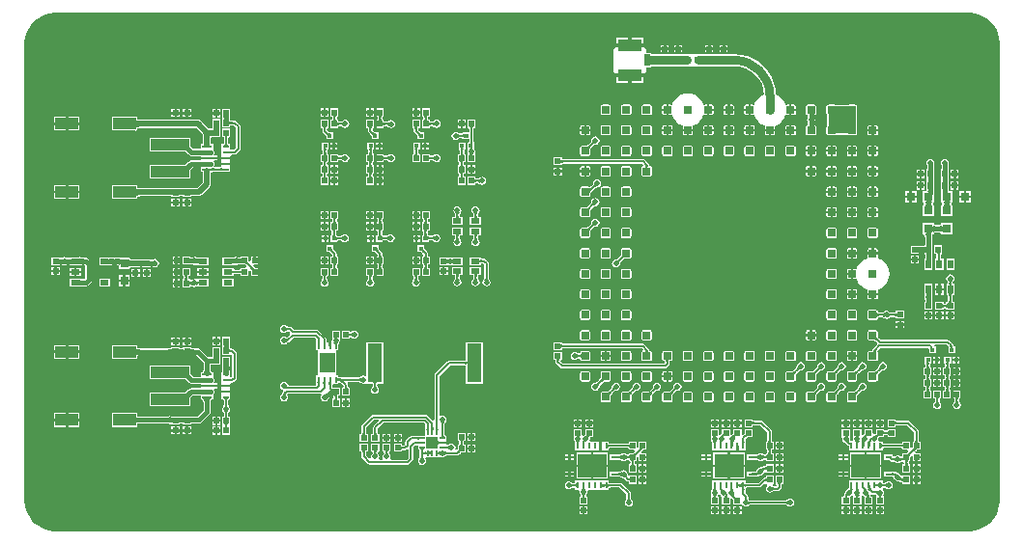
<source format=gtl>
G04*
G04 #@! TF.GenerationSoftware,Altium Limited,Altium Designer,20.0.13 (296)*
G04*
G04 Layer_Physical_Order=1*
G04 Layer_Color=255*
%FSLAX25Y25*%
%MOIN*%
G70*
G01*
G75*
%ADD11C,0.00787*%
%ADD14C,0.01575*%
%ADD16R,0.03150X0.01968*%
%ADD17R,0.02362X0.00984*%
%ADD18R,0.03543X0.00984*%
%ADD19R,0.05118X0.00984*%
%ADD20R,0.10039X0.08071*%
%ADD21R,0.00984X0.02362*%
%ADD22R,0.01850X0.02047*%
%ADD23R,0.03937X0.03937*%
%ADD24R,0.01968X0.00984*%
%ADD25R,0.00984X0.01968*%
%ADD26R,0.05118X0.13386*%
%ADD27R,0.13386X0.03858*%
%ADD28R,0.02047X0.01850*%
%ADD29R,0.03150X0.03150*%
G04:AMPARAMS|DCode=30|XSize=27.56mil|YSize=27.56mil|CornerRadius=2.76mil|HoleSize=0mil|Usage=FLASHONLY|Rotation=0.000|XOffset=0mil|YOffset=0mil|HoleType=Round|Shape=RoundedRectangle|*
%AMROUNDEDRECTD30*
21,1,0.02756,0.02205,0,0,0.0*
21,1,0.02205,0.02756,0,0,0.0*
1,1,0.00551,0.01102,-0.01102*
1,1,0.00551,-0.01102,-0.01102*
1,1,0.00551,-0.01102,0.01102*
1,1,0.00551,0.01102,0.01102*
%
%ADD30ROUNDEDRECTD30*%
%ADD31R,0.05709X0.06890*%
%ADD32R,0.02362X0.03937*%
%ADD33R,0.07874X0.03937*%
%ADD34R,0.03150X0.03150*%
%ADD35R,0.01575X0.01575*%
%ADD36R,0.01575X0.01575*%
%ADD37R,0.01968X0.03150*%
%ADD62C,0.02953*%
%ADD64C,0.03032*%
%ADD65C,0.01968*%
%ADD66C,0.19685*%
%ADD67C,0.01968*%
G36*
X315669Y168288D02*
X317074Y168103D01*
X318442Y167736D01*
X319751Y167194D01*
X320978Y166486D01*
X322102Y165623D01*
X323104Y164621D01*
X323966Y163497D01*
X324674Y162271D01*
X325217Y160962D01*
X325583Y159593D01*
X325768Y158189D01*
Y157480D01*
Y0D01*
Y-708D01*
X325583Y-2113D01*
X325217Y-3481D01*
X324674Y-4790D01*
X323966Y-6017D01*
X323104Y-7141D01*
X322102Y-8143D01*
X320978Y-9005D01*
X319751Y-9714D01*
X318442Y-10256D01*
X317074Y-10623D01*
X315669Y-10808D01*
X314961D01*
X-0Y-10808D01*
X-709D01*
X-2113Y-10623D01*
X-3482Y-10256D01*
X-4791Y-9714D01*
X-6017Y-9005D01*
X-7141Y-8143D01*
X-8143Y-7141D01*
X-9006Y-6017D01*
X-9714Y-4790D01*
X-10256Y-3481D01*
X-10623Y-2113D01*
X-10808Y-708D01*
Y-0D01*
Y157480D01*
Y158189D01*
X-10623Y159593D01*
X-10256Y160962D01*
X-9714Y162271D01*
X-9006Y163497D01*
X-8143Y164621D01*
X-7141Y165623D01*
X-6017Y166486D01*
X-4791Y167194D01*
X-3482Y167736D01*
X-2113Y168103D01*
X-709Y168288D01*
X0Y168288D01*
X314961D01*
X315669Y168288D01*
D02*
G37*
%LPC*%
G36*
X202795Y159768D02*
X198661D01*
Y157602D01*
X202795D01*
Y159768D01*
D02*
G37*
G36*
X197480D02*
X193346D01*
Y157602D01*
X197480D01*
Y159768D01*
D02*
G37*
G36*
X231890Y157067D02*
X231051D01*
Y156327D01*
X231890D01*
Y157067D01*
D02*
G37*
G36*
X230051D02*
X229212D01*
Y156327D01*
X230051D01*
Y157067D01*
D02*
G37*
G36*
X226890D02*
X226051D01*
Y156327D01*
X226890D01*
Y157067D01*
D02*
G37*
G36*
X225051D02*
X224213D01*
Y156327D01*
X225051D01*
Y157067D01*
D02*
G37*
G36*
X216004D02*
X215165D01*
Y156327D01*
X216004D01*
Y157067D01*
D02*
G37*
G36*
X214165D02*
X213327D01*
Y156327D01*
X214165D01*
Y157067D01*
D02*
G37*
G36*
X211504D02*
X210665D01*
Y156327D01*
X211504D01*
Y157067D01*
D02*
G37*
G36*
X209665D02*
X208827D01*
Y156327D01*
X209665D01*
Y157067D01*
D02*
G37*
G36*
X231890Y155327D02*
X231051D01*
Y154587D01*
X231890D01*
Y155327D01*
D02*
G37*
G36*
X230051D02*
X229212D01*
Y154587D01*
X230051D01*
Y155327D01*
D02*
G37*
G36*
X226890D02*
X226051D01*
Y154587D01*
X226890D01*
Y155327D01*
D02*
G37*
G36*
X225051D02*
X224213D01*
Y154587D01*
X225051D01*
Y155327D01*
D02*
G37*
G36*
X216004D02*
X215165D01*
Y154587D01*
X216004D01*
Y155327D01*
D02*
G37*
G36*
X214165D02*
X213327D01*
Y154587D01*
X214165D01*
Y155327D01*
D02*
G37*
G36*
X211504D02*
X210665D01*
Y154587D01*
X211504D01*
Y155327D01*
D02*
G37*
G36*
X209665D02*
X208827D01*
Y154587D01*
X209665D01*
Y155327D01*
D02*
G37*
G36*
X202795Y146185D02*
X198661D01*
Y144020D01*
X202795D01*
Y146185D01*
D02*
G37*
G36*
X197480D02*
X193346D01*
Y144020D01*
X197480D01*
Y146185D01*
D02*
G37*
G36*
X202795Y156421D02*
X198071D01*
X193346D01*
Y156256D01*
X192953D01*
X192651Y156131D01*
X192526Y155830D01*
Y147956D01*
X192651Y147654D01*
X192953Y147529D01*
X193346D01*
Y147366D01*
X198071D01*
X202795D01*
Y147529D01*
X203189D01*
X203490Y147654D01*
X203615Y147956D01*
Y149531D01*
X205551D01*
Y149816D01*
X233661D01*
X233747Y149833D01*
X234240Y149816D01*
D01*
X234732Y149807D01*
X236226Y149660D01*
X238135Y149081D01*
X239895Y148140D01*
X241437Y146874D01*
X242703Y145332D01*
X243643Y143572D01*
X244223Y141663D01*
X244376Y140101D01*
X243578Y139770D01*
X242385Y138855D01*
X241470Y137662D01*
X241033Y136607D01*
X240734Y136516D01*
X240472Y136568D01*
X239764D01*
Y134783D01*
Y132999D01*
X240472D01*
X240734Y133051D01*
X241033Y132960D01*
X241470Y131904D01*
X242385Y130712D01*
X243578Y129797D01*
X244633Y129360D01*
X244724Y129060D01*
X244672Y128799D01*
Y128091D01*
X248241D01*
Y128799D01*
X248189Y129060D01*
X248280Y129360D01*
X249336Y129797D01*
X250528Y130712D01*
X251443Y131904D01*
X251880Y132960D01*
X252180Y133051D01*
X252441Y132999D01*
X253150D01*
Y134783D01*
Y136568D01*
X252441D01*
X252180Y136516D01*
X251880Y136607D01*
X251443Y137662D01*
X250528Y138855D01*
X249336Y139770D01*
X248504Y140114D01*
X248362Y141914D01*
X247838Y144096D01*
X246980Y146168D01*
X245808Y148081D01*
X244350Y149787D01*
X242644Y151244D01*
X240731Y152417D01*
X238658Y153275D01*
X236477Y153799D01*
X234240Y153975D01*
Y153975D01*
X233747Y153954D01*
X233661Y153971D01*
X205551D01*
Y154256D01*
X203615D01*
Y155830D01*
X203490Y156131D01*
X203189Y156256D01*
X202795D01*
Y156421D01*
D02*
G37*
G36*
X218110Y140541D02*
X216620Y140345D01*
X215231Y139770D01*
X214039Y138855D01*
X213124Y137662D01*
X212687Y136607D01*
X212387Y136516D01*
X212126Y136568D01*
X211417D01*
Y134783D01*
Y132999D01*
X212126D01*
X212387Y133051D01*
X212687Y132960D01*
X213124Y131904D01*
X214039Y130712D01*
X215231Y129797D01*
X216286Y129360D01*
X216377Y129060D01*
X216325Y128799D01*
Y128091D01*
X219895D01*
Y128799D01*
X219843Y129060D01*
X219934Y129360D01*
X220989Y129797D01*
X222182Y130712D01*
X223097Y131904D01*
X223534Y132960D01*
X223833Y133051D01*
X224095Y132999D01*
X224803D01*
Y134783D01*
Y136568D01*
X224095D01*
X223833Y136516D01*
X223534Y136607D01*
X223097Y137662D01*
X222182Y138855D01*
X220989Y139770D01*
X219601Y140345D01*
X218110Y140541D01*
D02*
G37*
G36*
X275905Y136568D02*
X273701D01*
X273440Y136516D01*
X273286Y136414D01*
X269233D01*
X269080Y136516D01*
X268819Y136568D01*
X266614D01*
X266353Y136516D01*
X266132Y136368D01*
X265984Y136147D01*
X265932Y135886D01*
Y133681D01*
X265984Y133420D01*
X266132Y133198D01*
X266208Y133148D01*
Y129333D01*
X266132Y129282D01*
X265984Y129060D01*
X265932Y128799D01*
Y126594D01*
X265984Y126333D01*
X266132Y126112D01*
X266353Y125964D01*
X266614Y125912D01*
X268819D01*
X269080Y125964D01*
X269301Y126112D01*
X269326Y126149D01*
X273194D01*
X273218Y126112D01*
X273440Y125964D01*
X273701Y125912D01*
X275905D01*
X276167Y125964D01*
X276388Y126112D01*
X276536Y126333D01*
X276588Y126594D01*
Y128799D01*
X276536Y129060D01*
X276410Y129248D01*
Y133232D01*
X276536Y133420D01*
X276588Y133681D01*
Y135886D01*
X276536Y136147D01*
X276388Y136368D01*
X276167Y136516D01*
X275905Y136568D01*
D02*
G37*
G36*
X254646D02*
X253937D01*
Y135177D01*
X255328D01*
Y135886D01*
X255276Y136147D01*
X255128Y136368D01*
X254907Y136516D01*
X254646Y136568D01*
D02*
G37*
G36*
X238976D02*
X238268D01*
X238006Y136516D01*
X237785Y136368D01*
X237637Y136147D01*
X237585Y135886D01*
Y135177D01*
X238976D01*
Y136568D01*
D02*
G37*
G36*
X233386D02*
X232677D01*
Y135177D01*
X234068D01*
Y135886D01*
X234016Y136147D01*
X233868Y136368D01*
X233647Y136516D01*
X233386Y136568D01*
D02*
G37*
G36*
X231890D02*
X231181D01*
X230920Y136516D01*
X230698Y136368D01*
X230551Y136147D01*
X230499Y135886D01*
Y135177D01*
X231890D01*
Y136568D01*
D02*
G37*
G36*
X226299D02*
X225590D01*
Y135177D01*
X226982D01*
Y135886D01*
X226930Y136147D01*
X226782Y136368D01*
X226560Y136516D01*
X226299Y136568D01*
D02*
G37*
G36*
X210630D02*
X209921D01*
X209660Y136516D01*
X209439Y136368D01*
X209291Y136147D01*
X209239Y135886D01*
Y135177D01*
X210630D01*
Y136568D01*
D02*
G37*
G36*
X109862Y135276D02*
X108937D01*
Y134252D01*
X109862D01*
Y135276D01*
D02*
G37*
G36*
X108150D02*
X107224D01*
Y134252D01*
X108150D01*
Y135276D01*
D02*
G37*
G36*
X125610D02*
X124685D01*
Y134252D01*
X125610D01*
Y135276D01*
D02*
G37*
G36*
X94114D02*
X93189D01*
Y134252D01*
X94114D01*
Y135276D01*
D02*
G37*
G36*
X123898D02*
X122973D01*
Y134252D01*
X123898D01*
Y135276D01*
D02*
G37*
G36*
X92402D02*
X91476D01*
Y134252D01*
X92402D01*
Y135276D01*
D02*
G37*
G36*
X46693Y134902D02*
X45669D01*
Y133976D01*
X46693D01*
Y134902D01*
D02*
G37*
G36*
X44882D02*
X43858D01*
Y133976D01*
X44882D01*
Y134902D01*
D02*
G37*
G36*
X56713Y135000D02*
X55787D01*
Y133976D01*
X56713D01*
Y135000D01*
D02*
G37*
G36*
X55000D02*
X54075D01*
Y133976D01*
X55000D01*
Y135000D01*
D02*
G37*
G36*
X42756Y134902D02*
X41732D01*
Y133976D01*
X42756D01*
Y134902D01*
D02*
G37*
G36*
X40945D02*
X39921D01*
Y133976D01*
X40945D01*
Y134902D01*
D02*
G37*
G36*
X255328Y134390D02*
X253937D01*
Y132999D01*
X254646D01*
X254907Y133051D01*
X255128Y133198D01*
X255276Y133420D01*
X255328Y133681D01*
Y134390D01*
D02*
G37*
G36*
X238976D02*
X237585D01*
Y133681D01*
X237637Y133420D01*
X237785Y133198D01*
X238006Y133051D01*
X238268Y132999D01*
X238976D01*
Y134390D01*
D02*
G37*
G36*
X234068D02*
X232677D01*
Y132999D01*
X233386D01*
X233647Y133051D01*
X233868Y133198D01*
X234016Y133420D01*
X234068Y133681D01*
Y134390D01*
D02*
G37*
G36*
X231890D02*
X230499D01*
Y133681D01*
X230551Y133420D01*
X230698Y133198D01*
X230920Y133051D01*
X231181Y132999D01*
X231890D01*
Y134390D01*
D02*
G37*
G36*
X226982D02*
X225590D01*
Y132999D01*
X226299D01*
X226560Y133051D01*
X226782Y133198D01*
X226930Y133420D01*
X226982Y133681D01*
Y134390D01*
D02*
G37*
G36*
X210630D02*
X209239D01*
Y133681D01*
X209291Y133420D01*
X209439Y133198D01*
X209660Y133051D01*
X209921Y132999D01*
X210630D01*
Y134390D01*
D02*
G37*
G36*
X205039Y136568D02*
X202835D01*
X202573Y136516D01*
X202352Y136368D01*
X202204Y136147D01*
X202152Y135886D01*
Y133681D01*
X202204Y133420D01*
X202352Y133198D01*
X202573Y133051D01*
X202835Y132999D01*
X205039D01*
X205300Y133051D01*
X205522Y133198D01*
X205670Y133420D01*
X205722Y133681D01*
Y135886D01*
X205670Y136147D01*
X205522Y136368D01*
X205300Y136516D01*
X205039Y136568D01*
D02*
G37*
G36*
X197953D02*
X195748D01*
X195487Y136516D01*
X195265Y136368D01*
X195118Y136147D01*
X195066Y135886D01*
Y133681D01*
X195118Y133420D01*
X195265Y133198D01*
X195487Y133051D01*
X195748Y132999D01*
X197953D01*
X198214Y133051D01*
X198435Y133198D01*
X198583Y133420D01*
X198635Y133681D01*
Y135886D01*
X198583Y136147D01*
X198435Y136368D01*
X198214Y136516D01*
X197953Y136568D01*
D02*
G37*
G36*
X190866D02*
X188661D01*
X188400Y136516D01*
X188179Y136368D01*
X188031Y136147D01*
X187979Y135886D01*
Y133681D01*
X188031Y133420D01*
X188179Y133198D01*
X188400Y133051D01*
X188661Y132999D01*
X190866D01*
X191127Y133051D01*
X191349Y133198D01*
X191497Y133420D01*
X191549Y133681D01*
Y135886D01*
X191497Y136147D01*
X191349Y136368D01*
X191127Y136516D01*
X190866Y136568D01*
D02*
G37*
G36*
X125610Y133465D02*
X124685D01*
Y132441D01*
X125610D01*
Y133465D01*
D02*
G37*
G36*
X123898D02*
X122973D01*
Y132441D01*
X123898D01*
Y133465D01*
D02*
G37*
G36*
X109862Y133465D02*
X108937D01*
Y132441D01*
X109862D01*
Y133465D01*
D02*
G37*
G36*
X108150D02*
X107224D01*
Y132441D01*
X108150D01*
Y133465D01*
D02*
G37*
G36*
X94114Y133465D02*
X93189D01*
Y132441D01*
X94114D01*
Y133465D01*
D02*
G37*
G36*
X92402D02*
X91476D01*
Y132441D01*
X92402D01*
Y133465D01*
D02*
G37*
G36*
X27547Y132304D02*
X27538Y132300D01*
X27502Y132301D01*
X27469Y132283D01*
X19291D01*
Y127559D01*
X27453D01*
X27469Y127559D01*
X27502Y127541D01*
X27538Y127542D01*
X27547Y127539D01*
X27953Y127559D01*
X27953Y127786D01*
X28119Y128244D01*
X28119Y128244D01*
X28230Y128312D01*
X28391Y128376D01*
X28601Y128432D01*
X28860Y128475D01*
X29166Y128502D01*
X29527Y128511D01*
X29539Y128516D01*
X48497D01*
X50760Y126253D01*
Y122933D01*
X50000D01*
Y121283D01*
X47347D01*
X47007Y121636D01*
X46676Y122018D01*
X46566Y122163D01*
X46489Y122279D01*
X46457Y122341D01*
Y122369D01*
X46477Y122418D01*
X46457Y122467D01*
Y122538D01*
X46457Y122546D01*
X46457Y122547D01*
Y125098D01*
X32283D01*
Y120453D01*
X44363D01*
X44363Y120452D01*
X44371Y120453D01*
X44442D01*
X44492Y120432D01*
X44541Y120453D01*
X44569D01*
X44631Y120420D01*
X44735Y120351D01*
X45506Y119683D01*
X45752Y119441D01*
X45774Y119432D01*
X45979Y119227D01*
X45979Y119227D01*
X46370Y118966D01*
X46831Y118875D01*
X50000D01*
Y118504D01*
X52953D01*
X55905D01*
Y118996D01*
X54842D01*
X54575Y119496D01*
X54656Y119618D01*
X54748Y120079D01*
X54656Y120540D01*
X54522Y120740D01*
X54331Y121161D01*
Y122933D01*
X53570D01*
Y125041D01*
X53810Y125280D01*
X54070Y125391D01*
X54379Y125383D01*
X54427Y125380D01*
X54448Y125387D01*
X54480Y125373D01*
X54530Y125394D01*
X56713D01*
Y127728D01*
X56713Y127773D01*
X56733Y127823D01*
X56713Y128228D01*
X56708Y128728D01*
X56713Y128779D01*
X56733Y129185D01*
X56713Y129235D01*
Y131614D01*
X54075D01*
Y129279D01*
X54075Y129235D01*
X54054Y129185D01*
X54075Y128779D01*
X53807Y128390D01*
X53671Y128238D01*
X52762Y128225D01*
X50072Y130915D01*
X49616Y131219D01*
X49079Y131326D01*
X46693D01*
Y131516D01*
X43858D01*
Y131326D01*
X42756D01*
Y131516D01*
X39921D01*
Y131326D01*
X29539D01*
X29527Y131332D01*
X29166Y131341D01*
X28860Y131368D01*
X28601Y131410D01*
X28391Y131466D01*
X28230Y131531D01*
X28119Y131598D01*
X28119Y131598D01*
X27953Y132056D01*
Y132283D01*
X27547Y132304D01*
D02*
G37*
G36*
X46693Y133189D02*
X45669D01*
Y132264D01*
X46693D01*
Y133189D01*
D02*
G37*
G36*
X44882D02*
X43858D01*
Y132264D01*
X44882D01*
Y133189D01*
D02*
G37*
G36*
X42756Y133189D02*
X41732D01*
Y132264D01*
X42756D01*
Y133189D01*
D02*
G37*
G36*
X40945D02*
X39921D01*
Y132264D01*
X40945D01*
Y133189D01*
D02*
G37*
G36*
X56713Y133189D02*
X55787D01*
Y132165D01*
X56713D01*
Y133189D01*
D02*
G37*
G36*
X55000D02*
X54075D01*
Y132165D01*
X55000D01*
Y133189D01*
D02*
G37*
G36*
X8268Y132283D02*
X4331D01*
Y130315D01*
X8268D01*
Y132283D01*
D02*
G37*
G36*
X3543D02*
X-394D01*
Y130315D01*
X3543D01*
Y132283D01*
D02*
G37*
G36*
X141358Y131339D02*
X140433D01*
Y130315D01*
X141358D01*
Y131339D01*
D02*
G37*
G36*
X139646D02*
X138721D01*
Y130315D01*
X139646D01*
Y131339D01*
D02*
G37*
G36*
X128996Y135276D02*
X126358D01*
Y132441D01*
X126813D01*
X126815Y132436D01*
X126831Y132378D01*
X126845Y132294D01*
X126854Y132187D01*
X126857Y132048D01*
X126874Y132010D01*
Y131769D01*
X126857Y131731D01*
X126854Y131592D01*
X126845Y131485D01*
X126831Y131402D01*
X126815Y131343D01*
X126813Y131339D01*
X126358D01*
Y128504D01*
X128996D01*
Y129054D01*
X129010Y129060D01*
X129067Y129075D01*
X129148Y129089D01*
X129253Y129098D01*
X129389Y129102D01*
X129427Y129118D01*
X130051D01*
X130063Y129110D01*
X130076Y129106D01*
X130082Y129103D01*
X130091Y129102D01*
X130106Y129097D01*
X130139Y129082D01*
X130175Y129063D01*
X130474Y128866D01*
X130561Y128800D01*
X130648Y128778D01*
X130880Y128623D01*
X131417Y128516D01*
X131955Y128623D01*
X132411Y128928D01*
X132715Y129384D01*
X132822Y129921D01*
X132715Y130459D01*
X132411Y130915D01*
X131955Y131219D01*
X131417Y131326D01*
X130880Y131219D01*
X130648Y131065D01*
X130561Y131042D01*
X130470Y130973D01*
X130310Y130861D01*
X130182Y130783D01*
X130139Y130760D01*
X130106Y130745D01*
X130091Y130740D01*
X130082Y130739D01*
X130076Y130736D01*
X130063Y130733D01*
X130051Y130724D01*
X129427D01*
X129389Y130741D01*
X129253Y130745D01*
X129148Y130754D01*
X129067Y130767D01*
X129010Y130782D01*
X128996Y130788D01*
Y131339D01*
X128541D01*
X128539Y131343D01*
X128524Y131402D01*
X128510Y131485D01*
X128500Y131592D01*
X128497Y131731D01*
X128480Y131769D01*
Y132010D01*
X128497Y132048D01*
X128500Y132187D01*
X128510Y132294D01*
X128524Y132378D01*
X128539Y132436D01*
X128541Y132441D01*
X128996D01*
Y135276D01*
D02*
G37*
G36*
X97500D02*
X94862D01*
Y132441D01*
X95317D01*
X95319Y132436D01*
X95335Y132378D01*
X95349Y132294D01*
X95358Y132187D01*
X95361Y132048D01*
X95378Y132010D01*
Y131769D01*
X95361Y131731D01*
X95358Y131592D01*
X95349Y131485D01*
X95335Y131402D01*
X95319Y131343D01*
X95317Y131339D01*
X94862D01*
Y128504D01*
X97500D01*
Y129054D01*
X97514Y129060D01*
X97571Y129075D01*
X97652Y129089D01*
X97756Y129098D01*
X97893Y129102D01*
X97931Y129118D01*
X98554D01*
X98567Y129110D01*
X98580Y129106D01*
X98586Y129103D01*
X98595Y129102D01*
X98610Y129097D01*
X98643Y129082D01*
X98679Y129063D01*
X98978Y128866D01*
X99065Y128800D01*
X99152Y128778D01*
X99384Y128623D01*
X99921Y128516D01*
X100459Y128623D01*
X100915Y128928D01*
X101219Y129384D01*
X101326Y129921D01*
X101219Y130459D01*
X100915Y130915D01*
X100459Y131219D01*
X99921Y131326D01*
X99384Y131219D01*
X99152Y131065D01*
X99065Y131042D01*
X98974Y130973D01*
X98814Y130861D01*
X98686Y130783D01*
X98643Y130760D01*
X98610Y130745D01*
X98595Y130740D01*
X98586Y130739D01*
X98580Y130736D01*
X98567Y130733D01*
X98554Y130724D01*
X97931D01*
X97893Y130741D01*
X97756Y130745D01*
X97652Y130754D01*
X97571Y130767D01*
X97514Y130782D01*
X97500Y130788D01*
Y131339D01*
X97045D01*
X97043Y131343D01*
X97027Y131402D01*
X97014Y131485D01*
X97004Y131592D01*
X97001Y131731D01*
X96984Y131769D01*
Y132010D01*
X97001Y132048D01*
X97004Y132187D01*
X97014Y132294D01*
X97027Y132378D01*
X97043Y132436D01*
X97045Y132441D01*
X97500D01*
Y135276D01*
D02*
G37*
G36*
X141358Y129528D02*
X140433D01*
Y128504D01*
X141358D01*
Y129528D01*
D02*
G37*
G36*
X139646D02*
X138721D01*
Y128504D01*
X139646D01*
Y129528D01*
D02*
G37*
G36*
X113248Y135276D02*
X110610D01*
Y132441D01*
X111065D01*
X111067Y132436D01*
X111083Y132378D01*
X111097Y132294D01*
X111106Y132187D01*
X111109Y132048D01*
X111126Y132010D01*
Y131769D01*
X111109Y131731D01*
X111106Y131592D01*
X111097Y131485D01*
X111083Y131402D01*
X111067Y131343D01*
X111065Y131339D01*
X110610D01*
Y128504D01*
X113248D01*
Y129029D01*
X113262Y129035D01*
X113319Y129050D01*
X113400Y129063D01*
X113505Y129073D01*
X113641Y129076D01*
X113679Y129093D01*
X114288D01*
X114299Y129085D01*
X114316Y129081D01*
X114321Y129078D01*
X114328Y129077D01*
X114340Y129073D01*
X114372Y129058D01*
X114408Y129038D01*
X114706Y128834D01*
X114793Y128765D01*
X114878Y128742D01*
X115132Y128573D01*
X115669Y128466D01*
X116207Y128573D01*
X116663Y128877D01*
X116967Y129333D01*
X117074Y129871D01*
X116967Y130408D01*
X116663Y130864D01*
X116207Y131169D01*
X115669Y131275D01*
X115132Y131169D01*
X114921Y131028D01*
X114834Y131007D01*
X114743Y130941D01*
X114582Y130833D01*
X114454Y130757D01*
X114411Y130736D01*
X114377Y130721D01*
X114359Y130715D01*
X114348Y130714D01*
X114341Y130711D01*
X114331Y130709D01*
X114317Y130699D01*
X113679D01*
X113641Y130716D01*
X113505Y130719D01*
X113400Y130728D01*
X113319Y130742D01*
X113262Y130757D01*
X113248Y130763D01*
Y131339D01*
X112793D01*
X112791Y131343D01*
X112775Y131402D01*
X112762Y131485D01*
X112752Y131592D01*
X112749Y131731D01*
X112732Y131769D01*
Y132010D01*
X112749Y132048D01*
X112752Y132187D01*
X112762Y132294D01*
X112775Y132378D01*
X112791Y132436D01*
X112793Y132441D01*
X113248D01*
Y135276D01*
D02*
G37*
G36*
X282992Y129482D02*
X282283D01*
Y128091D01*
X283675D01*
Y128799D01*
X283623Y129060D01*
X283475Y129282D01*
X283253Y129430D01*
X282992Y129482D01*
D02*
G37*
G36*
X281496D02*
X280787D01*
X280526Y129430D01*
X280305Y129282D01*
X280157Y129060D01*
X280105Y128799D01*
Y128091D01*
X281496D01*
Y129482D01*
D02*
G37*
G36*
X254646D02*
X253937D01*
Y128091D01*
X255328D01*
Y128799D01*
X255276Y129060D01*
X255128Y129282D01*
X254907Y129430D01*
X254646Y129482D01*
D02*
G37*
G36*
X253150D02*
X252441D01*
X252180Y129430D01*
X251958Y129282D01*
X251810Y129060D01*
X251759Y128799D01*
Y128091D01*
X253150D01*
Y129482D01*
D02*
G37*
G36*
X240472D02*
X239764D01*
Y128091D01*
X241155D01*
Y128799D01*
X241103Y129060D01*
X240955Y129282D01*
X240734Y129430D01*
X240472Y129482D01*
D02*
G37*
G36*
X238976D02*
X238268D01*
X238006Y129430D01*
X237785Y129282D01*
X237637Y129060D01*
X237585Y128799D01*
Y128091D01*
X238976D01*
Y129482D01*
D02*
G37*
G36*
X233386D02*
X232677D01*
Y128091D01*
X234068D01*
Y128799D01*
X234016Y129060D01*
X233868Y129282D01*
X233647Y129430D01*
X233386Y129482D01*
D02*
G37*
G36*
X231890D02*
X231181D01*
X230920Y129430D01*
X230698Y129282D01*
X230551Y129060D01*
X230499Y128799D01*
Y128091D01*
X231890D01*
Y129482D01*
D02*
G37*
G36*
X226299D02*
X225590D01*
Y128091D01*
X226982D01*
Y128799D01*
X226930Y129060D01*
X226782Y129282D01*
X226560Y129430D01*
X226299Y129482D01*
D02*
G37*
G36*
X224803D02*
X224095D01*
X223833Y129430D01*
X223612Y129282D01*
X223464Y129060D01*
X223412Y128799D01*
Y128091D01*
X224803D01*
Y129482D01*
D02*
G37*
G36*
X212126D02*
X211417D01*
Y128091D01*
X212808D01*
Y128799D01*
X212756Y129060D01*
X212609Y129282D01*
X212387Y129430D01*
X212126Y129482D01*
D02*
G37*
G36*
X210630D02*
X209921D01*
X209660Y129430D01*
X209439Y129282D01*
X209291Y129060D01*
X209239Y128799D01*
Y128091D01*
X210630D01*
Y129482D01*
D02*
G37*
G36*
X183780D02*
X183071D01*
Y128091D01*
X184462D01*
Y128799D01*
X184410Y129060D01*
X184262Y129282D01*
X184041Y129430D01*
X183780Y129482D01*
D02*
G37*
G36*
X182283D02*
X181575D01*
X181314Y129430D01*
X181092Y129282D01*
X180944Y129060D01*
X180892Y128799D01*
Y128091D01*
X182283D01*
Y129482D01*
D02*
G37*
G36*
X8268Y129528D02*
X4331D01*
Y127559D01*
X8268D01*
Y129528D01*
D02*
G37*
G36*
X3543D02*
X-394D01*
Y127559D01*
X3543D01*
Y129528D01*
D02*
G37*
G36*
X144744Y131339D02*
X142106D01*
Y128504D01*
X142561D01*
X142563Y128499D01*
X142579Y128441D01*
X142593Y128357D01*
X142602Y128250D01*
X142605Y128111D01*
X142622Y128073D01*
Y126969D01*
X141051D01*
X141036Y126969D01*
X141003Y126987D01*
X140966Y126985D01*
X140957Y126989D01*
X140551Y126969D01*
Y126758D01*
X140189Y126619D01*
X140104Y126590D01*
X139359D01*
X139347Y126599D01*
X139333Y126602D01*
X139327Y126605D01*
X139318Y126606D01*
X139304Y126611D01*
X139270Y126627D01*
X139234Y126645D01*
X138935Y126843D01*
X138848Y126908D01*
X138761Y126931D01*
X138530Y127085D01*
X137992Y127192D01*
X137454Y127085D01*
X136999Y126781D01*
X136694Y126325D01*
X136587Y125787D01*
X136694Y125250D01*
X136999Y124794D01*
X137454Y124489D01*
X137992Y124382D01*
X138530Y124489D01*
X138761Y124644D01*
X138848Y124666D01*
X138940Y124735D01*
X139100Y124848D01*
X139228Y124926D01*
X139270Y124948D01*
X139304Y124963D01*
X139318Y124969D01*
X139327Y124969D01*
X139333Y124972D01*
X139347Y124976D01*
X139359Y124985D01*
X140104D01*
X140551Y124833D01*
Y124606D01*
X140957Y124586D01*
X140966Y124590D01*
X141003Y124588D01*
X141036Y124606D01*
X142622D01*
Y123856D01*
X142605Y123818D01*
X142602Y123680D01*
X142593Y123573D01*
X142579Y123490D01*
X142563Y123432D01*
X142561Y123425D01*
X142028D01*
Y121063D01*
X142027Y121063D01*
X142058Y120563D01*
X142001Y120276D01*
X142054Y120006D01*
X142106Y119528D01*
X142106Y119527D01*
X142106Y119527D01*
Y116693D01*
X144744D01*
Y119527D01*
X144744Y119528D01*
X144760Y120021D01*
X144810Y120276D01*
X144703Y120813D01*
X144560Y121028D01*
X144539Y121115D01*
X144472Y121207D01*
X144390Y121327D01*
Y122906D01*
X144397Y122916D01*
X144390Y122967D01*
X144390Y122973D01*
X144410Y123023D01*
X144390Y123425D01*
X144228Y123910D01*
Y128073D01*
X144245Y128111D01*
X144248Y128250D01*
X144258Y128357D01*
X144272Y128441D01*
X144287Y128499D01*
X144289Y128504D01*
X144744D01*
Y131339D01*
D02*
G37*
G36*
X283675Y127303D02*
X282283D01*
Y125912D01*
X282992D01*
X283253Y125964D01*
X283475Y126112D01*
X283623Y126333D01*
X283675Y126594D01*
Y127303D01*
D02*
G37*
G36*
X281496D02*
X280105D01*
Y126594D01*
X280157Y126333D01*
X280305Y126112D01*
X280526Y125964D01*
X280787Y125912D01*
X281496D01*
Y127303D01*
D02*
G37*
G36*
X261732Y136568D02*
X259527D01*
X259266Y136516D01*
X259045Y136368D01*
X258897Y136147D01*
X258845Y135886D01*
Y133681D01*
X258897Y133420D01*
X259045Y133198D01*
X259266Y133051D01*
X259426Y133019D01*
Y131918D01*
X259332Y131778D01*
X259225Y131240D01*
X259332Y130702D01*
X259426Y130562D01*
Y129461D01*
X259266Y129430D01*
X259045Y129282D01*
X258897Y129060D01*
X258845Y128799D01*
Y126594D01*
X258897Y126333D01*
X259045Y126112D01*
X259266Y125964D01*
X259527Y125912D01*
X261732D01*
X261993Y125964D01*
X262215Y126112D01*
X262363Y126333D01*
X262415Y126594D01*
Y128799D01*
X262363Y129060D01*
X262215Y129282D01*
X261993Y129430D01*
X261834Y129461D01*
Y130562D01*
X261928Y130702D01*
X262035Y131240D01*
X261928Y131778D01*
X261834Y131918D01*
Y133019D01*
X261993Y133051D01*
X262215Y133198D01*
X262363Y133420D01*
X262415Y133681D01*
Y135886D01*
X262363Y136147D01*
X262215Y136368D01*
X261993Y136516D01*
X261732Y136568D01*
D02*
G37*
G36*
X255328Y127303D02*
X253937D01*
Y125912D01*
X254646D01*
X254907Y125964D01*
X255128Y126112D01*
X255276Y126333D01*
X255328Y126594D01*
Y127303D01*
D02*
G37*
G36*
X253150D02*
X251759D01*
Y126594D01*
X251810Y126333D01*
X251958Y126112D01*
X252180Y125964D01*
X252441Y125912D01*
X253150D01*
Y127303D01*
D02*
G37*
G36*
X248241D02*
X246850D01*
Y125912D01*
X247559D01*
X247820Y125964D01*
X248042Y126112D01*
X248189Y126333D01*
X248241Y126594D01*
Y127303D01*
D02*
G37*
G36*
X246063D02*
X244672D01*
Y126594D01*
X244724Y126333D01*
X244872Y126112D01*
X245093Y125964D01*
X245354Y125912D01*
X246063D01*
Y127303D01*
D02*
G37*
G36*
X241155D02*
X239764D01*
Y125912D01*
X240472D01*
X240734Y125964D01*
X240955Y126112D01*
X241103Y126333D01*
X241155Y126594D01*
Y127303D01*
D02*
G37*
G36*
X238976D02*
X237585D01*
Y126594D01*
X237637Y126333D01*
X237785Y126112D01*
X238006Y125964D01*
X238268Y125912D01*
X238976D01*
Y127303D01*
D02*
G37*
G36*
X234068D02*
X232677D01*
Y125912D01*
X233386D01*
X233647Y125964D01*
X233868Y126112D01*
X234016Y126333D01*
X234068Y126594D01*
Y127303D01*
D02*
G37*
G36*
X231890D02*
X230499D01*
Y126594D01*
X230551Y126333D01*
X230698Y126112D01*
X230920Y125964D01*
X231181Y125912D01*
X231890D01*
Y127303D01*
D02*
G37*
G36*
X226982D02*
X225590D01*
Y125912D01*
X226299D01*
X226560Y125964D01*
X226782Y126112D01*
X226930Y126333D01*
X226982Y126594D01*
Y127303D01*
D02*
G37*
G36*
X224803D02*
X223412D01*
Y126594D01*
X223464Y126333D01*
X223612Y126112D01*
X223833Y125964D01*
X224095Y125912D01*
X224803D01*
Y127303D01*
D02*
G37*
G36*
X219895D02*
X218504D01*
Y125912D01*
X219213D01*
X219474Y125964D01*
X219695Y126112D01*
X219843Y126333D01*
X219895Y126594D01*
Y127303D01*
D02*
G37*
G36*
X217717D02*
X216325D01*
Y126594D01*
X216377Y126333D01*
X216525Y126112D01*
X216747Y125964D01*
X217008Y125912D01*
X217717D01*
Y127303D01*
D02*
G37*
G36*
X212808D02*
X211417D01*
Y125912D01*
X212126D01*
X212387Y125964D01*
X212609Y126112D01*
X212756Y126333D01*
X212808Y126594D01*
Y127303D01*
D02*
G37*
G36*
X210630D02*
X209239D01*
Y126594D01*
X209291Y126333D01*
X209439Y126112D01*
X209660Y125964D01*
X209921Y125912D01*
X210630D01*
Y127303D01*
D02*
G37*
G36*
X205039Y129482D02*
X202835D01*
X202573Y129430D01*
X202352Y129282D01*
X202204Y129060D01*
X202152Y128799D01*
Y126594D01*
X202204Y126333D01*
X202352Y126112D01*
X202573Y125964D01*
X202835Y125912D01*
X205039D01*
X205300Y125964D01*
X205522Y126112D01*
X205670Y126333D01*
X205722Y126594D01*
Y128799D01*
X205670Y129060D01*
X205522Y129282D01*
X205300Y129430D01*
X205039Y129482D01*
D02*
G37*
G36*
X197953D02*
X195748D01*
X195487Y129430D01*
X195265Y129282D01*
X195118Y129060D01*
X195066Y128799D01*
Y126594D01*
X195118Y126333D01*
X195265Y126112D01*
X195487Y125964D01*
X195748Y125912D01*
X197953D01*
X198214Y125964D01*
X198435Y126112D01*
X198583Y126333D01*
X198635Y126594D01*
Y128799D01*
X198583Y129060D01*
X198435Y129282D01*
X198214Y129430D01*
X197953Y129482D01*
D02*
G37*
G36*
X190866D02*
X188661D01*
X188400Y129430D01*
X188179Y129282D01*
X188031Y129060D01*
X187979Y128799D01*
Y126594D01*
X188031Y126333D01*
X188179Y126112D01*
X188400Y125964D01*
X188661Y125912D01*
X190866D01*
X191127Y125964D01*
X191349Y126112D01*
X191497Y126333D01*
X191549Y126594D01*
Y128799D01*
X191497Y129060D01*
X191349Y129282D01*
X191127Y129430D01*
X190866Y129482D01*
D02*
G37*
G36*
X184462Y127303D02*
X183071D01*
Y125912D01*
X183780D01*
X184041Y125964D01*
X184262Y126112D01*
X184410Y126333D01*
X184462Y126594D01*
Y127303D01*
D02*
G37*
G36*
X182283D02*
X180892D01*
Y126594D01*
X180944Y126333D01*
X181092Y126112D01*
X181314Y125964D01*
X181575Y125912D01*
X182283D01*
Y127303D01*
D02*
G37*
G36*
X125610Y131339D02*
X122973D01*
Y128504D01*
X123428D01*
X123430Y128499D01*
X123445Y128441D01*
X123459Y128357D01*
X123468Y128250D01*
X123472Y128111D01*
X123488Y128073D01*
Y127480D01*
X123550Y127173D01*
X123724Y126913D01*
X124326Y126310D01*
X124340Y126273D01*
X124619Y125972D01*
X124711Y125857D01*
X124781Y125756D01*
X124803Y125718D01*
Y125499D01*
X124783Y125449D01*
X124796Y125417D01*
X124788Y125383D01*
X124803Y125358D01*
Y124606D01*
X127165D01*
Y126969D01*
X126414D01*
X126389Y126984D01*
X126355Y126976D01*
X126322Y126989D01*
X126273Y126969D01*
X126054D01*
X126016Y126990D01*
X125920Y127057D01*
X125656Y127280D01*
X125505Y127426D01*
X125465Y127442D01*
X125094Y127813D01*
Y128073D01*
X125111Y128111D01*
X125115Y128250D01*
X125124Y128357D01*
X125138Y128441D01*
X125153Y128499D01*
X125155Y128504D01*
X125610D01*
Y131339D01*
D02*
G37*
G36*
X109862D02*
X107224D01*
Y128504D01*
X107679D01*
X107682Y128499D01*
X107697Y128441D01*
X107711Y128357D01*
X107720Y128250D01*
X107724Y128111D01*
X107740Y128073D01*
Y127480D01*
X107802Y127173D01*
X107976Y126913D01*
X108578Y126310D01*
X108592Y126273D01*
X108871Y125972D01*
X108963Y125857D01*
X109033Y125756D01*
X109055Y125718D01*
Y125499D01*
X109035Y125449D01*
X109048Y125417D01*
X109040Y125383D01*
X109055Y125358D01*
Y124606D01*
X111417D01*
Y126969D01*
X110666D01*
X110641Y126984D01*
X110607Y126976D01*
X110574Y126989D01*
X110525Y126969D01*
X110306D01*
X110268Y126990D01*
X110172Y127057D01*
X109908Y127280D01*
X109757Y127426D01*
X109717Y127442D01*
X109346Y127813D01*
Y128073D01*
X109363Y128111D01*
X109367Y128250D01*
X109376Y128357D01*
X109390Y128441D01*
X109405Y128499D01*
X109407Y128504D01*
X109862D01*
Y131339D01*
D02*
G37*
G36*
X94114D02*
X91476D01*
Y128504D01*
X91931D01*
X91934Y128499D01*
X91949Y128441D01*
X91963Y128357D01*
X91972Y128250D01*
X91976Y128111D01*
X91992Y128073D01*
Y127480D01*
X92054Y127173D01*
X92228Y126913D01*
X92830Y126310D01*
X92844Y126273D01*
X93123Y125972D01*
X93215Y125857D01*
X93285Y125756D01*
X93307Y125718D01*
Y125499D01*
X93287Y125449D01*
X93300Y125417D01*
X93292Y125383D01*
X93307Y125358D01*
Y124606D01*
X95669D01*
Y126969D01*
X94918D01*
X94893Y126984D01*
X94859Y126976D01*
X94826Y126989D01*
X94777Y126969D01*
X94558D01*
X94520Y126990D01*
X94424Y127057D01*
X94160Y127280D01*
X94009Y127426D01*
X93969Y127442D01*
X93598Y127813D01*
Y128073D01*
X93615Y128111D01*
X93619Y128250D01*
X93628Y128357D01*
X93642Y128441D01*
X93657Y128499D01*
X93659Y128504D01*
X94114D01*
Y131339D01*
D02*
G37*
G36*
X128642Y123425D02*
X127854D01*
Y122638D01*
X128642D01*
Y123425D01*
D02*
G37*
G36*
X127067D02*
X126279D01*
Y122638D01*
X127067D01*
Y123425D01*
D02*
G37*
G36*
X112894D02*
X112106D01*
Y122638D01*
X112894D01*
Y123425D01*
D02*
G37*
G36*
X111319D02*
X110531D01*
Y122638D01*
X111319D01*
Y123425D01*
D02*
G37*
G36*
X97146D02*
X96358D01*
Y122638D01*
X97146D01*
Y123425D01*
D02*
G37*
G36*
X95571D02*
X94784D01*
Y122638D01*
X95571D01*
Y123425D01*
D02*
G37*
G36*
X186221Y125558D02*
X185683Y125452D01*
X185227Y125147D01*
X184923Y124691D01*
X184868Y124418D01*
X184823Y124341D01*
X184807Y124227D01*
X184773Y124035D01*
X184738Y123889D01*
X184723Y123843D01*
X184710Y123809D01*
X184704Y123795D01*
X184698Y123788D01*
X184696Y123782D01*
X184689Y123770D01*
X184686Y123755D01*
X183796Y122864D01*
X183758Y122850D01*
X183456Y122569D01*
X183338Y122474D01*
X183236Y122403D01*
X183223Y122395D01*
X182936D01*
X182935Y122396D01*
X182933Y122395D01*
X181575D01*
X181314Y122343D01*
X181092Y122195D01*
X180944Y121974D01*
X180892Y121713D01*
Y119508D01*
X180944Y119247D01*
X181092Y119025D01*
X181314Y118877D01*
X181575Y118825D01*
X183780D01*
X184041Y118877D01*
X184262Y119025D01*
X184410Y119247D01*
X184462Y119508D01*
Y120867D01*
X184462Y120868D01*
X184462Y120869D01*
Y121156D01*
X184469Y121169D01*
X184538Y121267D01*
X184764Y121532D01*
X184912Y121685D01*
X184927Y121725D01*
X185822Y122619D01*
X185837Y122622D01*
X185849Y122629D01*
X185855Y122631D01*
X185862Y122637D01*
X185876Y122643D01*
X185910Y122656D01*
X185949Y122669D01*
X186300Y122740D01*
X186408Y122756D01*
X186485Y122801D01*
X186758Y122855D01*
X187214Y123160D01*
X187519Y123616D01*
X187625Y124153D01*
X187519Y124691D01*
X187214Y125147D01*
X186758Y125452D01*
X186221Y125558D01*
D02*
G37*
G36*
X128642Y121850D02*
X127854D01*
Y121063D01*
X128642D01*
Y121850D01*
D02*
G37*
G36*
X127067D02*
X126279D01*
Y121063D01*
X127067D01*
Y121850D01*
D02*
G37*
G36*
X112894Y121850D02*
X112106D01*
Y121063D01*
X112894D01*
Y121850D01*
D02*
G37*
G36*
X111319D02*
X110531D01*
Y121063D01*
X111319D01*
Y121850D01*
D02*
G37*
G36*
X97146Y121850D02*
X96358D01*
Y121063D01*
X97146D01*
Y121850D01*
D02*
G37*
G36*
X95571D02*
X94784D01*
Y121063D01*
X95571D01*
Y121850D01*
D02*
G37*
G36*
X282992Y122395D02*
X282283D01*
Y121004D01*
X283675D01*
Y121713D01*
X283623Y121974D01*
X283475Y122195D01*
X283253Y122343D01*
X282992Y122395D01*
D02*
G37*
G36*
X281496D02*
X280787D01*
X280526Y122343D01*
X280305Y122195D01*
X280157Y121974D01*
X280105Y121713D01*
Y121004D01*
X281496D01*
Y122395D01*
D02*
G37*
G36*
X275905D02*
X275197D01*
Y121004D01*
X276588D01*
Y121713D01*
X276536Y121974D01*
X276388Y122195D01*
X276167Y122343D01*
X275905Y122395D01*
D02*
G37*
G36*
X274409D02*
X273701D01*
X273440Y122343D01*
X273218Y122195D01*
X273070Y121974D01*
X273018Y121713D01*
Y121004D01*
X274409D01*
Y122395D01*
D02*
G37*
G36*
X268819D02*
X268110D01*
Y121004D01*
X269501D01*
Y121713D01*
X269449Y121974D01*
X269301Y122195D01*
X269080Y122343D01*
X268819Y122395D01*
D02*
G37*
G36*
X267323D02*
X266614D01*
X266353Y122343D01*
X266132Y122195D01*
X265984Y121974D01*
X265932Y121713D01*
Y121004D01*
X267323D01*
Y122395D01*
D02*
G37*
G36*
X261732D02*
X261024D01*
Y121004D01*
X262415D01*
Y121713D01*
X262363Y121974D01*
X262215Y122195D01*
X261993Y122343D01*
X261732Y122395D01*
D02*
G37*
G36*
X260236D02*
X259527D01*
X259266Y122343D01*
X259045Y122195D01*
X258897Y121974D01*
X258845Y121713D01*
Y121004D01*
X260236D01*
Y122395D01*
D02*
G37*
G36*
X60098Y135000D02*
X57461D01*
Y132665D01*
X57461Y132620D01*
X57440Y132571D01*
X57461Y132165D01*
X57466Y131665D01*
X57461Y131614D01*
X57440Y131209D01*
X57461Y131159D01*
Y128779D01*
X60098D01*
Y129332D01*
X60758Y129376D01*
X61039Y129377D01*
X61079Y129394D01*
X61400D01*
X62189Y128604D01*
Y121691D01*
X61380Y120882D01*
X60665D01*
X60627Y120898D01*
X60599Y120917D01*
X60236Y121164D01*
X60236Y121465D01*
Y122933D01*
X59647D01*
X59641Y122947D01*
X59626Y123004D01*
X59612Y123085D01*
X59603Y123189D01*
X59599Y123326D01*
X59582Y123364D01*
Y124963D01*
X59599Y125001D01*
X59603Y125140D01*
X59612Y125247D01*
X59626Y125330D01*
X59641Y125389D01*
X59643Y125394D01*
X60098D01*
Y128228D01*
X57461D01*
Y125394D01*
X57916D01*
X57918Y125389D01*
X57933Y125330D01*
X57947Y125247D01*
X57956Y125140D01*
X57960Y125001D01*
X57977Y124963D01*
Y123364D01*
X57960Y123326D01*
X57956Y123189D01*
X57947Y123085D01*
X57933Y123004D01*
X57918Y122947D01*
X57912Y122933D01*
X57087D01*
Y121465D01*
X57087Y121161D01*
X57087Y120661D01*
X57087Y119193D01*
X57087Y118693D01*
Y118504D01*
X58661D01*
X60236D01*
Y118860D01*
X60377Y119088D01*
X60551Y119210D01*
X60626Y119261D01*
X60661Y119276D01*
X61713D01*
X62020Y119337D01*
X62280Y119511D01*
X63560Y120791D01*
X63734Y121051D01*
X63795Y121358D01*
X63795Y121358D01*
Y128937D01*
X63734Y129244D01*
X63560Y129505D01*
X63560Y129505D01*
X62300Y130764D01*
X62040Y130939D01*
X61732Y131000D01*
X61079D01*
X61039Y131017D01*
X60751Y131018D01*
X60581Y131024D01*
X60410Y131092D01*
X60271Y131186D01*
X60098Y131614D01*
X60093Y132114D01*
X60098Y132165D01*
X60119Y132571D01*
X60098Y132620D01*
Y135000D01*
D02*
G37*
G36*
X283675Y120217D02*
X282283D01*
Y118825D01*
X282992D01*
X283253Y118877D01*
X283475Y119025D01*
X283623Y119247D01*
X283675Y119508D01*
Y120217D01*
D02*
G37*
G36*
X281496D02*
X280105D01*
Y119508D01*
X280157Y119247D01*
X280305Y119025D01*
X280526Y118877D01*
X280787Y118825D01*
X281496D01*
Y120217D01*
D02*
G37*
G36*
X276588D02*
X275197D01*
Y118825D01*
X275905D01*
X276167Y118877D01*
X276388Y119025D01*
X276536Y119247D01*
X276588Y119508D01*
Y120217D01*
D02*
G37*
G36*
X274409D02*
X273018D01*
Y119508D01*
X273070Y119247D01*
X273218Y119025D01*
X273440Y118877D01*
X273701Y118825D01*
X274409D01*
Y120217D01*
D02*
G37*
G36*
X269501D02*
X268110D01*
Y118825D01*
X268819D01*
X269080Y118877D01*
X269301Y119025D01*
X269449Y119247D01*
X269501Y119508D01*
Y120217D01*
D02*
G37*
G36*
X267323D02*
X265932D01*
Y119508D01*
X265984Y119247D01*
X266132Y119025D01*
X266353Y118877D01*
X266614Y118825D01*
X267323D01*
Y120217D01*
D02*
G37*
G36*
X262415D02*
X261024D01*
Y118825D01*
X261732D01*
X261993Y118877D01*
X262215Y119025D01*
X262363Y119247D01*
X262415Y119508D01*
Y120217D01*
D02*
G37*
G36*
X260236D02*
X258845D01*
Y119508D01*
X258897Y119247D01*
X259045Y119025D01*
X259266Y118877D01*
X259527Y118825D01*
X260236D01*
Y120217D01*
D02*
G37*
G36*
X254646Y122395D02*
X252441D01*
X252180Y122343D01*
X251958Y122195D01*
X251810Y121974D01*
X251759Y121713D01*
Y119508D01*
X251810Y119247D01*
X251958Y119025D01*
X252180Y118877D01*
X252441Y118825D01*
X254646D01*
X254907Y118877D01*
X255128Y119025D01*
X255276Y119247D01*
X255328Y119508D01*
Y121713D01*
X255276Y121974D01*
X255128Y122195D01*
X254907Y122343D01*
X254646Y122395D01*
D02*
G37*
G36*
X247559D02*
X245354D01*
X245093Y122343D01*
X244872Y122195D01*
X244724Y121974D01*
X244672Y121713D01*
Y119508D01*
X244724Y119247D01*
X244872Y119025D01*
X245093Y118877D01*
X245354Y118825D01*
X247559D01*
X247820Y118877D01*
X248042Y119025D01*
X248189Y119247D01*
X248241Y119508D01*
Y121713D01*
X248189Y121974D01*
X248042Y122195D01*
X247820Y122343D01*
X247559Y122395D01*
D02*
G37*
G36*
X240472D02*
X238268D01*
X238006Y122343D01*
X237785Y122195D01*
X237637Y121974D01*
X237585Y121713D01*
Y119508D01*
X237637Y119247D01*
X237785Y119025D01*
X238006Y118877D01*
X238268Y118825D01*
X240472D01*
X240734Y118877D01*
X240955Y119025D01*
X241103Y119247D01*
X241155Y119508D01*
Y121713D01*
X241103Y121974D01*
X240955Y122195D01*
X240734Y122343D01*
X240472Y122395D01*
D02*
G37*
G36*
X233386D02*
X231181D01*
X230920Y122343D01*
X230698Y122195D01*
X230551Y121974D01*
X230499Y121713D01*
Y119508D01*
X230551Y119247D01*
X230698Y119025D01*
X230920Y118877D01*
X231181Y118825D01*
X233386D01*
X233647Y118877D01*
X233868Y119025D01*
X234016Y119247D01*
X234068Y119508D01*
Y121713D01*
X234016Y121974D01*
X233868Y122195D01*
X233647Y122343D01*
X233386Y122395D01*
D02*
G37*
G36*
X226299D02*
X224095D01*
X223833Y122343D01*
X223612Y122195D01*
X223464Y121974D01*
X223412Y121713D01*
Y119508D01*
X223464Y119247D01*
X223612Y119025D01*
X223833Y118877D01*
X224095Y118825D01*
X226299D01*
X226560Y118877D01*
X226782Y119025D01*
X226930Y119247D01*
X226982Y119508D01*
Y121713D01*
X226930Y121974D01*
X226782Y122195D01*
X226560Y122343D01*
X226299Y122395D01*
D02*
G37*
G36*
X219213D02*
X217008D01*
X216747Y122343D01*
X216525Y122195D01*
X216377Y121974D01*
X216325Y121713D01*
Y119508D01*
X216377Y119247D01*
X216525Y119025D01*
X216747Y118877D01*
X217008Y118825D01*
X219213D01*
X219474Y118877D01*
X219695Y119025D01*
X219843Y119247D01*
X219895Y119508D01*
Y121713D01*
X219843Y121974D01*
X219695Y122195D01*
X219474Y122343D01*
X219213Y122395D01*
D02*
G37*
G36*
X212126D02*
X209921D01*
X209660Y122343D01*
X209439Y122195D01*
X209291Y121974D01*
X209239Y121713D01*
Y119508D01*
X209291Y119247D01*
X209439Y119025D01*
X209660Y118877D01*
X209921Y118825D01*
X212126D01*
X212387Y118877D01*
X212609Y119025D01*
X212756Y119247D01*
X212808Y119508D01*
Y121713D01*
X212756Y121974D01*
X212609Y122195D01*
X212387Y122343D01*
X212126Y122395D01*
D02*
G37*
G36*
X205039D02*
X202835D01*
X202573Y122343D01*
X202352Y122195D01*
X202204Y121974D01*
X202152Y121713D01*
Y119508D01*
X202204Y119247D01*
X202352Y119025D01*
X202573Y118877D01*
X202835Y118825D01*
X205039D01*
X205300Y118877D01*
X205522Y119025D01*
X205670Y119247D01*
X205722Y119508D01*
Y121713D01*
X205670Y121974D01*
X205522Y122195D01*
X205300Y122343D01*
X205039Y122395D01*
D02*
G37*
G36*
X197953D02*
X195748D01*
X195487Y122343D01*
X195265Y122195D01*
X195118Y121974D01*
X195066Y121713D01*
Y119508D01*
X195118Y119247D01*
X195265Y119025D01*
X195487Y118877D01*
X195748Y118825D01*
X197953D01*
X198214Y118877D01*
X198435Y119025D01*
X198583Y119247D01*
X198635Y119508D01*
Y121713D01*
X198583Y121974D01*
X198435Y122195D01*
X198214Y122343D01*
X197953Y122395D01*
D02*
G37*
G36*
X190866D02*
X188661D01*
X188400Y122343D01*
X188179Y122195D01*
X188031Y121974D01*
X187979Y121713D01*
Y119508D01*
X188031Y119247D01*
X188179Y119025D01*
X188400Y118877D01*
X188661Y118825D01*
X190866D01*
X191127Y118877D01*
X191349Y119025D01*
X191497Y119247D01*
X191549Y119508D01*
Y121713D01*
X191497Y121974D01*
X191349Y122195D01*
X191127Y122343D01*
X190866Y122395D01*
D02*
G37*
G36*
X128996Y119528D02*
X126358D01*
Y116693D01*
X128996D01*
Y117243D01*
X129010Y117249D01*
X129067Y117264D01*
X129148Y117278D01*
X129253Y117287D01*
X129389Y117291D01*
X129427Y117307D01*
X130051D01*
X130063Y117298D01*
X130076Y117295D01*
X130082Y117292D01*
X130091Y117291D01*
X130106Y117286D01*
X130139Y117271D01*
X130175Y117252D01*
X130474Y117055D01*
X130561Y116989D01*
X130648Y116967D01*
X130880Y116812D01*
X131417Y116705D01*
X131955Y116812D01*
X132411Y117117D01*
X132715Y117573D01*
X132822Y118110D01*
X132715Y118648D01*
X132411Y119104D01*
X131955Y119408D01*
X131417Y119515D01*
X130880Y119408D01*
X130648Y119254D01*
X130561Y119231D01*
X130470Y119162D01*
X130310Y119050D01*
X130182Y118972D01*
X130139Y118949D01*
X130106Y118934D01*
X130091Y118929D01*
X130082Y118928D01*
X130076Y118925D01*
X130063Y118922D01*
X130051Y118913D01*
X129427D01*
X129389Y118930D01*
X129253Y118933D01*
X129148Y118943D01*
X129067Y118956D01*
X129010Y118972D01*
X128996Y118977D01*
Y119528D01*
D02*
G37*
G36*
X113248D02*
X110610D01*
Y116693D01*
X113248D01*
Y117243D01*
X113262Y117249D01*
X113319Y117264D01*
X113400Y117278D01*
X113505Y117287D01*
X113641Y117291D01*
X113679Y117307D01*
X114303D01*
X114315Y117298D01*
X114328Y117295D01*
X114334Y117292D01*
X114343Y117291D01*
X114358Y117286D01*
X114391Y117271D01*
X114427Y117252D01*
X114726Y117055D01*
X114813Y116989D01*
X114900Y116967D01*
X115132Y116812D01*
X115669Y116705D01*
X116207Y116812D01*
X116663Y117117D01*
X116967Y117573D01*
X117074Y118110D01*
X116967Y118648D01*
X116663Y119104D01*
X116207Y119408D01*
X115669Y119515D01*
X115132Y119408D01*
X114900Y119254D01*
X114813Y119231D01*
X114722Y119162D01*
X114562Y119050D01*
X114434Y118972D01*
X114391Y118949D01*
X114358Y118934D01*
X114343Y118929D01*
X114334Y118928D01*
X114328Y118925D01*
X114315Y118922D01*
X114303Y118913D01*
X113679D01*
X113641Y118930D01*
X113505Y118933D01*
X113400Y118943D01*
X113319Y118956D01*
X113262Y118972D01*
X113248Y118977D01*
Y119528D01*
D02*
G37*
G36*
X97500D02*
X94862D01*
Y116693D01*
X97500D01*
Y117243D01*
X97514Y117249D01*
X97571Y117264D01*
X97652Y117278D01*
X97756Y117287D01*
X97893Y117291D01*
X97931Y117307D01*
X98554D01*
X98567Y117298D01*
X98580Y117295D01*
X98586Y117292D01*
X98595Y117291D01*
X98610Y117286D01*
X98643Y117271D01*
X98679Y117252D01*
X98978Y117055D01*
X99065Y116989D01*
X99152Y116967D01*
X99384Y116812D01*
X99921Y116705D01*
X100459Y116812D01*
X100915Y117117D01*
X101219Y117573D01*
X101326Y118110D01*
X101219Y118648D01*
X100915Y119104D01*
X100459Y119408D01*
X99921Y119515D01*
X99384Y119408D01*
X99152Y119254D01*
X99065Y119231D01*
X98974Y119162D01*
X98814Y119050D01*
X98686Y118972D01*
X98643Y118949D01*
X98610Y118934D01*
X98595Y118929D01*
X98586Y118928D01*
X98580Y118925D01*
X98567Y118922D01*
X98554Y118913D01*
X97931D01*
X97893Y118930D01*
X97756Y118933D01*
X97652Y118943D01*
X97571Y118956D01*
X97514Y118972D01*
X97500Y118977D01*
Y119528D01*
D02*
G37*
G36*
X125689Y123425D02*
X123327D01*
Y121563D01*
X123327Y121558D01*
X123311Y121532D01*
X123313Y121481D01*
X123306Y121465D01*
X123327Y121063D01*
X123424D01*
X123597Y120582D01*
Y119958D01*
X123580Y119920D01*
X123576Y119781D01*
X123567Y119674D01*
X123553Y119591D01*
X123538Y119533D01*
X123536Y119528D01*
X122973D01*
Y116693D01*
X125610D01*
Y119028D01*
X125610Y119064D01*
X125611Y119065D01*
X125611Y119104D01*
X125613Y119110D01*
X125610Y119528D01*
X125378D01*
Y119528D01*
X125378D01*
X125219Y119920D01*
X125202Y119958D01*
Y120632D01*
X125219Y120670D01*
X125223Y120809D01*
X125232Y120915D01*
X125246Y120998D01*
X125261Y121056D01*
X125264Y121063D01*
X125689D01*
Y123425D01*
D02*
G37*
G36*
X60236Y117717D02*
X58661D01*
X57087D01*
Y117224D01*
X57087Y116724D01*
Y116535D01*
X58661D01*
X60236D01*
Y117028D01*
X60236Y117528D01*
Y117717D01*
D02*
G37*
G36*
X55905D02*
X52953D01*
X50000D01*
Y117346D01*
X46831D01*
X46370Y117254D01*
X45979Y116993D01*
X45979Y116993D01*
X45777Y116791D01*
X45755Y116782D01*
X45273Y116318D01*
X44891Y115987D01*
X44746Y115877D01*
X44631Y115800D01*
X44569Y115768D01*
X44541D01*
X44492Y115788D01*
X44442Y115768D01*
X44371D01*
X44363Y115768D01*
X44363Y115768D01*
X32283D01*
Y111122D01*
X46457D01*
Y113673D01*
X46457Y113674D01*
X46457Y113682D01*
Y113753D01*
X46477Y113803D01*
X46457Y113852D01*
Y113880D01*
X46489Y113942D01*
X46558Y114046D01*
X47226Y114817D01*
X47345Y114937D01*
X50000D01*
Y113287D01*
X50760D01*
Y109747D01*
X48717Y107704D01*
X29539D01*
X29527Y107710D01*
X29166Y107719D01*
X28860Y107746D01*
X28601Y107788D01*
X28391Y107844D01*
X28230Y107909D01*
X28119Y107976D01*
X28119Y107976D01*
X27953Y108434D01*
Y108661D01*
X27547Y108682D01*
X27538Y108678D01*
X27502Y108679D01*
X27469Y108661D01*
X19291D01*
Y103937D01*
X27453D01*
X27469Y103937D01*
X27502Y103919D01*
X27538Y103920D01*
X27547Y103917D01*
X27953Y103937D01*
X27953Y104164D01*
X28119Y104622D01*
X28119Y104622D01*
X28230Y104690D01*
X28391Y104754D01*
X28601Y104810D01*
X28860Y104853D01*
X29166Y104880D01*
X29527Y104889D01*
X29539Y104894D01*
X39921D01*
Y104705D01*
X42756D01*
Y104894D01*
X43858D01*
Y104705D01*
X46693D01*
Y104894D01*
X49299D01*
X49837Y105001D01*
X50293Y105306D01*
X53159Y108172D01*
X53463Y108628D01*
X53570Y109165D01*
Y112940D01*
X53863Y113210D01*
X54331Y113287D01*
X54817Y113370D01*
X56597D01*
X57087Y113287D01*
X57492Y113267D01*
X57542Y113287D01*
X57587Y113287D01*
X60236D01*
Y114756D01*
X60236Y115059D01*
X60236Y115559D01*
Y115748D01*
X58661D01*
X57087D01*
Y115392D01*
X56946Y115164D01*
X56772Y115042D01*
X56696Y114991D01*
X56662Y114976D01*
X54759D01*
X54757Y114977D01*
X54698Y115055D01*
X54533Y115497D01*
X54656Y115681D01*
X54748Y116142D01*
X54656Y116603D01*
X54575Y116724D01*
X54842Y117224D01*
X55905D01*
Y117717D01*
D02*
G37*
G36*
X113248Y115591D02*
X112323D01*
Y114567D01*
X113248D01*
Y115591D01*
D02*
G37*
G36*
X111535D02*
X110610D01*
Y114567D01*
X111535D01*
Y115591D01*
D02*
G37*
G36*
X97500D02*
X96575D01*
Y114567D01*
X97500D01*
Y115591D01*
D02*
G37*
G36*
X95787D02*
X94862D01*
Y114567D01*
X95787D01*
Y115591D01*
D02*
G37*
G36*
X144744D02*
X143819D01*
Y114567D01*
X144744D01*
Y115591D01*
D02*
G37*
G36*
X143032D02*
X142106D01*
Y114567D01*
X143032D01*
Y115591D01*
D02*
G37*
G36*
X174646Y114842D02*
X173622D01*
Y113917D01*
X174646D01*
Y114842D01*
D02*
G37*
G36*
X172835D02*
X171811D01*
Y113917D01*
X172835D01*
Y114842D01*
D02*
G37*
G36*
X282992Y115308D02*
X282283D01*
Y113917D01*
X283675D01*
Y114626D01*
X283623Y114887D01*
X283475Y115109D01*
X283253Y115256D01*
X282992Y115308D01*
D02*
G37*
G36*
X281496D02*
X280787D01*
X280526Y115256D01*
X280305Y115109D01*
X280157Y114887D01*
X280105Y114626D01*
Y113917D01*
X281496D01*
Y115308D01*
D02*
G37*
G36*
X275905D02*
X275197D01*
Y113917D01*
X276588D01*
Y114626D01*
X276536Y114887D01*
X276388Y115109D01*
X276167Y115256D01*
X275905Y115308D01*
D02*
G37*
G36*
X274409D02*
X273701D01*
X273440Y115256D01*
X273218Y115109D01*
X273070Y114887D01*
X273018Y114626D01*
Y113917D01*
X274409D01*
Y115308D01*
D02*
G37*
G36*
X268819D02*
X268110D01*
Y113917D01*
X269501D01*
Y114626D01*
X269449Y114887D01*
X269301Y115109D01*
X269080Y115256D01*
X268819Y115308D01*
D02*
G37*
G36*
X267323D02*
X266614D01*
X266353Y115256D01*
X266132Y115109D01*
X265984Y114887D01*
X265932Y114626D01*
Y113917D01*
X267323D01*
Y115308D01*
D02*
G37*
G36*
X261732D02*
X261024D01*
Y113917D01*
X262415D01*
Y114626D01*
X262363Y114887D01*
X262215Y115109D01*
X261993Y115256D01*
X261732Y115308D01*
D02*
G37*
G36*
X260236D02*
X259527D01*
X259266Y115256D01*
X259045Y115109D01*
X258897Y114887D01*
X258845Y114626D01*
Y113917D01*
X260236D01*
Y115308D01*
D02*
G37*
G36*
X183780D02*
X183071D01*
Y113917D01*
X184462D01*
Y114626D01*
X184410Y114887D01*
X184262Y115109D01*
X184041Y115256D01*
X183780Y115308D01*
D02*
G37*
G36*
X182283D02*
X181575D01*
X181314Y115256D01*
X181092Y115109D01*
X180944Y114887D01*
X180892Y114626D01*
Y113917D01*
X182283D01*
Y115308D01*
D02*
G37*
G36*
X299764Y113965D02*
X298839D01*
Y112941D01*
X299764D01*
Y113965D01*
D02*
G37*
G36*
X298051D02*
X297126D01*
Y112941D01*
X298051D01*
Y113965D01*
D02*
G37*
G36*
X311535D02*
X310610D01*
Y112941D01*
X311535D01*
Y113965D01*
D02*
G37*
G36*
X309823D02*
X308898D01*
Y112941D01*
X309823D01*
Y113965D01*
D02*
G37*
G36*
X144744Y113779D02*
X143819D01*
Y112756D01*
X144744D01*
Y113779D01*
D02*
G37*
G36*
X143032D02*
X142106D01*
Y112756D01*
X143032D01*
Y113779D01*
D02*
G37*
G36*
X113248Y113779D02*
X112323D01*
Y112756D01*
X113248D01*
Y113779D01*
D02*
G37*
G36*
X111535D02*
X110610D01*
Y112756D01*
X111535D01*
Y113779D01*
D02*
G37*
G36*
X97500Y113779D02*
X96575D01*
Y112756D01*
X97500D01*
Y113779D01*
D02*
G37*
G36*
X95787D02*
X94862D01*
Y112756D01*
X95787D01*
Y113779D01*
D02*
G37*
G36*
X174646Y113130D02*
X173622D01*
Y112205D01*
X174646D01*
Y113130D01*
D02*
G37*
G36*
X172835D02*
X171811D01*
Y112205D01*
X172835D01*
Y113130D01*
D02*
G37*
G36*
X283675Y113130D02*
X282283D01*
Y111739D01*
X282992D01*
X283253Y111791D01*
X283475Y111939D01*
X283623Y112160D01*
X283675Y112421D01*
Y113130D01*
D02*
G37*
G36*
X281496D02*
X280105D01*
Y112421D01*
X280157Y112160D01*
X280305Y111939D01*
X280526Y111791D01*
X280787Y111739D01*
X281496D01*
Y113130D01*
D02*
G37*
G36*
X276588D02*
X275197D01*
Y111739D01*
X275905D01*
X276167Y111791D01*
X276388Y111939D01*
X276536Y112160D01*
X276588Y112421D01*
Y113130D01*
D02*
G37*
G36*
X274409D02*
X273018D01*
Y112421D01*
X273070Y112160D01*
X273218Y111939D01*
X273440Y111791D01*
X273701Y111739D01*
X274409D01*
Y113130D01*
D02*
G37*
G36*
X269501D02*
X268110D01*
Y111739D01*
X268819D01*
X269080Y111791D01*
X269301Y111939D01*
X269449Y112160D01*
X269501Y112421D01*
Y113130D01*
D02*
G37*
G36*
X267323D02*
X265932D01*
Y112421D01*
X265984Y112160D01*
X266132Y111939D01*
X266353Y111791D01*
X266614Y111739D01*
X267323D01*
Y113130D01*
D02*
G37*
G36*
X262415D02*
X261024D01*
Y111739D01*
X261732D01*
X261993Y111791D01*
X262215Y111939D01*
X262363Y112160D01*
X262415Y112421D01*
Y113130D01*
D02*
G37*
G36*
X260236D02*
X258845D01*
Y112421D01*
X258897Y112160D01*
X259045Y111939D01*
X259266Y111791D01*
X259527Y111739D01*
X260236D01*
Y113130D01*
D02*
G37*
G36*
X174646Y118228D02*
X171811D01*
Y115591D01*
X174646D01*
Y116046D01*
X174651Y116048D01*
X174709Y116063D01*
X174793Y116077D01*
X174899Y116086D01*
X175038Y116090D01*
X175076Y116107D01*
X202324D01*
X202658Y115736D01*
X202589Y115345D01*
X202522Y115222D01*
X202352Y115109D01*
X202204Y114887D01*
X202152Y114626D01*
Y112421D01*
X202204Y112160D01*
X202352Y111939D01*
X202573Y111791D01*
X202835Y111739D01*
X205039D01*
X205300Y111791D01*
X205522Y111939D01*
X205670Y112160D01*
X205722Y112421D01*
Y114626D01*
X205670Y114887D01*
X205522Y115109D01*
X205300Y115256D01*
X205039Y115308D01*
X204790D01*
X204781Y115344D01*
X204768Y115424D01*
X204760Y115527D01*
X204757Y115660D01*
X204722Y115738D01*
X204679Y115957D01*
X204505Y116217D01*
X203245Y117477D01*
X202984Y117651D01*
X202677Y117712D01*
X175076D01*
X175038Y117729D01*
X174899Y117733D01*
X174793Y117742D01*
X174709Y117756D01*
X174651Y117771D01*
X174646Y117773D01*
Y118228D01*
D02*
G37*
G36*
X197953Y115308D02*
X195748D01*
X195487Y115256D01*
X195265Y115109D01*
X195118Y114887D01*
X195066Y114626D01*
Y112421D01*
X195118Y112160D01*
X195265Y111939D01*
X195487Y111791D01*
X195748Y111739D01*
X197953D01*
X198214Y111791D01*
X198435Y111939D01*
X198583Y112160D01*
X198635Y112421D01*
Y114626D01*
X198583Y114887D01*
X198435Y115109D01*
X198214Y115256D01*
X197953Y115308D01*
D02*
G37*
G36*
X190866D02*
X188661D01*
X188400Y115256D01*
X188179Y115109D01*
X188031Y114887D01*
X187979Y114626D01*
Y112421D01*
X188031Y112160D01*
X188179Y111939D01*
X188400Y111791D01*
X188661Y111739D01*
X190866D01*
X191127Y111791D01*
X191349Y111939D01*
X191497Y112160D01*
X191549Y112421D01*
Y114626D01*
X191497Y114887D01*
X191349Y115109D01*
X191127Y115256D01*
X190866Y115308D01*
D02*
G37*
G36*
X184462Y113130D02*
X183071D01*
Y111739D01*
X183780D01*
X184041Y111791D01*
X184262Y111939D01*
X184410Y112160D01*
X184462Y112421D01*
Y113130D01*
D02*
G37*
G36*
X182283D02*
X180892D01*
Y112421D01*
X180944Y112160D01*
X181092Y111939D01*
X181314Y111791D01*
X181575Y111739D01*
X182283D01*
Y113130D01*
D02*
G37*
G36*
X311535Y112153D02*
X310610D01*
Y111130D01*
X311535D01*
Y112153D01*
D02*
G37*
G36*
X309823D02*
X308898D01*
Y111130D01*
X309823D01*
Y112153D01*
D02*
G37*
G36*
X299764Y112153D02*
X298839D01*
Y111130D01*
X299764D01*
Y112153D01*
D02*
G37*
G36*
X298051D02*
X297126D01*
Y111130D01*
X298051D01*
Y112153D01*
D02*
G37*
G36*
X97500Y111653D02*
X96575D01*
Y110630D01*
X97500D01*
Y111653D01*
D02*
G37*
G36*
X95787D02*
X94862D01*
Y110630D01*
X95787D01*
Y111653D01*
D02*
G37*
G36*
X113248D02*
X112323D01*
Y110630D01*
X113248D01*
Y111653D01*
D02*
G37*
G36*
X111535D02*
X110610D01*
Y110630D01*
X111535D01*
Y111653D01*
D02*
G37*
G36*
X299764Y110028D02*
X298839D01*
Y109004D01*
X299764D01*
Y110028D01*
D02*
G37*
G36*
X298051D02*
X297126D01*
Y109004D01*
X298051D01*
Y110028D01*
D02*
G37*
G36*
X311535D02*
X310610D01*
Y109004D01*
X311535D01*
Y110028D01*
D02*
G37*
G36*
X309823D02*
X308898D01*
Y109004D01*
X309823D01*
Y110028D01*
D02*
G37*
G36*
X144744Y111653D02*
X142106D01*
Y108819D01*
X144744D01*
Y109369D01*
X144758Y109375D01*
X144815Y109390D01*
X144896Y109404D01*
X145001Y109413D01*
X145137Y109416D01*
X145175Y109433D01*
X145799D01*
X145811Y109424D01*
X145825Y109421D01*
X145830Y109418D01*
X145839Y109417D01*
X145854Y109412D01*
X145887Y109397D01*
X145923Y109378D01*
X146222Y109181D01*
X146309Y109115D01*
X146396Y109093D01*
X146628Y108938D01*
X147165Y108831D01*
X147703Y108938D01*
X148159Y109243D01*
X148463Y109699D01*
X148570Y110236D01*
X148463Y110774D01*
X148159Y111230D01*
X147703Y111534D01*
X147165Y111641D01*
X146628Y111534D01*
X146396Y111380D01*
X146309Y111357D01*
X146218Y111288D01*
X146058Y111176D01*
X145930Y111098D01*
X145887Y111075D01*
X145854Y111060D01*
X145839Y111055D01*
X145830Y111054D01*
X145825Y111051D01*
X145811Y111048D01*
X145799Y111039D01*
X145175D01*
X145137Y111056D01*
X145001Y111059D01*
X144896Y111069D01*
X144815Y111082D01*
X144758Y111098D01*
X144744Y111103D01*
Y111653D01*
D02*
G37*
G36*
X141437Y123425D02*
X139075D01*
Y121563D01*
X139075Y121558D01*
X139059Y121532D01*
X139061Y121481D01*
X139054Y121465D01*
X139075Y121063D01*
X139172D01*
X139345Y120582D01*
Y119958D01*
X139328Y119920D01*
X139324Y119781D01*
X139315Y119674D01*
X139301Y119591D01*
X139286Y119532D01*
X139284Y119528D01*
X138721D01*
Y116693D01*
X139176D01*
X139178Y116688D01*
X139193Y116630D01*
X139207Y116546D01*
X139216Y116439D01*
X139220Y116300D01*
X139236Y116262D01*
Y116021D01*
X139220Y115983D01*
X139216Y115844D01*
X139207Y115737D01*
X139193Y115654D01*
X139178Y115595D01*
X139176Y115591D01*
X138721D01*
Y112756D01*
X139176D01*
X139178Y112751D01*
X139193Y112693D01*
X139207Y112609D01*
X139216Y112502D01*
X139220Y112363D01*
X139236Y112325D01*
Y112084D01*
X139220Y112046D01*
X139216Y111907D01*
X139207Y111800D01*
X139193Y111717D01*
X139178Y111658D01*
X139176Y111653D01*
X138721D01*
Y108819D01*
X141358D01*
Y111653D01*
X140903D01*
X140901Y111658D01*
X140886Y111717D01*
X140872Y111800D01*
X140863Y111907D01*
X140859Y112046D01*
X140842Y112084D01*
Y112325D01*
X140859Y112363D01*
X140863Y112502D01*
X140872Y112609D01*
X140886Y112693D01*
X140901Y112751D01*
X140903Y112756D01*
X141358D01*
Y115591D01*
X140903D01*
X140901Y115595D01*
X140886Y115654D01*
X140872Y115737D01*
X140863Y115844D01*
X140859Y115983D01*
X140842Y116021D01*
Y116262D01*
X140859Y116300D01*
X140863Y116439D01*
X140872Y116546D01*
X140886Y116630D01*
X140901Y116688D01*
X140903Y116693D01*
X141358D01*
Y119028D01*
X141358Y119064D01*
X141359Y119065D01*
X141359Y119104D01*
X141361Y119110D01*
X141358Y119528D01*
X141126D01*
Y119528D01*
X141126D01*
X140967Y119920D01*
X140951Y119958D01*
Y120632D01*
X140967Y120670D01*
X140971Y120809D01*
X140980Y120915D01*
X140994Y120998D01*
X141009Y121056D01*
X141012Y121063D01*
X141437D01*
Y123425D01*
D02*
G37*
G36*
X113248Y109843D02*
X112323D01*
Y108819D01*
X113248D01*
Y109843D01*
D02*
G37*
G36*
X111535D02*
X110610D01*
Y108819D01*
X111535D01*
Y109843D01*
D02*
G37*
G36*
X109941Y123425D02*
X107579D01*
Y121563D01*
X107579Y121558D01*
X107563Y121532D01*
X107565Y121481D01*
X107558Y121465D01*
X107579Y121063D01*
X107676D01*
X107849Y120582D01*
Y119958D01*
X107832Y119920D01*
X107828Y119781D01*
X107819Y119674D01*
X107805Y119591D01*
X107790Y119532D01*
X107788Y119528D01*
X107224D01*
Y116693D01*
X107679D01*
X107682Y116688D01*
X107697Y116630D01*
X107711Y116546D01*
X107720Y116439D01*
X107724Y116300D01*
X107740Y116262D01*
Y116021D01*
X107724Y115983D01*
X107720Y115844D01*
X107711Y115737D01*
X107697Y115654D01*
X107682Y115595D01*
X107679Y115591D01*
X107224D01*
Y112756D01*
X107679D01*
X107682Y112751D01*
X107697Y112693D01*
X107711Y112609D01*
X107720Y112502D01*
X107724Y112363D01*
X107740Y112325D01*
Y112084D01*
X107724Y112046D01*
X107720Y111907D01*
X107711Y111800D01*
X107697Y111717D01*
X107682Y111658D01*
X107679Y111653D01*
X107224D01*
Y108819D01*
X109862D01*
Y111653D01*
X109407D01*
X109405Y111658D01*
X109390Y111717D01*
X109376Y111800D01*
X109367Y111907D01*
X109363Y112046D01*
X109346Y112084D01*
Y112325D01*
X109363Y112363D01*
X109367Y112502D01*
X109376Y112609D01*
X109390Y112693D01*
X109405Y112751D01*
X109407Y112756D01*
X109862D01*
Y115591D01*
X109407D01*
X109405Y115595D01*
X109390Y115654D01*
X109376Y115737D01*
X109367Y115844D01*
X109363Y115983D01*
X109346Y116021D01*
Y116262D01*
X109363Y116300D01*
X109367Y116439D01*
X109376Y116546D01*
X109390Y116630D01*
X109405Y116688D01*
X109407Y116693D01*
X109862D01*
Y119028D01*
X109862Y119064D01*
X109863Y119065D01*
X109863Y119104D01*
X109865Y119110D01*
X109862Y119528D01*
X109630D01*
Y119528D01*
X109629D01*
X109471Y119920D01*
X109454Y119958D01*
Y120632D01*
X109471Y120670D01*
X109475Y120809D01*
X109484Y120915D01*
X109498Y120998D01*
X109513Y121056D01*
X109516Y121063D01*
X109941D01*
Y123425D01*
D02*
G37*
G36*
X97500Y109843D02*
X96575D01*
Y108819D01*
X97500D01*
Y109843D01*
D02*
G37*
G36*
X95787D02*
X94862D01*
Y108819D01*
X95787D01*
Y109843D01*
D02*
G37*
G36*
X94193Y123425D02*
X91831D01*
Y121563D01*
X91831Y121558D01*
X91815Y121532D01*
X91817Y121481D01*
X91810Y121465D01*
X91831Y121063D01*
X91928D01*
X92101Y120582D01*
Y119958D01*
X92084Y119920D01*
X92080Y119781D01*
X92071Y119674D01*
X92057Y119591D01*
X92042Y119533D01*
X92040Y119528D01*
X91476D01*
Y116693D01*
X91931D01*
X91934Y116688D01*
X91949Y116630D01*
X91963Y116546D01*
X91972Y116439D01*
X91976Y116300D01*
X91992Y116262D01*
Y116021D01*
X91976Y115983D01*
X91972Y115844D01*
X91963Y115737D01*
X91949Y115654D01*
X91934Y115595D01*
X91931Y115591D01*
X91476D01*
Y112756D01*
X91931D01*
X91934Y112751D01*
X91949Y112693D01*
X91963Y112609D01*
X91972Y112502D01*
X91976Y112363D01*
X91992Y112325D01*
Y112084D01*
X91976Y112046D01*
X91972Y111907D01*
X91963Y111800D01*
X91949Y111717D01*
X91934Y111658D01*
X91931Y111653D01*
X91476D01*
Y108819D01*
X94114D01*
Y111653D01*
X93659D01*
X93657Y111658D01*
X93642Y111717D01*
X93628Y111800D01*
X93619Y111907D01*
X93615Y112046D01*
X93598Y112084D01*
Y112325D01*
X93615Y112363D01*
X93619Y112502D01*
X93628Y112609D01*
X93642Y112693D01*
X93657Y112751D01*
X93659Y112756D01*
X94114D01*
Y115591D01*
X93659D01*
X93657Y115595D01*
X93642Y115654D01*
X93628Y115737D01*
X93619Y115844D01*
X93615Y115983D01*
X93598Y116021D01*
Y116262D01*
X93615Y116300D01*
X93619Y116439D01*
X93628Y116546D01*
X93642Y116630D01*
X93657Y116688D01*
X93659Y116693D01*
X94114D01*
Y119028D01*
X94114Y119064D01*
X94115Y119065D01*
X94115Y119104D01*
X94117Y119110D01*
X94114Y119528D01*
X93882D01*
Y119528D01*
X93881D01*
X93723Y119920D01*
X93706Y119958D01*
Y120632D01*
X93723Y120670D01*
X93727Y120809D01*
X93736Y120915D01*
X93750Y120998D01*
X93765Y121056D01*
X93768Y121063D01*
X94193D01*
Y123425D01*
D02*
G37*
G36*
X186811Y110755D02*
X186273Y110648D01*
X185818Y110344D01*
X185513Y109888D01*
X185459Y109615D01*
X185413Y109538D01*
X185397Y109424D01*
X185363Y109232D01*
X185328Y109086D01*
X185314Y109040D01*
X185301Y109006D01*
X185294Y108992D01*
X185288Y108985D01*
X185286Y108978D01*
X185279Y108967D01*
X185277Y108952D01*
X184646Y108321D01*
X184262Y108022D01*
X184041Y108170D01*
X183780Y108222D01*
X181575D01*
X181314Y108170D01*
X181092Y108022D01*
X180944Y107800D01*
X180892Y107539D01*
Y105335D01*
X180944Y105073D01*
X181092Y104852D01*
X181314Y104704D01*
X181575Y104652D01*
X183780D01*
X184041Y104704D01*
X184262Y104852D01*
X184410Y105073D01*
X184462Y105335D01*
Y105457D01*
X184462Y105457D01*
X184465Y105543D01*
X184475Y105607D01*
X184492Y105675D01*
X184518Y105749D01*
X184554Y105827D01*
X184601Y105910D01*
X184659Y105998D01*
X184729Y106091D01*
X184812Y106187D01*
X184914Y106294D01*
X184929Y106333D01*
X186412Y107816D01*
X186427Y107819D01*
X186439Y107826D01*
X186445Y107828D01*
X186452Y107834D01*
X186466Y107840D01*
X186500Y107853D01*
X186539Y107865D01*
X186890Y107937D01*
X186998Y107952D01*
X187076Y107998D01*
X187349Y108052D01*
X187804Y108357D01*
X188109Y108813D01*
X188216Y109350D01*
X188109Y109888D01*
X187804Y110344D01*
X187349Y110648D01*
X186811Y110755D01*
D02*
G37*
G36*
X311535Y108217D02*
X310610D01*
Y107193D01*
X311535D01*
Y108217D01*
D02*
G37*
G36*
X309823D02*
X308898D01*
Y107193D01*
X309823D01*
Y108217D01*
D02*
G37*
G36*
X299764Y108217D02*
X298839D01*
Y107193D01*
X299764D01*
Y108217D01*
D02*
G37*
G36*
X298051D02*
X297126D01*
Y107193D01*
X298051D01*
Y108217D01*
D02*
G37*
G36*
X282992Y108222D02*
X282283D01*
Y106831D01*
X283675D01*
Y107539D01*
X283623Y107800D01*
X283475Y108022D01*
X283253Y108170D01*
X282992Y108222D01*
D02*
G37*
G36*
X281496D02*
X280787D01*
X280526Y108170D01*
X280305Y108022D01*
X280157Y107800D01*
X280105Y107539D01*
Y106831D01*
X281496D01*
Y108222D01*
D02*
G37*
G36*
X275905D02*
X275197D01*
Y106831D01*
X276588D01*
Y107539D01*
X276536Y107800D01*
X276388Y108022D01*
X276167Y108170D01*
X275905Y108222D01*
D02*
G37*
G36*
X274409D02*
X273701D01*
X273440Y108170D01*
X273218Y108022D01*
X273070Y107800D01*
X273018Y107539D01*
Y106831D01*
X274409D01*
Y108222D01*
D02*
G37*
G36*
X268819D02*
X268110D01*
Y106831D01*
X269501D01*
Y107539D01*
X269449Y107800D01*
X269301Y108022D01*
X269080Y108170D01*
X268819Y108222D01*
D02*
G37*
G36*
X267323D02*
X266614D01*
X266353Y108170D01*
X266132Y108022D01*
X265984Y107800D01*
X265932Y107539D01*
Y106831D01*
X267323D01*
Y108222D01*
D02*
G37*
G36*
X8268Y108661D02*
X4331D01*
Y106693D01*
X8268D01*
Y108661D01*
D02*
G37*
G36*
X3543D02*
X-394D01*
Y106693D01*
X3543D01*
Y108661D01*
D02*
G37*
G36*
X296949Y106642D02*
X295374D01*
Y105067D01*
X296949D01*
Y106642D01*
D02*
G37*
G36*
X294587D02*
X293012D01*
Y105067D01*
X294587D01*
Y106642D01*
D02*
G37*
G36*
X315650D02*
X314075D01*
Y105067D01*
X315650D01*
Y106642D01*
D02*
G37*
G36*
X313287D02*
X311713D01*
Y105067D01*
X313287D01*
Y106642D01*
D02*
G37*
G36*
X283675Y106043D02*
X282283D01*
Y104652D01*
X282992D01*
X283253Y104704D01*
X283475Y104852D01*
X283623Y105073D01*
X283675Y105335D01*
Y106043D01*
D02*
G37*
G36*
X281496D02*
X280105D01*
Y105335D01*
X280157Y105073D01*
X280305Y104852D01*
X280526Y104704D01*
X280787Y104652D01*
X281496D01*
Y106043D01*
D02*
G37*
G36*
X276588D02*
X275197D01*
Y104652D01*
X275905D01*
X276167Y104704D01*
X276388Y104852D01*
X276536Y105073D01*
X276588Y105335D01*
Y106043D01*
D02*
G37*
G36*
X274409D02*
X273018D01*
Y105335D01*
X273070Y105073D01*
X273218Y104852D01*
X273440Y104704D01*
X273701Y104652D01*
X274409D01*
Y106043D01*
D02*
G37*
G36*
X269501D02*
X268110D01*
Y104652D01*
X268819D01*
X269080Y104704D01*
X269301Y104852D01*
X269449Y105073D01*
X269501Y105335D01*
Y106043D01*
D02*
G37*
G36*
X267323D02*
X265932D01*
Y105335D01*
X265984Y105073D01*
X266132Y104852D01*
X266353Y104704D01*
X266614Y104652D01*
X267323D01*
Y106043D01*
D02*
G37*
G36*
X197953Y108222D02*
X195748D01*
X195487Y108170D01*
X195265Y108022D01*
X195118Y107800D01*
X195066Y107539D01*
Y105335D01*
X195118Y105073D01*
X195265Y104852D01*
X195487Y104704D01*
X195748Y104652D01*
X197953D01*
X198214Y104704D01*
X198435Y104852D01*
X198583Y105073D01*
X198635Y105335D01*
Y107539D01*
X198583Y107800D01*
X198435Y108022D01*
X198214Y108170D01*
X197953Y108222D01*
D02*
G37*
G36*
X190866D02*
X188661D01*
X188400Y108170D01*
X188179Y108022D01*
X188031Y107800D01*
X187979Y107539D01*
Y105335D01*
X188031Y105073D01*
X188179Y104852D01*
X188400Y104704D01*
X188661Y104652D01*
X190866D01*
X191127Y104704D01*
X191349Y104852D01*
X191497Y105073D01*
X191549Y105335D01*
Y107539D01*
X191497Y107800D01*
X191349Y108022D01*
X191127Y108170D01*
X190866Y108222D01*
D02*
G37*
G36*
X8268Y105905D02*
X4331D01*
Y103937D01*
X8268D01*
Y105905D01*
D02*
G37*
G36*
X3543D02*
X-394D01*
Y103937D01*
X3543D01*
Y105905D01*
D02*
G37*
G36*
X42756Y103957D02*
X41732D01*
Y103032D01*
X42756D01*
Y103957D01*
D02*
G37*
G36*
X46693D02*
X45669D01*
Y103032D01*
X46693D01*
Y103957D01*
D02*
G37*
G36*
X44882D02*
X43858D01*
Y103032D01*
X44882D01*
Y103957D01*
D02*
G37*
G36*
X40945D02*
X39921D01*
Y103032D01*
X40945D01*
Y103957D01*
D02*
G37*
G36*
X315650Y104279D02*
X314075D01*
Y102705D01*
X315650D01*
Y104279D01*
D02*
G37*
G36*
X313287D02*
X311713D01*
Y102705D01*
X313287D01*
Y104279D01*
D02*
G37*
G36*
X296949Y104279D02*
X295374D01*
Y102705D01*
X296949D01*
Y104279D01*
D02*
G37*
G36*
X294587D02*
X293012D01*
Y102705D01*
X294587D01*
Y104279D01*
D02*
G37*
G36*
X46693Y102244D02*
X45669D01*
Y101319D01*
X46693D01*
Y102244D01*
D02*
G37*
G36*
X44882D02*
X43858D01*
Y101319D01*
X44882D01*
Y102244D01*
D02*
G37*
G36*
X42756D02*
X41732D01*
Y101319D01*
X42756D01*
Y102244D01*
D02*
G37*
G36*
X40945D02*
X39921D01*
Y101319D01*
X40945D01*
Y102244D01*
D02*
G37*
G36*
X186221Y104299D02*
X185683Y104192D01*
X185227Y103887D01*
X184923Y103431D01*
X184868Y103158D01*
X184823Y103081D01*
X184807Y102967D01*
X184773Y102775D01*
X184738Y102629D01*
X184723Y102583D01*
X184710Y102549D01*
X184704Y102535D01*
X184698Y102528D01*
X184696Y102522D01*
X184689Y102510D01*
X184686Y102495D01*
X183796Y101604D01*
X183758Y101590D01*
X183456Y101309D01*
X183338Y101214D01*
X183236Y101143D01*
X183223Y101135D01*
X182936D01*
X182935Y101136D01*
X182933Y101135D01*
X181575D01*
X181314Y101083D01*
X181092Y100935D01*
X180944Y100714D01*
X180892Y100453D01*
Y98248D01*
X180944Y97987D01*
X181092Y97765D01*
X181314Y97618D01*
X181575Y97566D01*
X183780D01*
X184041Y97618D01*
X184262Y97765D01*
X184410Y97987D01*
X184462Y98248D01*
Y99607D01*
X184462Y99608D01*
X184462Y99609D01*
Y99897D01*
X184469Y99910D01*
X184538Y100007D01*
X184764Y100273D01*
X184912Y100425D01*
X184927Y100465D01*
X185822Y101359D01*
X185837Y101362D01*
X185849Y101369D01*
X185855Y101371D01*
X185862Y101377D01*
X185876Y101383D01*
X185910Y101397D01*
X185949Y101409D01*
X186300Y101481D01*
X186408Y101496D01*
X186485Y101541D01*
X186758Y101596D01*
X187214Y101900D01*
X187519Y102356D01*
X187625Y102894D01*
X187519Y103431D01*
X187214Y103887D01*
X186758Y104192D01*
X186221Y104299D01*
D02*
G37*
G36*
X282992Y101135D02*
X282283D01*
Y99744D01*
X283675D01*
Y100453D01*
X283623Y100714D01*
X283475Y100935D01*
X283253Y101083D01*
X282992Y101135D01*
D02*
G37*
G36*
X281496D02*
X280787D01*
X280526Y101083D01*
X280305Y100935D01*
X280157Y100714D01*
X280105Y100453D01*
Y99744D01*
X281496D01*
Y101135D01*
D02*
G37*
G36*
X275905D02*
X275197D01*
Y99744D01*
X276588D01*
Y100453D01*
X276536Y100714D01*
X276388Y100935D01*
X276167Y101083D01*
X275905Y101135D01*
D02*
G37*
G36*
X274409D02*
X273701D01*
X273440Y101083D01*
X273218Y100935D01*
X273070Y100714D01*
X273018Y100453D01*
Y99744D01*
X274409D01*
Y101135D01*
D02*
G37*
G36*
X268819D02*
X268110D01*
Y99744D01*
X269501D01*
Y100453D01*
X269449Y100714D01*
X269301Y100935D01*
X269080Y101083D01*
X268819Y101135D01*
D02*
G37*
G36*
X267323D02*
X266614D01*
X266353Y101083D01*
X266132Y100935D01*
X265984Y100714D01*
X265932Y100453D01*
Y99744D01*
X267323D01*
Y101135D01*
D02*
G37*
G36*
X109862Y99843D02*
X108937D01*
Y98819D01*
X109862D01*
Y99843D01*
D02*
G37*
G36*
X108150D02*
X107224D01*
Y98819D01*
X108150D01*
Y99843D01*
D02*
G37*
G36*
X125610D02*
X124685D01*
Y98819D01*
X125610D01*
Y99843D01*
D02*
G37*
G36*
X94114D02*
X93189D01*
Y98819D01*
X94114D01*
Y99843D01*
D02*
G37*
G36*
X123898D02*
X122973D01*
Y98819D01*
X123898D01*
Y99843D01*
D02*
G37*
G36*
X92402D02*
X91476D01*
Y98819D01*
X92402D01*
Y99843D01*
D02*
G37*
G36*
X306831Y117744D02*
X306293Y117637D01*
X305837Y117332D01*
X305533Y116876D01*
X305426Y116339D01*
X305533Y115801D01*
X305627Y115661D01*
Y115158D01*
X305617Y115135D01*
X305616Y114841D01*
X305597Y114148D01*
X305583Y113965D01*
X305512D01*
X305491Y113559D01*
X305512Y113510D01*
Y111630D01*
X305512Y111585D01*
X305491Y111536D01*
X305512Y111130D01*
X305558D01*
X305598Y110521D01*
X305512Y110028D01*
X305491Y109622D01*
X305512Y109573D01*
Y107693D01*
X305512Y107648D01*
X305491Y107599D01*
X305512Y107193D01*
X305517Y106693D01*
X305512Y106642D01*
X305491Y106238D01*
X305512Y106188D01*
Y103205D01*
X305512Y103189D01*
X305494Y103156D01*
X305495Y103120D01*
X305491Y103110D01*
X305512Y102705D01*
X305739Y102705D01*
X305884Y102583D01*
Y101990D01*
X305739Y101868D01*
X305512D01*
X305491Y101462D01*
X305495Y101453D01*
X305494Y101417D01*
X305512Y101384D01*
Y97931D01*
X309449D01*
Y101368D01*
X309449Y101384D01*
X309467Y101417D01*
X309465Y101453D01*
X309469Y101462D01*
X309449Y101868D01*
X309222Y101868D01*
X309076Y101990D01*
Y102583D01*
X309222Y102705D01*
X309449D01*
X309469Y103110D01*
X309465Y103120D01*
X309467Y103156D01*
X309449Y103189D01*
Y106642D01*
X308463D01*
X308452Y106648D01*
X308353Y106659D01*
X308316Y106672D01*
X308284Y106694D01*
X308247Y106733D01*
X308150Y107193D01*
X308170Y107599D01*
X308150Y107648D01*
Y109528D01*
X308150Y109573D01*
X308170Y109622D01*
X308150Y110028D01*
X308103D01*
X308064Y110636D01*
X308150Y111130D01*
X308170Y111536D01*
X308150Y111585D01*
Y113465D01*
X308150Y113510D01*
X308170Y113559D01*
X308150Y113965D01*
X308103D01*
X308046Y114849D01*
X308044Y115135D01*
X308035Y115158D01*
Y115661D01*
X308129Y115801D01*
X308236Y116339D01*
X308129Y116876D01*
X307824Y117332D01*
X307368Y117637D01*
X306831Y117744D01*
D02*
G37*
G36*
X301831D02*
X301293Y117637D01*
X300837Y117332D01*
X300533Y116876D01*
X300426Y116339D01*
X300533Y115801D01*
X300626Y115661D01*
Y115158D01*
X300617Y115135D01*
X300616Y114841D01*
X300598Y114148D01*
X300583Y113965D01*
X300512D01*
X300491Y113559D01*
X300512Y113510D01*
Y111630D01*
X300512Y111585D01*
X300491Y111536D01*
X300512Y111130D01*
X300558D01*
X300598Y110521D01*
X300512Y110028D01*
X300491Y109622D01*
X300512Y109573D01*
Y107648D01*
X300491Y107599D01*
X300512Y107193D01*
X300414Y106733D01*
X300378Y106694D01*
X300345Y106672D01*
X300309Y106659D01*
X300209Y106648D01*
X300198Y106642D01*
X299213D01*
Y103205D01*
X299213Y103189D01*
X299195Y103156D01*
X299196Y103120D01*
X299192Y103110D01*
X299213Y102705D01*
X299440Y102705D01*
X299585Y102583D01*
Y101990D01*
X299440Y101868D01*
X299213D01*
X299192Y101462D01*
X299196Y101453D01*
X299195Y101417D01*
X299213Y101384D01*
Y97931D01*
X303150D01*
Y101368D01*
X303150Y101384D01*
X303168Y101417D01*
X303166Y101453D01*
X303170Y101462D01*
X303150Y101868D01*
X302922Y101868D01*
X302777Y101990D01*
Y102583D01*
X302922Y102705D01*
X303150D01*
X303170Y103110D01*
X303166Y103120D01*
X303168Y103156D01*
X303150Y103189D01*
Y106142D01*
X303150Y106188D01*
X303170Y106238D01*
X303150Y106642D01*
X303145Y107142D01*
X303150Y107193D01*
X303170Y107599D01*
X303150Y107648D01*
Y109528D01*
X303150Y109573D01*
X303170Y109622D01*
X303150Y110028D01*
X303103D01*
X303064Y110636D01*
X303150Y111130D01*
X303170Y111536D01*
X303150Y111585D01*
Y113465D01*
X303150Y113510D01*
X303170Y113559D01*
X303150Y113965D01*
X303103D01*
X303046Y114849D01*
X303044Y115135D01*
X303035Y115158D01*
Y115661D01*
X303129Y115801D01*
X303236Y116339D01*
X303129Y116876D01*
X302824Y117332D01*
X302368Y117637D01*
X301831Y117744D01*
D02*
G37*
G36*
X283675Y98957D02*
X282283D01*
Y97566D01*
X282992D01*
X283253Y97618D01*
X283475Y97765D01*
X283623Y97987D01*
X283675Y98248D01*
Y98957D01*
D02*
G37*
G36*
X281496D02*
X280105D01*
Y98248D01*
X280157Y97987D01*
X280305Y97765D01*
X280526Y97618D01*
X280787Y97566D01*
X281496D01*
Y98957D01*
D02*
G37*
G36*
X276588D02*
X275197D01*
Y97566D01*
X275905D01*
X276167Y97618D01*
X276388Y97765D01*
X276536Y97987D01*
X276588Y98248D01*
Y98957D01*
D02*
G37*
G36*
X274409D02*
X273018D01*
Y98248D01*
X273070Y97987D01*
X273218Y97765D01*
X273440Y97618D01*
X273701Y97566D01*
X274409D01*
Y98957D01*
D02*
G37*
G36*
X269501D02*
X268110D01*
Y97566D01*
X268819D01*
X269080Y97618D01*
X269301Y97765D01*
X269449Y97987D01*
X269501Y98248D01*
Y98957D01*
D02*
G37*
G36*
X267323D02*
X265932D01*
Y98248D01*
X265984Y97987D01*
X266132Y97765D01*
X266353Y97618D01*
X266614Y97566D01*
X267323D01*
Y98957D01*
D02*
G37*
G36*
X197953Y101135D02*
X195748D01*
X195487Y101083D01*
X195265Y100935D01*
X195118Y100714D01*
X195066Y100453D01*
Y98248D01*
X195118Y97987D01*
X195265Y97765D01*
X195487Y97618D01*
X195748Y97566D01*
X197953D01*
X198214Y97618D01*
X198435Y97765D01*
X198583Y97987D01*
X198635Y98248D01*
Y100453D01*
X198583Y100714D01*
X198435Y100935D01*
X198214Y101083D01*
X197953Y101135D01*
D02*
G37*
G36*
X190866D02*
X188661D01*
X188400Y101083D01*
X188179Y100935D01*
X188031Y100714D01*
X187979Y100453D01*
Y98248D01*
X188031Y97987D01*
X188179Y97765D01*
X188400Y97618D01*
X188661Y97566D01*
X190866D01*
X191127Y97618D01*
X191349Y97765D01*
X191497Y97987D01*
X191549Y98248D01*
Y100453D01*
X191497Y100714D01*
X191349Y100935D01*
X191127Y101083D01*
X190866Y101135D01*
D02*
G37*
G36*
X125610Y98032D02*
X124685D01*
Y97008D01*
X125610D01*
Y98032D01*
D02*
G37*
G36*
X123898D02*
X122973D01*
Y97008D01*
X123898D01*
Y98032D01*
D02*
G37*
G36*
X109862Y98032D02*
X108937D01*
Y97008D01*
X109862D01*
Y98032D01*
D02*
G37*
G36*
X108150D02*
X107224D01*
Y97008D01*
X108150D01*
Y98032D01*
D02*
G37*
G36*
X94114Y98032D02*
X93189D01*
Y97008D01*
X94114D01*
Y98032D01*
D02*
G37*
G36*
X92402D02*
X91476D01*
Y97008D01*
X92402D01*
Y98032D01*
D02*
G37*
G36*
X302744Y95688D02*
X302735Y95684D01*
X302699Y95685D01*
X302665Y95667D01*
X299213D01*
Y92230D01*
X299213Y92214D01*
X299195Y92181D01*
X299196Y92145D01*
X299192Y92136D01*
X299213Y91730D01*
X299440Y91730D01*
X299841Y91493D01*
X299865Y91434D01*
X299907Y91275D01*
X299939Y91075D01*
X299960Y90837D01*
X299968Y90550D01*
X299977Y90530D01*
Y89110D01*
X299968Y89088D01*
X299966Y88794D01*
X299948Y88101D01*
X299933Y87917D01*
X299862D01*
Y87774D01*
X299825Y87767D01*
X298978Y87716D01*
X298834Y87715D01*
X298794Y87715D01*
X298101Y87733D01*
X297917Y87748D01*
Y87819D01*
X297512Y87839D01*
X297462Y87819D01*
X295083D01*
Y85181D01*
X297417D01*
X297462Y85181D01*
X297512Y85161D01*
X297917Y85181D01*
Y85227D01*
X298795Y85285D01*
X299244Y85278D01*
X299663Y85252D01*
X299813Y85235D01*
X299862Y85226D01*
Y85083D01*
X299908D01*
X299961Y84278D01*
X299951Y83800D01*
X299924Y83448D01*
X299919Y83413D01*
X299803Y83413D01*
X299783Y83008D01*
X299803Y82958D01*
X299803Y82913D01*
Y79476D01*
X302559D01*
Y82913D01*
X302559Y82958D01*
X302579Y83008D01*
X302559Y83413D01*
X302452D01*
X302398Y84277D01*
X302414Y84899D01*
X302429Y85083D01*
X302500D01*
X302520Y85488D01*
X302500Y85538D01*
Y87417D01*
X302500Y87462D01*
X302520Y87512D01*
X302500Y87917D01*
X302454D01*
X302396Y88802D01*
X302395Y89088D01*
X302385Y89110D01*
Y90530D01*
X302395Y90550D01*
X302402Y90837D01*
X302423Y91075D01*
X302455Y91275D01*
X302498Y91434D01*
X302545Y91552D01*
X302591Y91628D01*
X302629Y91670D01*
X302659Y91690D01*
X302692Y91702D01*
X302789Y91712D01*
X302822Y91730D01*
X303150D01*
Y92058D01*
X303168Y92091D01*
X303178Y92188D01*
X303190Y92221D01*
X303210Y92251D01*
X303252Y92289D01*
X303328Y92335D01*
X303446Y92382D01*
X303605Y92424D01*
X303805Y92457D01*
X304043Y92478D01*
X304330Y92485D01*
X304331Y92486D01*
X304332Y92485D01*
X304618Y92478D01*
X304857Y92457D01*
X305057Y92424D01*
X305216Y92382D01*
X305274Y92359D01*
X305512Y91957D01*
Y91730D01*
X305918Y91710D01*
X305927Y91714D01*
X305963Y91712D01*
X305996Y91730D01*
X309449D01*
Y95667D01*
X306012D01*
X305996Y95667D01*
X305963Y95685D01*
X305927Y95684D01*
X305918Y95688D01*
X305512Y95667D01*
X305512Y95440D01*
X305274Y95039D01*
X305216Y95015D01*
X305057Y94973D01*
X304857Y94940D01*
X304618Y94920D01*
X304332Y94912D01*
X304331Y94912D01*
X304330Y94912D01*
X304043Y94920D01*
X303805Y94940D01*
X303605Y94973D01*
X303446Y95015D01*
X303387Y95039D01*
X303150Y95440D01*
Y95667D01*
X302744Y95688D01*
D02*
G37*
G36*
X125610Y95906D02*
X124685D01*
Y94882D01*
X125610D01*
Y95906D01*
D02*
G37*
G36*
X94114D02*
X93189D01*
Y94882D01*
X94114D01*
Y95906D01*
D02*
G37*
G36*
X123898D02*
X122973D01*
Y94882D01*
X123898D01*
Y95906D01*
D02*
G37*
G36*
X92402D02*
X91476D01*
Y94882D01*
X92402D01*
Y95906D01*
D02*
G37*
G36*
X109862D02*
X108937D01*
Y94882D01*
X109862D01*
Y95906D01*
D02*
G37*
G36*
X144882Y101405D02*
X144344Y101298D01*
X143888Y100993D01*
X143584Y100538D01*
X143477Y100000D01*
X143584Y99462D01*
X143738Y99231D01*
X143761Y99144D01*
X143830Y99052D01*
X143942Y98892D01*
X144020Y98764D01*
X144043Y98722D01*
X144058Y98688D01*
X144063Y98674D01*
X144064Y98665D01*
X144067Y98659D01*
X144070Y98645D01*
X144079Y98633D01*
Y98069D01*
X144062Y98031D01*
X144059Y97894D01*
X144049Y97790D01*
X144036Y97709D01*
X144021Y97652D01*
X144015Y97638D01*
X142913D01*
Y94882D01*
X146850D01*
Y97638D01*
X145749D01*
X145743Y97652D01*
X145728Y97708D01*
X145714Y97790D01*
X145705Y97894D01*
X145702Y98031D01*
X145685Y98069D01*
Y98633D01*
X145694Y98645D01*
X145697Y98659D01*
X145700Y98665D01*
X145701Y98674D01*
X145706Y98688D01*
X145721Y98722D01*
X145740Y98758D01*
X145937Y99057D01*
X146003Y99144D01*
X146025Y99231D01*
X146180Y99462D01*
X146287Y100000D01*
X146180Y100538D01*
X145875Y100993D01*
X145420Y101298D01*
X144882Y101405D01*
D02*
G37*
G36*
X138583D02*
X138045Y101298D01*
X137589Y100993D01*
X137285Y100538D01*
X137178Y100000D01*
X137285Y99462D01*
X137439Y99231D01*
X137462Y99144D01*
X137531Y99052D01*
X137643Y98892D01*
X137721Y98764D01*
X137744Y98722D01*
X137759Y98688D01*
X137764Y98674D01*
X137765Y98665D01*
X137768Y98659D01*
X137771Y98645D01*
X137780Y98633D01*
Y98069D01*
X137763Y98031D01*
X137759Y97894D01*
X137750Y97790D01*
X137737Y97709D01*
X137721Y97652D01*
X137716Y97638D01*
X136614D01*
Y94882D01*
X140551D01*
Y97638D01*
X139450D01*
X139444Y97652D01*
X139429Y97708D01*
X139415Y97790D01*
X139406Y97894D01*
X139402Y98031D01*
X139385Y98069D01*
Y98633D01*
X139394Y98645D01*
X139398Y98659D01*
X139401Y98665D01*
X139401Y98674D01*
X139407Y98688D01*
X139422Y98722D01*
X139441Y98758D01*
X139638Y99057D01*
X139704Y99144D01*
X139726Y99231D01*
X139881Y99462D01*
X139988Y100000D01*
X139881Y100538D01*
X139576Y100993D01*
X139120Y101298D01*
X138583Y101405D01*
D02*
G37*
G36*
X108150Y95906D02*
X107224D01*
Y94882D01*
X108150D01*
Y95906D01*
D02*
G37*
G36*
X186221Y97212D02*
X185683Y97105D01*
X185227Y96801D01*
X184923Y96345D01*
X184868Y96072D01*
X184823Y95995D01*
X184807Y95881D01*
X184773Y95688D01*
X184738Y95542D01*
X184723Y95496D01*
X184710Y95462D01*
X184704Y95448D01*
X184698Y95441D01*
X184696Y95435D01*
X184689Y95423D01*
X184686Y95408D01*
X183796Y94518D01*
X183758Y94504D01*
X183456Y94222D01*
X183338Y94128D01*
X183236Y94056D01*
X183223Y94049D01*
X182936D01*
X182935Y94049D01*
X182933Y94049D01*
X181575D01*
X181314Y93997D01*
X181092Y93849D01*
X180944Y93627D01*
X180892Y93366D01*
Y91161D01*
X180944Y90900D01*
X181092Y90679D01*
X181314Y90531D01*
X181575Y90479D01*
X183780D01*
X184041Y90531D01*
X184262Y90679D01*
X184410Y90900D01*
X184462Y91161D01*
Y92520D01*
X184462Y92521D01*
X184462Y92523D01*
Y92810D01*
X184469Y92823D01*
X184538Y92920D01*
X184764Y93186D01*
X184912Y93339D01*
X184927Y93378D01*
X185822Y94273D01*
X185837Y94275D01*
X185849Y94283D01*
X185855Y94284D01*
X185862Y94290D01*
X185876Y94297D01*
X185910Y94310D01*
X185949Y94322D01*
X186300Y94394D01*
X186408Y94409D01*
X186485Y94455D01*
X186758Y94509D01*
X187214Y94814D01*
X187519Y95269D01*
X187625Y95807D01*
X187519Y96345D01*
X187214Y96801D01*
X186758Y97105D01*
X186221Y97212D01*
D02*
G37*
G36*
X125610Y94095D02*
X124685D01*
Y93071D01*
X125610D01*
Y94095D01*
D02*
G37*
G36*
X123898D02*
X122973D01*
Y93071D01*
X123898D01*
Y94095D01*
D02*
G37*
G36*
X109862Y94095D02*
X108937D01*
Y93071D01*
X109862D01*
Y94095D01*
D02*
G37*
G36*
X108150D02*
X107224D01*
Y93071D01*
X108150D01*
Y94095D01*
D02*
G37*
G36*
X94114Y94095D02*
X93189D01*
Y93071D01*
X94114D01*
Y94095D01*
D02*
G37*
G36*
X92402D02*
X91476D01*
Y93071D01*
X92402D01*
Y94095D01*
D02*
G37*
G36*
X94193Y91535D02*
X93405D01*
Y90748D01*
X94193D01*
Y91535D01*
D02*
G37*
G36*
X92618D02*
X91831D01*
Y90748D01*
X92618D01*
Y91535D01*
D02*
G37*
G36*
X109941D02*
X109153D01*
Y90748D01*
X109941D01*
Y91535D01*
D02*
G37*
G36*
X108366D02*
X107579D01*
Y90748D01*
X108366D01*
Y91535D01*
D02*
G37*
G36*
X125689D02*
X124902D01*
Y90748D01*
X125689D01*
Y91535D01*
D02*
G37*
G36*
X124114D02*
X123327D01*
Y90748D01*
X124114D01*
Y91535D01*
D02*
G37*
G36*
X282992Y94049D02*
X280787D01*
X280526Y93997D01*
X280305Y93849D01*
X280157Y93627D01*
X280105Y93366D01*
Y91161D01*
X280157Y90900D01*
X280305Y90679D01*
X280526Y90531D01*
X280787Y90479D01*
X282992D01*
X283253Y90531D01*
X283475Y90679D01*
X283623Y90900D01*
X283675Y91161D01*
Y93366D01*
X283623Y93627D01*
X283475Y93849D01*
X283253Y93997D01*
X282992Y94049D01*
D02*
G37*
G36*
X275905D02*
X273701D01*
X273440Y93997D01*
X273218Y93849D01*
X273070Y93627D01*
X273018Y93366D01*
Y91161D01*
X273070Y90900D01*
X273218Y90679D01*
X273440Y90531D01*
X273701Y90479D01*
X275905D01*
X276167Y90531D01*
X276388Y90679D01*
X276536Y90900D01*
X276588Y91161D01*
Y93366D01*
X276536Y93627D01*
X276388Y93849D01*
X276167Y93997D01*
X275905Y94049D01*
D02*
G37*
G36*
X268819D02*
X266614D01*
X266353Y93997D01*
X266132Y93849D01*
X265984Y93627D01*
X265932Y93366D01*
Y91161D01*
X265984Y90900D01*
X266132Y90679D01*
X266353Y90531D01*
X266614Y90479D01*
X268819D01*
X269080Y90531D01*
X269301Y90679D01*
X269449Y90900D01*
X269501Y91161D01*
Y93366D01*
X269449Y93627D01*
X269301Y93849D01*
X269080Y93997D01*
X268819Y94049D01*
D02*
G37*
G36*
X197953D02*
X195748D01*
X195487Y93997D01*
X195265Y93849D01*
X195118Y93627D01*
X195066Y93366D01*
Y91161D01*
X195118Y90900D01*
X195265Y90679D01*
X195487Y90531D01*
X195748Y90479D01*
X197953D01*
X198214Y90531D01*
X198435Y90679D01*
X198583Y90900D01*
X198635Y91161D01*
Y93366D01*
X198583Y93627D01*
X198435Y93849D01*
X198214Y93997D01*
X197953Y94049D01*
D02*
G37*
G36*
X190866D02*
X188661D01*
X188400Y93997D01*
X188179Y93849D01*
X188031Y93627D01*
X187979Y93366D01*
Y91161D01*
X188031Y90900D01*
X188179Y90679D01*
X188400Y90531D01*
X188661Y90479D01*
X190866D01*
X191127Y90531D01*
X191349Y90679D01*
X191497Y90900D01*
X191549Y91161D01*
Y93366D01*
X191497Y93627D01*
X191349Y93849D01*
X191127Y93997D01*
X190866Y94049D01*
D02*
G37*
G36*
X125689Y89961D02*
X124902D01*
Y89173D01*
X125689D01*
Y89961D01*
D02*
G37*
G36*
X124114D02*
X123327D01*
Y89173D01*
X124114D01*
Y89961D01*
D02*
G37*
G36*
X109941Y89961D02*
X109153D01*
Y89173D01*
X109941D01*
Y89961D01*
D02*
G37*
G36*
X108366D02*
X107579D01*
Y89173D01*
X108366D01*
Y89961D01*
D02*
G37*
G36*
X94193Y89961D02*
X93405D01*
Y89173D01*
X94193D01*
Y89961D01*
D02*
G37*
G36*
X92618D02*
X91831D01*
Y89173D01*
X92618D01*
Y89961D01*
D02*
G37*
G36*
X128996Y99843D02*
X126358D01*
Y97008D01*
X126813D01*
X126815Y97003D01*
X126831Y96944D01*
X126845Y96861D01*
X126854Y96754D01*
X126857Y96615D01*
X126874Y96577D01*
Y96336D01*
X126857Y96298D01*
X126854Y96159D01*
X126845Y96052D01*
X126831Y95969D01*
X126815Y95910D01*
X126813Y95906D01*
X126358D01*
Y93571D01*
X126358Y93535D01*
X126358Y93534D01*
X126358Y93494D01*
X126355Y93489D01*
X126358Y93071D01*
X126591D01*
Y93071D01*
X126591D01*
X126749Y92678D01*
X126766Y92640D01*
Y91966D01*
X126749Y91928D01*
X126746Y91790D01*
X126736Y91684D01*
X126723Y91600D01*
X126707Y91542D01*
X126705Y91535D01*
X126279D01*
Y89173D01*
X128642D01*
Y89596D01*
X128656Y89601D01*
X128712Y89617D01*
X128794Y89630D01*
X128898Y89639D01*
X129035Y89643D01*
X129072Y89660D01*
X129942D01*
X129955Y89651D01*
X129968Y89648D01*
X129974Y89645D01*
X129983Y89644D01*
X129997Y89639D01*
X130031Y89623D01*
X130067Y89605D01*
X130366Y89407D01*
X130453Y89342D01*
X130540Y89319D01*
X130771Y89165D01*
X131309Y89058D01*
X131847Y89165D01*
X132302Y89469D01*
X132607Y89925D01*
X132714Y90463D01*
X132607Y91000D01*
X132302Y91456D01*
X131847Y91761D01*
X131309Y91868D01*
X130771Y91761D01*
X130540Y91606D01*
X130453Y91584D01*
X130361Y91514D01*
X130201Y91402D01*
X130073Y91324D01*
X130031Y91302D01*
X129997Y91287D01*
X129983Y91281D01*
X129974Y91281D01*
X129968Y91278D01*
X129955Y91274D01*
X129942Y91265D01*
X129070D01*
X129031Y91282D01*
X128891Y91285D01*
X128778Y91292D01*
X128686Y91303D01*
X128642Y91311D01*
Y91535D01*
X128417D01*
X128410Y91573D01*
X128391Y91790D01*
X128389Y91925D01*
X128372Y91964D01*
Y92640D01*
X128389Y92678D01*
X128392Y92817D01*
X128402Y92924D01*
X128415Y93007D01*
X128431Y93066D01*
X128433Y93071D01*
X128996D01*
Y95906D01*
X128541D01*
X128539Y95910D01*
X128524Y95969D01*
X128510Y96052D01*
X128500Y96159D01*
X128497Y96298D01*
X128480Y96336D01*
Y96577D01*
X128497Y96615D01*
X128500Y96754D01*
X128510Y96861D01*
X128524Y96944D01*
X128539Y97003D01*
X128541Y97008D01*
X128996D01*
Y99843D01*
D02*
G37*
G36*
X113248D02*
X110610D01*
Y97008D01*
X111065D01*
X111067Y97003D01*
X111083Y96944D01*
X111097Y96861D01*
X111106Y96754D01*
X111109Y96615D01*
X111126Y96577D01*
Y96336D01*
X111109Y96298D01*
X111106Y96159D01*
X111097Y96052D01*
X111083Y95969D01*
X111067Y95910D01*
X111065Y95906D01*
X110610D01*
Y93571D01*
X110610Y93535D01*
X110610Y93534D01*
X110610Y93494D01*
X110607Y93489D01*
X110610Y93071D01*
X110843D01*
Y93071D01*
X110843D01*
X111001Y92678D01*
X111018Y92640D01*
Y91966D01*
X111001Y91928D01*
X110998Y91790D01*
X110988Y91684D01*
X110975Y91600D01*
X110959Y91542D01*
X110956Y91535D01*
X110531D01*
Y89173D01*
X112894D01*
Y89596D01*
X112908Y89601D01*
X112964Y89617D01*
X113046Y89630D01*
X113150Y89639D01*
X113287Y89643D01*
X113324Y89660D01*
X114194D01*
X114207Y89651D01*
X114220Y89648D01*
X114226Y89645D01*
X114235Y89644D01*
X114249Y89639D01*
X114283Y89623D01*
X114319Y89605D01*
X114618Y89407D01*
X114705Y89342D01*
X114792Y89319D01*
X115023Y89165D01*
X115561Y89058D01*
X116099Y89165D01*
X116554Y89469D01*
X116859Y89925D01*
X116966Y90463D01*
X116859Y91000D01*
X116554Y91456D01*
X116099Y91761D01*
X115561Y91868D01*
X115023Y91761D01*
X114792Y91606D01*
X114705Y91584D01*
X114613Y91514D01*
X114453Y91402D01*
X114325Y91324D01*
X114283Y91302D01*
X114249Y91287D01*
X114235Y91281D01*
X114226Y91281D01*
X114220Y91278D01*
X114207Y91274D01*
X114194Y91265D01*
X113322D01*
X113283Y91282D01*
X113143Y91285D01*
X113029Y91292D01*
X112938Y91303D01*
X112894Y91311D01*
Y91535D01*
X112669D01*
X112662Y91573D01*
X112643Y91790D01*
X112641Y91925D01*
X112624Y91964D01*
Y92640D01*
X112641Y92678D01*
X112644Y92817D01*
X112654Y92924D01*
X112667Y93007D01*
X112683Y93066D01*
X112685Y93071D01*
X113248D01*
Y95906D01*
X112793D01*
X112791Y95910D01*
X112775Y95969D01*
X112762Y96052D01*
X112752Y96159D01*
X112749Y96298D01*
X112732Y96336D01*
Y96577D01*
X112749Y96615D01*
X112752Y96754D01*
X112762Y96861D01*
X112775Y96944D01*
X112791Y97003D01*
X112793Y97008D01*
X113248D01*
Y99843D01*
D02*
G37*
G36*
X97500D02*
X94862D01*
Y97008D01*
X95317D01*
X95319Y97003D01*
X95335Y96944D01*
X95349Y96861D01*
X95358Y96754D01*
X95361Y96615D01*
X95378Y96577D01*
Y96336D01*
X95361Y96298D01*
X95358Y96159D01*
X95349Y96052D01*
X95335Y95969D01*
X95319Y95910D01*
X95317Y95906D01*
X94862D01*
Y93571D01*
X94862Y93535D01*
X94862Y93534D01*
X94862Y93494D01*
X94859Y93489D01*
X94862Y93071D01*
X95095D01*
Y93071D01*
X95095D01*
X95253Y92678D01*
X95270Y92640D01*
Y91966D01*
X95253Y91928D01*
X95249Y91790D01*
X95240Y91684D01*
X95227Y91600D01*
X95211Y91542D01*
X95208Y91535D01*
X94784D01*
Y89173D01*
X96646D01*
X96661Y89173D01*
X96694Y89155D01*
X96731Y89157D01*
X96740Y89153D01*
X97146Y89173D01*
Y89384D01*
X97508Y89523D01*
X97593Y89552D01*
X98338D01*
X98350Y89543D01*
X98364Y89539D01*
X98369Y89536D01*
X98378Y89535D01*
X98393Y89530D01*
X98427Y89515D01*
X98462Y89496D01*
X98762Y89299D01*
X98849Y89233D01*
X98936Y89211D01*
X99167Y89056D01*
X99705Y88949D01*
X100242Y89056D01*
X100698Y89361D01*
X101003Y89817D01*
X101110Y90354D01*
X101003Y90892D01*
X100698Y91348D01*
X100242Y91652D01*
X99705Y91759D01*
X99167Y91652D01*
X98936Y91498D01*
X98849Y91475D01*
X98757Y91406D01*
X98597Y91294D01*
X98469Y91216D01*
X98427Y91193D01*
X98393Y91178D01*
X98378Y91173D01*
X98369Y91172D01*
X98364Y91169D01*
X98350Y91166D01*
X98338Y91157D01*
X97576D01*
X97538Y91174D01*
X97401Y91177D01*
X97296Y91186D01*
X97214Y91200D01*
X97156Y91215D01*
X97146Y91219D01*
Y91535D01*
X96921D01*
X96914Y91573D01*
X96895Y91790D01*
X96893Y91925D01*
X96876Y91964D01*
Y92640D01*
X96892Y92678D01*
X96896Y92817D01*
X96905Y92924D01*
X96919Y93007D01*
X96935Y93066D01*
X96937Y93071D01*
X97500D01*
Y95906D01*
X97045D01*
X97043Y95910D01*
X97027Y95969D01*
X97014Y96052D01*
X97004Y96159D01*
X97001Y96298D01*
X96984Y96336D01*
Y96577D01*
X97001Y96615D01*
X97004Y96754D01*
X97014Y96861D01*
X97027Y96944D01*
X97043Y97003D01*
X97045Y97008D01*
X97500D01*
Y99843D01*
D02*
G37*
G36*
X146850Y94095D02*
X142913D01*
Y91339D01*
X144018D01*
X144020Y91334D01*
X144036Y91275D01*
X144049Y91192D01*
X144059Y91085D01*
X144062Y90946D01*
X144079Y90908D01*
Y90343D01*
X144070Y90331D01*
X144067Y90317D01*
X144064Y90312D01*
X144063Y90303D01*
X144058Y90288D01*
X144043Y90255D01*
X144024Y90219D01*
X143826Y89919D01*
X143761Y89832D01*
X143738Y89745D01*
X143584Y89514D01*
X143477Y88976D01*
X143584Y88439D01*
X143888Y87983D01*
X144344Y87678D01*
X144882Y87571D01*
X145420Y87678D01*
X145875Y87983D01*
X146180Y88439D01*
X146287Y88976D01*
X146180Y89514D01*
X146025Y89745D01*
X146003Y89832D01*
X145934Y89924D01*
X145822Y90084D01*
X145743Y90212D01*
X145721Y90255D01*
X145706Y90288D01*
X145701Y90303D01*
X145700Y90312D01*
X145697Y90317D01*
X145694Y90331D01*
X145685Y90343D01*
Y90908D01*
X145702Y90946D01*
X145705Y91085D01*
X145714Y91192D01*
X145728Y91275D01*
X145744Y91334D01*
X145746Y91339D01*
X146850D01*
Y94095D01*
D02*
G37*
G36*
X140551D02*
X136614D01*
Y91339D01*
X137719D01*
X137721Y91334D01*
X137736Y91275D01*
X137750Y91192D01*
X137759Y91085D01*
X137763Y90946D01*
X137780Y90908D01*
Y90343D01*
X137771Y90331D01*
X137768Y90317D01*
X137765Y90312D01*
X137764Y90303D01*
X137759Y90288D01*
X137744Y90255D01*
X137725Y90219D01*
X137527Y89919D01*
X137462Y89832D01*
X137439Y89745D01*
X137285Y89514D01*
X137178Y88976D01*
X137285Y88439D01*
X137589Y87983D01*
X138045Y87678D01*
X138583Y87571D01*
X139120Y87678D01*
X139576Y87983D01*
X139881Y88439D01*
X139988Y88976D01*
X139881Y89514D01*
X139726Y89745D01*
X139704Y89832D01*
X139635Y89924D01*
X139522Y90084D01*
X139444Y90212D01*
X139422Y90255D01*
X139407Y90288D01*
X139401Y90303D01*
X139401Y90312D01*
X139398Y90317D01*
X139394Y90331D01*
X139385Y90343D01*
Y90908D01*
X139402Y90946D01*
X139406Y91085D01*
X139415Y91192D01*
X139429Y91275D01*
X139444Y91334D01*
X139446Y91339D01*
X140551D01*
Y94095D01*
D02*
G37*
G36*
X282992Y86962D02*
X282283D01*
Y85571D01*
X283675D01*
Y86279D01*
X283623Y86541D01*
X283475Y86762D01*
X283253Y86910D01*
X282992Y86962D01*
D02*
G37*
G36*
X281496D02*
X280787D01*
X280526Y86910D01*
X280305Y86762D01*
X280157Y86541D01*
X280105Y86279D01*
Y85571D01*
X281496D01*
Y86962D01*
D02*
G37*
G36*
X275905D02*
X275197D01*
Y85571D01*
X276588D01*
Y86279D01*
X276536Y86541D01*
X276388Y86762D01*
X276167Y86910D01*
X275905Y86962D01*
D02*
G37*
G36*
X274409D02*
X273701D01*
X273440Y86910D01*
X273218Y86762D01*
X273070Y86541D01*
X273018Y86279D01*
Y85571D01*
X274409D01*
Y86962D01*
D02*
G37*
G36*
X136614Y83858D02*
Y83858D01*
X136114Y83812D01*
X135945Y83846D01*
X135740Y83805D01*
X135276Y83720D01*
X135276Y83720D01*
X135276Y83720D01*
X132441D01*
Y81083D01*
X135276D01*
X135276Y81083D01*
X135771Y81071D01*
X135945Y81036D01*
X136127Y81072D01*
X136614Y81102D01*
X136614Y81102D01*
X136614Y81102D01*
X140551D01*
Y83858D01*
X136614D01*
X136614Y83858D01*
D02*
G37*
G36*
X2953Y83885D02*
X2415Y83778D01*
X2275Y83685D01*
X1417D01*
Y83799D01*
X-1417D01*
Y81161D01*
X1417D01*
Y81276D01*
X2275D01*
X2415Y81182D01*
X2953Y81075D01*
X3490Y81182D01*
X3631Y81276D01*
X4724D01*
Y81102D01*
X8161D01*
X8206Y81102D01*
X8256Y81082D01*
X8661Y81102D01*
Y81209D01*
X9546Y81265D01*
X9700Y81266D01*
X10109Y80890D01*
X10115Y80881D01*
Y76606D01*
X10096Y76580D01*
X9700Y76216D01*
X9048Y76230D01*
X8696Y76257D01*
X8661Y76262D01*
X8661Y76378D01*
X8256Y76398D01*
X8206Y76378D01*
X8161Y76378D01*
X4724D01*
Y73622D01*
X8161D01*
X8206Y73622D01*
X8256Y73602D01*
X8661Y73622D01*
Y73729D01*
X9546Y73785D01*
X9833Y73786D01*
X9855Y73796D01*
X10396D01*
X10396Y73796D01*
X10857Y73887D01*
X11248Y74148D01*
X12170Y75071D01*
X12170Y75071D01*
X12432Y75462D01*
X12523Y75923D01*
Y81558D01*
X12432Y82019D01*
X12170Y82409D01*
X12170Y82409D01*
X11248Y83332D01*
X10857Y83593D01*
X10396Y83685D01*
X10396Y83685D01*
X9860D01*
X9839Y83694D01*
X9048Y83710D01*
X8696Y83738D01*
X8661Y83743D01*
X8661Y83858D01*
X8256Y83879D01*
X8206Y83858D01*
X8161Y83858D01*
X4724D01*
Y83685D01*
X3631D01*
X3490Y83778D01*
X2953Y83885D01*
D02*
G37*
G36*
X297917Y84433D02*
X296894D01*
Y83508D01*
X297917D01*
Y84433D01*
D02*
G37*
G36*
X296106D02*
X295083D01*
Y83508D01*
X296106D01*
Y84433D01*
D02*
G37*
G36*
X305886Y87917D02*
X303248D01*
Y85083D01*
X303880D01*
X303882Y85076D01*
X303898Y85018D01*
X303911Y84935D01*
X303921Y84828D01*
X303924Y84690D01*
X303941Y84652D01*
Y83844D01*
X303924Y83806D01*
X303766Y83413D01*
X303766D01*
X303766Y83413D01*
X303543Y83413D01*
X303531Y82996D01*
X303534Y82988D01*
X303533Y82950D01*
X303543Y82931D01*
Y79476D01*
X306299D01*
Y83413D01*
X305608D01*
X305606Y83418D01*
X305590Y83477D01*
X305577Y83560D01*
X305567Y83667D01*
X305564Y83806D01*
X305547Y83844D01*
Y84630D01*
X305558Y84679D01*
X305564Y84691D01*
X305654Y85083D01*
X305886D01*
X305906Y85485D01*
X305902Y85497D01*
X305903Y85540D01*
X305886Y85570D01*
Y87917D01*
D02*
G37*
G36*
X276588Y84783D02*
X275197D01*
Y83392D01*
X275905D01*
X276167Y83444D01*
X276388Y83592D01*
X276536Y83814D01*
X276588Y84075D01*
Y84783D01*
D02*
G37*
G36*
X274409D02*
X273018D01*
Y84075D01*
X273070Y83814D01*
X273218Y83592D01*
X273440Y83444D01*
X273701Y83392D01*
X274409D01*
Y84783D01*
D02*
G37*
G36*
X268819Y86962D02*
X266614D01*
X266353Y86910D01*
X266132Y86762D01*
X265984Y86541D01*
X265932Y86279D01*
Y84075D01*
X265984Y83814D01*
X266132Y83592D01*
X266353Y83444D01*
X266614Y83392D01*
X268819D01*
X269080Y83444D01*
X269301Y83592D01*
X269449Y83814D01*
X269501Y84075D01*
Y86279D01*
X269449Y86541D01*
X269301Y86762D01*
X269080Y86910D01*
X268819Y86962D01*
D02*
G37*
G36*
X190866D02*
X188661D01*
X188400Y86910D01*
X188179Y86762D01*
X188031Y86541D01*
X187979Y86279D01*
Y84075D01*
X188031Y83814D01*
X188179Y83592D01*
X188400Y83444D01*
X188661Y83392D01*
X190866D01*
X191127Y83444D01*
X191349Y83592D01*
X191497Y83814D01*
X191549Y84075D01*
Y86279D01*
X191497Y86541D01*
X191349Y86762D01*
X191127Y86910D01*
X190866Y86962D01*
D02*
G37*
G36*
X183780D02*
X181575D01*
X181314Y86910D01*
X181092Y86762D01*
X180944Y86541D01*
X180892Y86279D01*
Y84075D01*
X180944Y83814D01*
X181092Y83592D01*
X181314Y83444D01*
X181575Y83392D01*
X183780D01*
X184041Y83444D01*
X184262Y83592D01*
X184410Y83814D01*
X184462Y84075D01*
Y86279D01*
X184410Y86541D01*
X184262Y86762D01*
X184041Y86910D01*
X183780Y86962D01*
D02*
G37*
G36*
X197953D02*
X195748D01*
X195487Y86910D01*
X195265Y86762D01*
X195118Y86541D01*
X195066Y86279D01*
Y84921D01*
X195065Y84920D01*
X195066Y84918D01*
Y84631D01*
X195058Y84618D01*
X194990Y84521D01*
X194764Y84255D01*
X194616Y84102D01*
X194600Y84063D01*
X193706Y83168D01*
X193691Y83166D01*
X193679Y83158D01*
X193673Y83156D01*
X193666Y83151D01*
X193652Y83144D01*
X193618Y83131D01*
X193579Y83119D01*
X193228Y83047D01*
X193120Y83032D01*
X193042Y82986D01*
X192769Y82932D01*
X192314Y82627D01*
X192009Y82171D01*
X191902Y81634D01*
X192009Y81096D01*
X192314Y80640D01*
X192769Y80336D01*
X193307Y80229D01*
X193845Y80336D01*
X194300Y80640D01*
X194605Y81096D01*
X194659Y81369D01*
X194705Y81446D01*
X194721Y81560D01*
X194755Y81753D01*
X194790Y81899D01*
X194804Y81944D01*
X194817Y81978D01*
X194824Y81993D01*
X194830Y82000D01*
X194832Y82006D01*
X194839Y82018D01*
X194841Y82033D01*
X195732Y82923D01*
X195770Y82937D01*
X196072Y83219D01*
X196189Y83313D01*
X196291Y83385D01*
X196304Y83392D01*
X196592D01*
X196593Y83392D01*
X196594Y83392D01*
X197953D01*
X198214Y83444D01*
X198435Y83592D01*
X198583Y83814D01*
X198635Y84075D01*
Y86279D01*
X198583Y86541D01*
X198435Y86762D01*
X198214Y86910D01*
X197953Y86962D01*
D02*
G37*
G36*
X109862Y84095D02*
X108937D01*
Y83071D01*
X109862D01*
Y84095D01*
D02*
G37*
G36*
X108150D02*
X107224D01*
Y83071D01*
X108150D01*
Y84095D01*
D02*
G37*
G36*
X69941D02*
X69016D01*
Y83071D01*
X69941D01*
Y84095D01*
D02*
G37*
G36*
X125610D02*
X124685D01*
Y83071D01*
X125610D01*
Y84095D01*
D02*
G37*
G36*
X94114D02*
X93189D01*
Y83071D01*
X94114D01*
Y84095D01*
D02*
G37*
G36*
X42933D02*
X42008D01*
Y83071D01*
X42933D01*
Y84095D01*
D02*
G37*
G36*
X123898D02*
X122973D01*
Y83071D01*
X123898D01*
Y84095D01*
D02*
G37*
G36*
X92402D02*
X91476D01*
Y83071D01*
X92402D01*
Y84095D01*
D02*
G37*
G36*
X41221D02*
X40295D01*
Y83071D01*
X41221D01*
Y84095D01*
D02*
G37*
G36*
X68228D02*
X67303D01*
Y82562D01*
X66813Y82360D01*
X66555Y82590D01*
Y82730D01*
X66576Y82779D01*
X66562Y82811D01*
X66570Y82846D01*
X66555Y82870D01*
Y84095D01*
X63917D01*
Y83783D01*
X63020D01*
X62880Y83877D01*
X62343Y83984D01*
X61902Y83896D01*
X61417Y83858D01*
X61417Y83858D01*
X61417Y83858D01*
X57480D01*
Y81102D01*
X61417D01*
X61417Y81102D01*
X61917Y81258D01*
X62343Y81174D01*
X62880Y81281D01*
X63020Y81375D01*
X63917D01*
Y81260D01*
X64944D01*
X64969Y81245D01*
X65004Y81253D01*
X65036Y81239D01*
X65085Y81260D01*
X65304D01*
X65342Y81238D01*
X65438Y81171D01*
X65702Y80948D01*
X65853Y80802D01*
X65880Y80653D01*
X65497Y80158D01*
X63917D01*
Y79607D01*
X63903Y79601D01*
X63847Y79586D01*
X63765Y79573D01*
X63661Y79563D01*
X63524Y79560D01*
X63487Y79543D01*
X61848D01*
X61810Y79560D01*
X61671Y79563D01*
X61564Y79573D01*
X61481Y79586D01*
X61422Y79602D01*
X61417Y79604D01*
Y80118D01*
X57480D01*
Y77362D01*
X61417D01*
Y77876D01*
X61422Y77878D01*
X61481Y77894D01*
X61564Y77908D01*
X61671Y77917D01*
X61810Y77921D01*
X61848Y77937D01*
X63487D01*
X63524Y77921D01*
X63661Y77917D01*
X63765Y77908D01*
X63846Y77894D01*
X63903Y77879D01*
X63917Y77873D01*
Y77323D01*
X66555D01*
Y79132D01*
X67055Y79373D01*
X67267Y79220D01*
X67303Y79183D01*
Y79060D01*
X67299Y79053D01*
X67303Y79036D01*
Y77323D01*
X69941D01*
Y80158D01*
X69001D01*
X68964Y80172D01*
X68869Y80224D01*
X68759Y80298D01*
X68271Y80709D01*
X68218Y80760D01*
X68408Y81260D01*
X69941D01*
Y82284D01*
X68622D01*
Y82677D01*
X68228D01*
Y84095D01*
D02*
G37*
G36*
X297917Y82721D02*
X296894D01*
Y81795D01*
X297917D01*
Y82721D01*
D02*
G37*
G36*
X296106D02*
X295083D01*
Y81795D01*
X296106D01*
Y82721D01*
D02*
G37*
G36*
X125610Y82284D02*
X124685D01*
Y81260D01*
X125610D01*
Y82284D01*
D02*
G37*
G36*
X123898D02*
X122973D01*
Y81260D01*
X123898D01*
Y82284D01*
D02*
G37*
G36*
X109862Y82284D02*
X108937D01*
Y81260D01*
X109862D01*
Y82284D01*
D02*
G37*
G36*
X108150D02*
X107224D01*
Y81260D01*
X108150D01*
Y82284D01*
D02*
G37*
G36*
X94114Y82284D02*
X93189D01*
Y81260D01*
X94114D01*
Y82284D01*
D02*
G37*
G36*
X92402D02*
X91476D01*
Y81260D01*
X92402D01*
Y82284D01*
D02*
G37*
G36*
X42933D02*
X42008D01*
Y81260D01*
X42933D01*
Y82284D01*
D02*
G37*
G36*
X41221D02*
X40295D01*
Y81260D01*
X41221D01*
Y82284D01*
D02*
G37*
G36*
X46319Y84095D02*
X43681D01*
Y81260D01*
X46319D01*
Y81375D01*
X47216D01*
X47356Y81281D01*
X47894Y81174D01*
X48319Y81258D01*
X48819Y81102D01*
Y81102D01*
X52756D01*
Y83858D01*
X48819D01*
X48819Y83858D01*
X48335Y83896D01*
X47894Y83984D01*
X47356Y83877D01*
X47216Y83783D01*
X46319D01*
Y84095D01*
D02*
G37*
G36*
X18492Y83879D02*
X18443Y83858D01*
X18398Y83858D01*
X14961D01*
Y81102D01*
X18398D01*
X18443Y81102D01*
X18492Y81082D01*
X18898Y81102D01*
Y81209D01*
X19782Y81265D01*
X20069Y81267D01*
X20091Y81276D01*
X20453D01*
X20473Y81267D01*
X20761Y81259D01*
X21001Y81238D01*
X21202Y81205D01*
X21362Y81162D01*
X21481Y81114D01*
X21558Y81067D01*
X21602Y81027D01*
X21624Y80995D01*
X21637Y80958D01*
X21648Y80859D01*
X21654Y80848D01*
Y79872D01*
X25091D01*
X25106Y79872D01*
X25139Y79854D01*
X25176Y79855D01*
X25185Y79852D01*
X25591Y79872D01*
X25591Y80099D01*
X25875Y80463D01*
X26142Y80522D01*
X26547Y80501D01*
X26597Y80522D01*
X28476D01*
X28521Y80522D01*
X28571Y80501D01*
X28976Y80522D01*
Y80568D01*
X29585Y80608D01*
X30079Y80522D01*
X30484Y80501D01*
X30534Y80522D01*
X32913D01*
Y80636D01*
X33574D01*
X33714Y80543D01*
X34252Y80436D01*
X34790Y80543D01*
X35245Y80847D01*
X35550Y81303D01*
X35657Y81840D01*
X35550Y82378D01*
X35245Y82834D01*
X34790Y83139D01*
X34252Y83245D01*
X33714Y83139D01*
X33574Y83045D01*
X32913D01*
Y83159D01*
X30579D01*
X30534Y83160D01*
X30484Y83180D01*
X30079Y83160D01*
Y83113D01*
X29470Y83073D01*
X28976Y83160D01*
X28571Y83180D01*
X28521Y83159D01*
X26597D01*
X26547Y83180D01*
X26142Y83160D01*
X25875Y83218D01*
X25591Y83582D01*
Y83809D01*
X25185Y83829D01*
X25176Y83826D01*
X25139Y83827D01*
X25106Y83809D01*
X22154D01*
X22107Y83809D01*
X22057Y83829D01*
X21654Y83809D01*
Y83746D01*
X20771Y83695D01*
X20482Y83694D01*
X20460Y83685D01*
X20097D01*
X20076Y83694D01*
X19285Y83710D01*
X18933Y83738D01*
X18898Y83743D01*
X18898Y83858D01*
X18492Y83879D01*
D02*
G37*
G36*
X283675Y84783D02*
X280105D01*
Y84075D01*
X280157Y83814D01*
X280066Y83514D01*
X279011Y83077D01*
X277818Y82162D01*
X276903Y80970D01*
X276466Y79914D01*
X276167Y79823D01*
X275905Y79875D01*
X275197D01*
Y78091D01*
Y76306D01*
X275905D01*
X276167Y76358D01*
X276466Y76267D01*
X276903Y75212D01*
X277818Y74019D01*
X279011Y73104D01*
X280066Y72667D01*
X280157Y72367D01*
X280105Y72106D01*
Y71398D01*
X283675D01*
Y72106D01*
X283623Y72367D01*
X283713Y72667D01*
X284769Y73104D01*
X285961Y74019D01*
X286876Y75212D01*
X287451Y76600D01*
X287648Y78091D01*
X287451Y79581D01*
X286876Y80970D01*
X285961Y82162D01*
X284769Y83077D01*
X283713Y83514D01*
X283623Y83814D01*
X283675Y84075D01*
Y84783D01*
D02*
G37*
G36*
X1417Y80413D02*
X394D01*
Y79488D01*
X1417D01*
Y80413D01*
D02*
G37*
G36*
X-394D02*
X-1417D01*
Y79488D01*
X-394D01*
Y80413D01*
D02*
G37*
G36*
X310039Y83413D02*
X307283D01*
Y79476D01*
X310039D01*
Y83413D01*
D02*
G37*
G36*
X135276Y80335D02*
X134252D01*
Y79409D01*
X135276D01*
Y80335D01*
D02*
G37*
G36*
X133465D02*
X132441D01*
Y79409D01*
X133465D01*
Y80335D01*
D02*
G37*
G36*
X42933Y80158D02*
X42008D01*
Y79134D01*
X42933D01*
Y80158D01*
D02*
G37*
G36*
X52756Y80118D02*
X51181D01*
Y79134D01*
X52756D01*
Y80118D01*
D02*
G37*
G36*
X50394D02*
X48819D01*
Y79134D01*
X50394D01*
Y80118D01*
D02*
G37*
G36*
X8661D02*
X7087D01*
Y79134D01*
X8661D01*
Y80118D01*
D02*
G37*
G36*
X6299D02*
X4724D01*
Y79134D01*
X6299D01*
Y80118D01*
D02*
G37*
G36*
X41221Y80158D02*
X40295D01*
Y79134D01*
X41221D01*
Y80158D01*
D02*
G37*
G36*
X32913Y79774D02*
X31890D01*
Y78848D01*
X32913D01*
Y79774D01*
D02*
G37*
G36*
X31102D02*
X30079D01*
Y78848D01*
X31102D01*
Y79774D01*
D02*
G37*
G36*
X28976D02*
X27953D01*
Y78848D01*
X28976D01*
Y79774D01*
D02*
G37*
G36*
X27165D02*
X26142D01*
Y78848D01*
X27165D01*
Y79774D01*
D02*
G37*
G36*
X274409Y79875D02*
X273701D01*
X273440Y79823D01*
X273218Y79675D01*
X273070Y79454D01*
X273018Y79193D01*
Y78484D01*
X274409D01*
Y79875D01*
D02*
G37*
G36*
X1417Y78701D02*
X394D01*
Y77776D01*
X1417D01*
Y78701D01*
D02*
G37*
G36*
X-394D02*
X-1417D01*
Y77776D01*
X-394D01*
Y78701D01*
D02*
G37*
G36*
X135276Y78622D02*
X134252D01*
Y77697D01*
X135276D01*
Y78622D01*
D02*
G37*
G36*
X133465D02*
X132441D01*
Y77697D01*
X133465D01*
Y78622D01*
D02*
G37*
G36*
X52756Y78347D02*
X51181D01*
Y77362D01*
X52756D01*
Y78347D01*
D02*
G37*
G36*
X50394D02*
X48819D01*
Y77362D01*
X50394D01*
Y78347D01*
D02*
G37*
G36*
X8661D02*
X7087D01*
Y77362D01*
X8661D01*
Y78347D01*
D02*
G37*
G36*
X6299D02*
X4724D01*
Y77362D01*
X6299D01*
Y78347D01*
D02*
G37*
G36*
X127165Y87992D02*
X124803D01*
Y85630D01*
X125555D01*
X125580Y85615D01*
X125614Y85623D01*
X125646Y85610D01*
X125696Y85630D01*
X125915D01*
X125953Y85608D01*
X126049Y85541D01*
X126312Y85318D01*
X126464Y85172D01*
X126503Y85157D01*
X126874Y84786D01*
Y84525D01*
X126857Y84487D01*
X126854Y84348D01*
X126845Y84241D01*
X126831Y84158D01*
X126815Y84099D01*
X126813Y84095D01*
X126358D01*
Y81260D01*
X126813D01*
X126815Y81255D01*
X126831Y81196D01*
X126845Y81113D01*
X126854Y81006D01*
X126857Y80867D01*
X126874Y80829D01*
Y80588D01*
X126857Y80550D01*
X126854Y80411D01*
X126845Y80304D01*
X126831Y80221D01*
X126815Y80162D01*
X126813Y80158D01*
X126358D01*
Y77323D01*
X128996D01*
Y80158D01*
X128541D01*
X128539Y80162D01*
X128524Y80221D01*
X128510Y80304D01*
X128500Y80411D01*
X128497Y80550D01*
X128480Y80588D01*
Y80829D01*
X128497Y80867D01*
X128500Y81006D01*
X128510Y81113D01*
X128524Y81196D01*
X128539Y81255D01*
X128541Y81260D01*
X128996D01*
Y84095D01*
X128541D01*
X128539Y84099D01*
X128524Y84158D01*
X128510Y84241D01*
X128500Y84348D01*
X128497Y84487D01*
X128480Y84525D01*
Y85118D01*
X128480Y85118D01*
X128419Y85425D01*
X128245Y85686D01*
X128245Y85686D01*
X127643Y86288D01*
X127629Y86326D01*
X127350Y86626D01*
X127257Y86742D01*
X127187Y86843D01*
X127165Y86880D01*
Y87100D01*
X127186Y87149D01*
X127172Y87182D01*
X127181Y87216D01*
X127165Y87240D01*
Y87992D01*
D02*
G37*
G36*
X111417D02*
X109055D01*
Y85630D01*
X109807D01*
X109832Y85615D01*
X109866Y85623D01*
X109898Y85610D01*
X109947Y85630D01*
X110167D01*
X110205Y85608D01*
X110301Y85541D01*
X110564Y85318D01*
X110716Y85172D01*
X110755Y85157D01*
X111126Y84786D01*
Y84525D01*
X111109Y84487D01*
X111106Y84348D01*
X111097Y84241D01*
X111083Y84158D01*
X111067Y84099D01*
X111065Y84095D01*
X110610D01*
Y81260D01*
X111065D01*
X111067Y81255D01*
X111083Y81196D01*
X111097Y81113D01*
X111106Y81006D01*
X111109Y80867D01*
X111126Y80829D01*
Y80588D01*
X111109Y80550D01*
X111106Y80411D01*
X111097Y80304D01*
X111083Y80221D01*
X111067Y80162D01*
X111065Y80158D01*
X110610D01*
Y77323D01*
X113248D01*
Y80158D01*
X112793D01*
X112791Y80162D01*
X112775Y80221D01*
X112762Y80304D01*
X112752Y80411D01*
X112749Y80550D01*
X112732Y80588D01*
Y80829D01*
X112749Y80867D01*
X112752Y81006D01*
X112762Y81113D01*
X112775Y81196D01*
X112791Y81255D01*
X112793Y81260D01*
X113248D01*
Y84095D01*
X112793D01*
X112791Y84099D01*
X112775Y84158D01*
X112762Y84241D01*
X112752Y84348D01*
X112749Y84487D01*
X112732Y84525D01*
Y85118D01*
X112732Y85118D01*
X112671Y85425D01*
X112497Y85686D01*
X112497Y85686D01*
X111895Y86288D01*
X111881Y86326D01*
X111602Y86626D01*
X111509Y86742D01*
X111439Y86843D01*
X111417Y86880D01*
Y87100D01*
X111438Y87149D01*
X111424Y87182D01*
X111433Y87216D01*
X111417Y87240D01*
Y87992D01*
D02*
G37*
G36*
X95669D02*
X93307D01*
Y85630D01*
X94059D01*
X94084Y85615D01*
X94118Y85623D01*
X94150Y85610D01*
X94199Y85630D01*
X94419D01*
X94457Y85608D01*
X94553Y85541D01*
X94816Y85318D01*
X94968Y85172D01*
X95007Y85157D01*
X95378Y84786D01*
Y84525D01*
X95361Y84487D01*
X95358Y84348D01*
X95349Y84241D01*
X95335Y84158D01*
X95319Y84099D01*
X95317Y84095D01*
X94862D01*
Y81260D01*
X95317D01*
X95319Y81255D01*
X95335Y81196D01*
X95349Y81113D01*
X95358Y81006D01*
X95361Y80867D01*
X95378Y80829D01*
Y80588D01*
X95361Y80550D01*
X95358Y80411D01*
X95349Y80304D01*
X95335Y80221D01*
X95319Y80162D01*
X95317Y80158D01*
X94862D01*
Y77323D01*
X97500D01*
Y80158D01*
X97045D01*
X97043Y80162D01*
X97027Y80221D01*
X97014Y80304D01*
X97004Y80411D01*
X97001Y80550D01*
X96984Y80588D01*
Y80829D01*
X97001Y80867D01*
X97004Y81006D01*
X97014Y81113D01*
X97027Y81196D01*
X97043Y81255D01*
X97045Y81260D01*
X97500D01*
Y84095D01*
X97045D01*
X97043Y84099D01*
X97027Y84158D01*
X97014Y84241D01*
X97004Y84348D01*
X97001Y84487D01*
X96984Y84525D01*
Y85118D01*
X96984Y85118D01*
X96923Y85425D01*
X96749Y85686D01*
X96749Y85686D01*
X96147Y86288D01*
X96133Y86326D01*
X95854Y86626D01*
X95761Y86742D01*
X95691Y86843D01*
X95669Y86880D01*
Y87100D01*
X95690Y87149D01*
X95676Y87182D01*
X95684Y87216D01*
X95669Y87240D01*
Y87992D01*
D02*
G37*
G36*
X42933Y78347D02*
X42008D01*
Y77323D01*
X42933D01*
Y78347D01*
D02*
G37*
G36*
X41221D02*
X40295D01*
Y77323D01*
X41221D01*
Y78347D01*
D02*
G37*
G36*
X32913Y78061D02*
X31890D01*
Y77136D01*
X32913D01*
Y78061D01*
D02*
G37*
G36*
X31102D02*
X30079D01*
Y77136D01*
X31102D01*
Y78061D01*
D02*
G37*
G36*
X28976Y78061D02*
X27953D01*
Y77136D01*
X28976D01*
Y78061D01*
D02*
G37*
G36*
X27165D02*
X26142D01*
Y77136D01*
X27165D01*
Y78061D01*
D02*
G37*
G36*
X274409Y77697D02*
X273018D01*
Y76988D01*
X273070Y76727D01*
X273218Y76506D01*
X273440Y76358D01*
X273701Y76306D01*
X274409D01*
Y77697D01*
D02*
G37*
G36*
X268819Y79875D02*
X266614D01*
X266353Y79823D01*
X266132Y79675D01*
X265984Y79454D01*
X265932Y79193D01*
Y76988D01*
X265984Y76727D01*
X266132Y76506D01*
X266353Y76358D01*
X266614Y76306D01*
X268819D01*
X269080Y76358D01*
X269301Y76506D01*
X269449Y76727D01*
X269501Y76988D01*
Y79193D01*
X269449Y79454D01*
X269301Y79675D01*
X269080Y79823D01*
X268819Y79875D01*
D02*
G37*
G36*
X197953D02*
X195748D01*
X195487Y79823D01*
X195265Y79675D01*
X195118Y79454D01*
X195066Y79193D01*
Y76988D01*
X195118Y76727D01*
X195265Y76506D01*
X195487Y76358D01*
X195748Y76306D01*
X197953D01*
X198214Y76358D01*
X198435Y76506D01*
X198583Y76727D01*
X198635Y76988D01*
Y79193D01*
X198583Y79454D01*
X198435Y79675D01*
X198214Y79823D01*
X197953Y79875D01*
D02*
G37*
G36*
X190866D02*
X188661D01*
X188400Y79823D01*
X188179Y79675D01*
X188031Y79454D01*
X187979Y79193D01*
Y76988D01*
X188031Y76727D01*
X188179Y76506D01*
X188400Y76358D01*
X188661Y76306D01*
X190866D01*
X191127Y76358D01*
X191349Y76506D01*
X191497Y76727D01*
X191549Y76988D01*
Y79193D01*
X191497Y79454D01*
X191349Y79675D01*
X191127Y79823D01*
X190866Y79875D01*
D02*
G37*
G36*
X183780D02*
X181575D01*
X181314Y79823D01*
X181092Y79675D01*
X180944Y79454D01*
X180892Y79193D01*
Y76988D01*
X180944Y76727D01*
X181092Y76506D01*
X181314Y76358D01*
X181575Y76306D01*
X183780D01*
X184041Y76358D01*
X184262Y76506D01*
X184410Y76727D01*
X184462Y76988D01*
Y79193D01*
X184410Y79454D01*
X184262Y79675D01*
X184041Y79823D01*
X183780Y79875D01*
D02*
G37*
G36*
X25591Y77608D02*
X24016D01*
Y76034D01*
X25591D01*
Y77608D01*
D02*
G37*
G36*
X23228D02*
X21654D01*
Y76034D01*
X23228D01*
Y77608D01*
D02*
G37*
G36*
X42933Y76221D02*
X42008D01*
Y75197D01*
X42933D01*
Y76221D01*
D02*
G37*
G36*
X41221D02*
X40295D01*
Y75197D01*
X41221D01*
Y76221D01*
D02*
G37*
G36*
X146850Y83858D02*
X142913D01*
Y81102D01*
X146850D01*
Y81616D01*
X146855Y81618D01*
X146914Y81634D01*
X146997Y81648D01*
X147104Y81657D01*
X147243Y81661D01*
X147281Y81678D01*
X147600D01*
X147819Y81459D01*
Y76564D01*
X147810Y76551D01*
X147807Y76538D01*
X147804Y76532D01*
X147803Y76523D01*
X147798Y76508D01*
X147783Y76475D01*
X147764Y76439D01*
X147567Y76140D01*
X147501Y76053D01*
X147479Y75966D01*
X147324Y75735D01*
X147217Y75197D01*
X147324Y74659D01*
X147629Y74203D01*
X148084Y73899D01*
X148622Y73792D01*
X149160Y73899D01*
X149616Y74203D01*
X149920Y74659D01*
X150027Y75197D01*
X149920Y75735D01*
X149766Y75966D01*
X149743Y76053D01*
X149674Y76144D01*
X149562Y76305D01*
X149483Y76433D01*
X149461Y76475D01*
X149446Y76508D01*
X149441Y76523D01*
X149440Y76532D01*
X149437Y76538D01*
X149434Y76551D01*
X149425Y76564D01*
Y81791D01*
X149364Y82099D01*
X149190Y82359D01*
X149190Y82359D01*
X148501Y83048D01*
X148240Y83222D01*
X147933Y83283D01*
X147281D01*
X147243Y83300D01*
X147104Y83304D01*
X146997Y83313D01*
X146914Y83327D01*
X146855Y83342D01*
X146850Y83344D01*
Y83858D01*
D02*
G37*
G36*
Y80315D02*
X142913D01*
Y77559D01*
X144018D01*
X144020Y77554D01*
X144036Y77496D01*
X144049Y77412D01*
X144059Y77305D01*
X144062Y77166D01*
X144079Y77128D01*
Y76564D01*
X144070Y76551D01*
X144067Y76538D01*
X144064Y76532D01*
X144063Y76523D01*
X144058Y76508D01*
X144043Y76475D01*
X144024Y76439D01*
X143826Y76140D01*
X143761Y76053D01*
X143738Y75966D01*
X143584Y75735D01*
X143477Y75197D01*
X143584Y74659D01*
X143888Y74203D01*
X144344Y73899D01*
X144882Y73792D01*
X145420Y73899D01*
X145875Y74203D01*
X146180Y74659D01*
X146287Y75197D01*
X146180Y75735D01*
X146025Y75966D01*
X146003Y76053D01*
X145934Y76144D01*
X145822Y76305D01*
X145743Y76433D01*
X145721Y76475D01*
X145706Y76508D01*
X145701Y76523D01*
X145700Y76532D01*
X145697Y76538D01*
X145694Y76551D01*
X145685Y76564D01*
Y77128D01*
X145702Y77166D01*
X145705Y77305D01*
X145714Y77412D01*
X145728Y77496D01*
X145744Y77554D01*
X145746Y77559D01*
X146850D01*
Y80315D01*
D02*
G37*
G36*
X140551D02*
X136614D01*
Y77559D01*
X137719D01*
X137721Y77554D01*
X137736Y77496D01*
X137750Y77412D01*
X137759Y77305D01*
X137763Y77166D01*
X137780Y77128D01*
Y76564D01*
X137771Y76551D01*
X137768Y76538D01*
X137765Y76532D01*
X137764Y76523D01*
X137759Y76508D01*
X137744Y76475D01*
X137725Y76439D01*
X137527Y76140D01*
X137462Y76053D01*
X137439Y75966D01*
X137285Y75735D01*
X137178Y75197D01*
X137285Y74659D01*
X137589Y74203D01*
X138045Y73899D01*
X138583Y73792D01*
X139120Y73899D01*
X139576Y74203D01*
X139881Y74659D01*
X139988Y75197D01*
X139881Y75735D01*
X139726Y75966D01*
X139704Y76053D01*
X139635Y76144D01*
X139522Y76305D01*
X139444Y76433D01*
X139422Y76475D01*
X139407Y76508D01*
X139401Y76523D01*
X139401Y76532D01*
X139398Y76538D01*
X139394Y76551D01*
X139385Y76564D01*
Y77128D01*
X139402Y77166D01*
X139406Y77305D01*
X139415Y77412D01*
X139429Y77496D01*
X139444Y77554D01*
X139446Y77559D01*
X140551D01*
Y80315D01*
D02*
G37*
G36*
X25591Y75246D02*
X24016D01*
Y73671D01*
X25591D01*
Y75246D01*
D02*
G37*
G36*
X23228D02*
X21654D01*
Y73671D01*
X23228D01*
Y75246D01*
D02*
G37*
G36*
X61417Y76378D02*
X57480D01*
Y73622D01*
X61417D01*
Y76378D01*
D02*
G37*
G36*
X18898D02*
X14961D01*
Y73622D01*
X18898D01*
Y76378D01*
D02*
G37*
G36*
X125610Y80158D02*
X122973D01*
Y77323D01*
X123428D01*
X123430Y77318D01*
X123445Y77259D01*
X123459Y77176D01*
X123468Y77069D01*
X123472Y76930D01*
X123488Y76892D01*
Y76367D01*
X123480Y76355D01*
X123476Y76341D01*
X123473Y76335D01*
X123472Y76326D01*
X123467Y76312D01*
X123452Y76278D01*
X123433Y76242D01*
X123236Y75943D01*
X123170Y75856D01*
X123148Y75769D01*
X122993Y75538D01*
X122886Y75000D01*
X122993Y74462D01*
X123298Y74007D01*
X123754Y73702D01*
X124291Y73595D01*
X124829Y73702D01*
X125285Y74007D01*
X125589Y74462D01*
X125696Y75000D01*
X125589Y75538D01*
X125435Y75769D01*
X125412Y75856D01*
X125343Y75948D01*
X125231Y76108D01*
X125153Y76236D01*
X125130Y76278D01*
X125115Y76312D01*
X125110Y76326D01*
X125109Y76335D01*
X125106Y76341D01*
X125103Y76355D01*
X125094Y76367D01*
Y76892D01*
X125111Y76930D01*
X125115Y77069D01*
X125124Y77176D01*
X125138Y77259D01*
X125153Y77318D01*
X125155Y77323D01*
X125610D01*
Y80158D01*
D02*
G37*
G36*
X109862D02*
X107224D01*
Y77323D01*
X107679D01*
X107682Y77318D01*
X107697Y77259D01*
X107711Y77176D01*
X107720Y77069D01*
X107724Y76930D01*
X107740Y76892D01*
Y76367D01*
X107732Y76355D01*
X107728Y76341D01*
X107725Y76335D01*
X107724Y76326D01*
X107719Y76312D01*
X107704Y76278D01*
X107685Y76242D01*
X107488Y75943D01*
X107422Y75856D01*
X107400Y75769D01*
X107245Y75538D01*
X107138Y75000D01*
X107245Y74462D01*
X107550Y74007D01*
X108006Y73702D01*
X108543Y73595D01*
X109081Y73702D01*
X109537Y74007D01*
X109841Y74462D01*
X109948Y75000D01*
X109841Y75538D01*
X109687Y75769D01*
X109664Y75856D01*
X109595Y75948D01*
X109483Y76108D01*
X109405Y76236D01*
X109382Y76278D01*
X109367Y76312D01*
X109362Y76326D01*
X109361Y76335D01*
X109358Y76341D01*
X109355Y76355D01*
X109346Y76367D01*
Y76892D01*
X109363Y76930D01*
X109367Y77069D01*
X109376Y77176D01*
X109390Y77259D01*
X109405Y77318D01*
X109407Y77323D01*
X109862D01*
Y80158D01*
D02*
G37*
G36*
X94114D02*
X91476D01*
Y77323D01*
X91931D01*
X91934Y77318D01*
X91949Y77259D01*
X91963Y77176D01*
X91972Y77069D01*
X91976Y76930D01*
X91992Y76892D01*
Y76367D01*
X91984Y76355D01*
X91980Y76341D01*
X91977Y76335D01*
X91976Y76326D01*
X91971Y76312D01*
X91956Y76278D01*
X91937Y76242D01*
X91740Y75943D01*
X91674Y75856D01*
X91652Y75769D01*
X91497Y75538D01*
X91390Y75000D01*
X91497Y74462D01*
X91802Y74007D01*
X92258Y73702D01*
X92795Y73595D01*
X93333Y73702D01*
X93789Y74007D01*
X94093Y74462D01*
X94200Y75000D01*
X94093Y75538D01*
X93939Y75769D01*
X93916Y75856D01*
X93847Y75948D01*
X93735Y76108D01*
X93657Y76236D01*
X93634Y76278D01*
X93619Y76312D01*
X93614Y76326D01*
X93613Y76335D01*
X93610Y76341D01*
X93607Y76355D01*
X93598Y76367D01*
Y76892D01*
X93615Y76930D01*
X93619Y77069D01*
X93628Y77176D01*
X93642Y77259D01*
X93657Y77318D01*
X93659Y77323D01*
X94114D01*
Y80158D01*
D02*
G37*
G36*
X46319D02*
X43681D01*
Y77323D01*
X44136D01*
X44138Y77318D01*
X44154Y77259D01*
X44167Y77176D01*
X44177Y77069D01*
X44180Y76930D01*
X44197Y76892D01*
Y76651D01*
X44180Y76613D01*
X44177Y76474D01*
X44167Y76367D01*
X44154Y76284D01*
X44138Y76225D01*
X44136Y76221D01*
X43681D01*
Y73386D01*
X46319D01*
Y73683D01*
X46352Y73726D01*
X46819Y73933D01*
X46951Y73846D01*
X47038Y73781D01*
X47125Y73758D01*
X47356Y73604D01*
X47894Y73497D01*
X48335Y73584D01*
X48819Y73622D01*
X48819Y73622D01*
X52756D01*
Y76378D01*
X48819D01*
Y76378D01*
X48319Y76222D01*
X47894Y76306D01*
X47356Y76200D01*
X47125Y76045D01*
X47038Y76023D01*
X46946Y75954D01*
X46819Y75864D01*
X46690Y75891D01*
X46369Y76056D01*
X46319Y76120D01*
Y76221D01*
X45864D01*
X45862Y76225D01*
X45846Y76284D01*
X45833Y76367D01*
X45823Y76474D01*
X45820Y76613D01*
X45803Y76651D01*
Y76892D01*
X45820Y76930D01*
X45823Y77069D01*
X45833Y77176D01*
X45846Y77259D01*
X45862Y77318D01*
X45864Y77323D01*
X46319D01*
Y80158D01*
D02*
G37*
G36*
X42933Y74410D02*
X42008D01*
Y73386D01*
X42933D01*
Y74410D01*
D02*
G37*
G36*
X41221D02*
X40295D01*
Y73386D01*
X41221D01*
Y74410D01*
D02*
G37*
G36*
X306299Y74752D02*
X305315D01*
Y73177D01*
X306299D01*
Y74752D01*
D02*
G37*
G36*
X304528D02*
X303543D01*
Y73177D01*
X304528D01*
Y74752D01*
D02*
G37*
G36*
X275905Y72789D02*
X275197D01*
Y71398D01*
X276588D01*
Y72106D01*
X276536Y72367D01*
X276388Y72589D01*
X276167Y72737D01*
X275905Y72789D01*
D02*
G37*
G36*
X274409D02*
X273701D01*
X273440Y72737D01*
X273218Y72589D01*
X273070Y72367D01*
X273018Y72106D01*
Y71398D01*
X274409D01*
Y72789D01*
D02*
G37*
G36*
X306299Y72390D02*
X305315D01*
Y70815D01*
X306299D01*
Y72390D01*
D02*
G37*
G36*
X304528D02*
X303543D01*
Y70815D01*
X304528D01*
Y72390D01*
D02*
G37*
G36*
X283675Y70610D02*
X282283D01*
Y69219D01*
X282992D01*
X283253Y69271D01*
X283475Y69419D01*
X283623Y69640D01*
X283675Y69902D01*
Y70610D01*
D02*
G37*
G36*
X281496D02*
X280105D01*
Y69902D01*
X280157Y69640D01*
X280305Y69419D01*
X280526Y69271D01*
X280787Y69219D01*
X281496D01*
Y70610D01*
D02*
G37*
G36*
X276588D02*
X275197D01*
Y69219D01*
X275905D01*
X276167Y69271D01*
X276388Y69419D01*
X276536Y69640D01*
X276588Y69902D01*
Y70610D01*
D02*
G37*
G36*
X274409D02*
X273018D01*
Y69902D01*
X273070Y69640D01*
X273218Y69419D01*
X273440Y69271D01*
X273701Y69219D01*
X274409D01*
Y70610D01*
D02*
G37*
G36*
X268819Y72789D02*
X266614D01*
X266353Y72737D01*
X266132Y72589D01*
X265984Y72367D01*
X265932Y72106D01*
Y69902D01*
X265984Y69640D01*
X266132Y69419D01*
X266353Y69271D01*
X266614Y69219D01*
X268819D01*
X269080Y69271D01*
X269301Y69419D01*
X269449Y69640D01*
X269501Y69902D01*
Y72106D01*
X269449Y72367D01*
X269301Y72589D01*
X269080Y72737D01*
X268819Y72789D01*
D02*
G37*
G36*
X197953D02*
X195748D01*
X195487Y72737D01*
X195265Y72589D01*
X195118Y72367D01*
X195066Y72106D01*
Y69902D01*
X195118Y69640D01*
X195265Y69419D01*
X195487Y69271D01*
X195748Y69219D01*
X197953D01*
X198214Y69271D01*
X198435Y69419D01*
X198583Y69640D01*
X198635Y69902D01*
Y72106D01*
X198583Y72367D01*
X198435Y72589D01*
X198214Y72737D01*
X197953Y72789D01*
D02*
G37*
G36*
X190866D02*
X188661D01*
X188400Y72737D01*
X188179Y72589D01*
X188031Y72367D01*
X187979Y72106D01*
Y69902D01*
X188031Y69640D01*
X188179Y69419D01*
X188400Y69271D01*
X188661Y69219D01*
X190866D01*
X191127Y69271D01*
X191349Y69419D01*
X191497Y69640D01*
X191549Y69902D01*
Y72106D01*
X191497Y72367D01*
X191349Y72589D01*
X191127Y72737D01*
X190866Y72789D01*
D02*
G37*
G36*
X183780D02*
X181575D01*
X181314Y72737D01*
X181092Y72589D01*
X180944Y72367D01*
X180892Y72106D01*
Y69902D01*
X180944Y69640D01*
X181092Y69419D01*
X181314Y69271D01*
X181575Y69219D01*
X183780D01*
X184041Y69271D01*
X184262Y69419D01*
X184410Y69640D01*
X184462Y69902D01*
Y72106D01*
X184410Y72367D01*
X184262Y72589D01*
X184041Y72737D01*
X183780Y72789D01*
D02*
G37*
G36*
X308661Y77936D02*
X308124Y77829D01*
X307668Y77525D01*
X307363Y77069D01*
X307257Y76531D01*
X307363Y75994D01*
X307518Y75762D01*
X307540Y75676D01*
X307610Y75584D01*
X307722Y75424D01*
X307800Y75296D01*
X307822Y75253D01*
X307837Y75220D01*
X307785Y75087D01*
X307588Y74752D01*
X307283D01*
Y70815D01*
X307798D01*
X307800Y70810D01*
X307815Y70752D01*
X307829Y70668D01*
X307838Y70561D01*
X307842Y70422D01*
X307859Y70384D01*
Y68746D01*
X307842Y68708D01*
X307838Y68571D01*
X307829Y68467D01*
X307815Y68386D01*
X307800Y68329D01*
X307794Y68315D01*
X307244D01*
Y67860D01*
X307239Y67858D01*
X307181Y67842D01*
X307097Y67829D01*
X306990Y67819D01*
X306851Y67816D01*
X306813Y67799D01*
X306769D01*
X306731Y67816D01*
X306592Y67819D01*
X306486Y67829D01*
X306402Y67842D01*
X306343Y67858D01*
X306339Y67860D01*
Y68315D01*
X303504D01*
Y65677D01*
X306339D01*
Y66132D01*
X306343Y66134D01*
X306402Y66150D01*
X306486Y66163D01*
X306592Y66173D01*
X306731Y66176D01*
X306769Y66193D01*
X306813D01*
X306851Y66176D01*
X306990Y66173D01*
X307097Y66163D01*
X307181Y66150D01*
X307239Y66134D01*
X307244Y66132D01*
Y65677D01*
X310079D01*
Y68315D01*
X309528D01*
X309523Y68329D01*
X309507Y68386D01*
X309494Y68467D01*
X309485Y68571D01*
X309481Y68708D01*
X309464Y68746D01*
Y70384D01*
X309481Y70422D01*
X309485Y70561D01*
X309494Y70668D01*
X309508Y70752D01*
X309523Y70810D01*
X309525Y70815D01*
X310039D01*
Y74752D01*
X309735D01*
X309538Y75087D01*
X309486Y75220D01*
X309501Y75253D01*
X309519Y75289D01*
X309717Y75589D01*
X309782Y75676D01*
X309805Y75762D01*
X309959Y75994D01*
X310066Y76531D01*
X309959Y77069D01*
X309655Y77525D01*
X309199Y77829D01*
X308661Y77936D01*
D02*
G37*
G36*
X302559Y74752D02*
X299803D01*
Y70815D01*
X299803Y70815D01*
X299861Y70315D01*
X299776Y69890D01*
X299883Y69352D01*
X299977Y69212D01*
Y68315D01*
X299764D01*
Y65677D01*
X302598D01*
Y68315D01*
X302385D01*
Y69212D01*
X302479Y69352D01*
X302586Y69890D01*
X302502Y70315D01*
X302559Y70815D01*
X302559D01*
Y74752D01*
D02*
G37*
G36*
X310079Y64929D02*
X309055D01*
Y64004D01*
X310079D01*
Y64929D01*
D02*
G37*
G36*
X306339D02*
X305315D01*
Y64004D01*
X306339D01*
Y64929D01*
D02*
G37*
G36*
X302598D02*
X301575D01*
Y64004D01*
X302598D01*
Y64929D01*
D02*
G37*
G36*
X300787D02*
X299764D01*
Y64004D01*
X300787D01*
Y64929D01*
D02*
G37*
G36*
X308268D02*
X307244D01*
Y64004D01*
X308268D01*
Y64929D01*
D02*
G37*
G36*
X304528D02*
X303504D01*
Y64004D01*
X304528D01*
Y64929D01*
D02*
G37*
G36*
X282992Y65702D02*
X280787D01*
X280526Y65650D01*
X280305Y65502D01*
X280157Y65281D01*
X280105Y65020D01*
Y62815D01*
X280157Y62554D01*
X280305Y62332D01*
X280526Y62185D01*
X280787Y62133D01*
X282992D01*
X283253Y62185D01*
X283475Y62332D01*
X283623Y62554D01*
X283675Y62815D01*
Y63056D01*
X283730Y63071D01*
X283813Y63085D01*
X283920Y63094D01*
X284059Y63098D01*
X284097Y63115D01*
X285247D01*
X285260Y63106D01*
X285273Y63102D01*
X285279Y63099D01*
X285288Y63099D01*
X285302Y63093D01*
X285336Y63078D01*
X285372Y63059D01*
X285671Y62862D01*
X285758Y62796D01*
X285845Y62774D01*
X286076Y62619D01*
X286614Y62512D01*
X287152Y62619D01*
X287383Y62774D01*
X287470Y62796D01*
X287562Y62865D01*
X287722Y62978D01*
X287850Y63056D01*
X287892Y63078D01*
X287926Y63093D01*
X287940Y63099D01*
X287949Y63099D01*
X287955Y63102D01*
X287969Y63106D01*
X287981Y63115D01*
X289491D01*
X289528Y63098D01*
X289668Y63094D01*
X289774Y63085D01*
X289858Y63071D01*
X289916Y63055D01*
X289921Y63054D01*
Y62598D01*
X292756D01*
Y65236D01*
X289921D01*
Y64781D01*
X289916Y64779D01*
X289858Y64764D01*
X289774Y64750D01*
X289668Y64741D01*
X289528Y64737D01*
X289491Y64720D01*
X287981D01*
X287969Y64729D01*
X287955Y64732D01*
X287949Y64735D01*
X287940Y64736D01*
X287926Y64741D01*
X287892Y64756D01*
X287856Y64775D01*
X287557Y64973D01*
X287470Y65038D01*
X287383Y65061D01*
X287152Y65215D01*
X286614Y65322D01*
X286076Y65215D01*
X285845Y65061D01*
X285758Y65038D01*
X285666Y64969D01*
X285507Y64857D01*
X285378Y64779D01*
X285336Y64756D01*
X285302Y64741D01*
X285288Y64736D01*
X285279Y64735D01*
X285273Y64732D01*
X285260Y64729D01*
X285247Y64720D01*
X284097D01*
X284059Y64737D01*
X283920Y64741D01*
X283813Y64750D01*
X283730Y64764D01*
X283675Y64778D01*
Y65020D01*
X283623Y65281D01*
X283475Y65502D01*
X283253Y65650D01*
X282992Y65702D01*
D02*
G37*
G36*
X310079Y63217D02*
X309055D01*
Y62291D01*
X310079D01*
Y63217D01*
D02*
G37*
G36*
X308268D02*
X307244D01*
Y62291D01*
X308268D01*
Y63217D01*
D02*
G37*
G36*
X306339D02*
X305315D01*
Y62291D01*
X306339D01*
Y63217D01*
D02*
G37*
G36*
X304528D02*
X303504D01*
Y62291D01*
X304528D01*
Y63217D01*
D02*
G37*
G36*
X302598D02*
X301575D01*
Y62291D01*
X302598D01*
Y63217D01*
D02*
G37*
G36*
X300787D02*
X299764D01*
Y62291D01*
X300787D01*
Y63217D01*
D02*
G37*
G36*
X275905Y65702D02*
X273701D01*
X273440Y65650D01*
X273218Y65502D01*
X273070Y65281D01*
X273018Y65020D01*
Y62815D01*
X273070Y62554D01*
X273218Y62332D01*
X273440Y62185D01*
X273701Y62133D01*
X275905D01*
X276167Y62185D01*
X276388Y62332D01*
X276536Y62554D01*
X276588Y62815D01*
Y65020D01*
X276536Y65281D01*
X276388Y65502D01*
X276167Y65650D01*
X275905Y65702D01*
D02*
G37*
G36*
X268819D02*
X266614D01*
X266353Y65650D01*
X266132Y65502D01*
X265984Y65281D01*
X265932Y65020D01*
Y62815D01*
X265984Y62554D01*
X266132Y62332D01*
X266353Y62185D01*
X266614Y62133D01*
X268819D01*
X269080Y62185D01*
X269301Y62332D01*
X269449Y62554D01*
X269501Y62815D01*
Y65020D01*
X269449Y65281D01*
X269301Y65502D01*
X269080Y65650D01*
X268819Y65702D01*
D02*
G37*
G36*
X197953D02*
X195748D01*
X195487Y65650D01*
X195265Y65502D01*
X195118Y65281D01*
X195066Y65020D01*
Y62815D01*
X195118Y62554D01*
X195265Y62332D01*
X195487Y62185D01*
X195748Y62133D01*
X197953D01*
X198214Y62185D01*
X198435Y62332D01*
X198583Y62554D01*
X198635Y62815D01*
Y65020D01*
X198583Y65281D01*
X198435Y65502D01*
X198214Y65650D01*
X197953Y65702D01*
D02*
G37*
G36*
X190866D02*
X188661D01*
X188400Y65650D01*
X188179Y65502D01*
X188031Y65281D01*
X187979Y65020D01*
Y62815D01*
X188031Y62554D01*
X188179Y62332D01*
X188400Y62185D01*
X188661Y62133D01*
X190866D01*
X191127Y62185D01*
X191349Y62332D01*
X191497Y62554D01*
X191549Y62815D01*
Y65020D01*
X191497Y65281D01*
X191349Y65502D01*
X191127Y65650D01*
X190866Y65702D01*
D02*
G37*
G36*
X183780D02*
X181575D01*
X181314Y65650D01*
X181092Y65502D01*
X180944Y65281D01*
X180892Y65020D01*
Y62815D01*
X180944Y62554D01*
X181092Y62332D01*
X181314Y62185D01*
X181575Y62133D01*
X183780D01*
X184041Y62185D01*
X184262Y62332D01*
X184410Y62554D01*
X184462Y62815D01*
Y65020D01*
X184410Y65281D01*
X184262Y65502D01*
X184041Y65650D01*
X183780Y65702D01*
D02*
G37*
G36*
X292756Y61850D02*
X291732D01*
Y60925D01*
X292756D01*
Y61850D01*
D02*
G37*
G36*
X290945D02*
X289921D01*
Y60925D01*
X290945D01*
Y61850D01*
D02*
G37*
G36*
X292756Y60138D02*
X291732D01*
Y59213D01*
X292756D01*
Y60138D01*
D02*
G37*
G36*
X290945D02*
X289921D01*
Y59213D01*
X290945D01*
Y60138D01*
D02*
G37*
G36*
X261732Y58615D02*
X261024D01*
Y57224D01*
X262415D01*
Y57933D01*
X262363Y58194D01*
X262215Y58416D01*
X261993Y58564D01*
X261732Y58615D01*
D02*
G37*
G36*
X260236D02*
X259527D01*
X259266Y58564D01*
X259045Y58416D01*
X258897Y58194D01*
X258845Y57933D01*
Y57224D01*
X260236D01*
Y58615D01*
D02*
G37*
G36*
X78740Y60460D02*
X78202Y60353D01*
X77747Y60049D01*
X77442Y59593D01*
X77335Y59055D01*
X77442Y58517D01*
X77747Y58062D01*
X78202Y57757D01*
X78740Y57650D01*
X79278Y57757D01*
X79509Y57912D01*
X79596Y57934D01*
X79688Y58003D01*
X79848Y58115D01*
X79976Y58194D01*
X80018Y58216D01*
X80052Y58231D01*
X80066Y58236D01*
X80075Y58237D01*
X80081Y58240D01*
X80095Y58243D01*
X80107Y58252D01*
X80376D01*
X80874Y57755D01*
X80844Y57077D01*
X79863Y56097D01*
X79594Y56246D01*
X79509Y56300D01*
X79430Y56315D01*
X79278Y56416D01*
X78740Y56523D01*
X78202Y56416D01*
X77747Y56112D01*
X77442Y55656D01*
X77335Y55118D01*
X77442Y54580D01*
X77747Y54125D01*
X78202Y53820D01*
X78740Y53713D01*
X79278Y53820D01*
X79609Y54041D01*
X79678Y54065D01*
X79769Y54145D01*
X79926Y54273D01*
X80050Y54363D01*
X80090Y54388D01*
X80120Y54404D01*
X80132Y54408D01*
X80153Y54415D01*
X80171Y54429D01*
X80431Y54480D01*
X80691Y54654D01*
X82025Y55989D01*
X89431D01*
X89906Y55514D01*
Y54821D01*
X89823Y54331D01*
X89802Y53925D01*
X89823Y53876D01*
X89823Y53831D01*
Y51575D01*
X90394D01*
X90413Y51083D01*
X90413Y51075D01*
Y43413D01*
X90413Y43406D01*
X90394Y42913D01*
X89823D01*
Y40613D01*
X89802Y40563D01*
X89823Y40157D01*
X89846Y39854D01*
X89528Y39504D01*
X89501Y39484D01*
X80625D01*
X80133Y39575D01*
X80093Y39631D01*
X80038Y39908D01*
X79734Y40363D01*
X79278Y40668D01*
X78740Y40775D01*
X78202Y40668D01*
X77747Y40363D01*
X77442Y39908D01*
X77335Y39370D01*
X77442Y38832D01*
X77747Y38377D01*
X78202Y38072D01*
X78330Y38047D01*
X78495Y37504D01*
X78326Y37335D01*
X78152Y37075D01*
X78116Y36894D01*
X78111Y36886D01*
X78096Y36869D01*
X78095Y36868D01*
X78095Y36867D01*
X78089Y36860D01*
X78084Y36843D01*
X78080Y36836D01*
X78079Y36834D01*
X78079Y36833D01*
X78079Y36833D01*
X78065Y36809D01*
X78044Y36778D01*
X77807Y36498D01*
X77728Y36415D01*
X77712Y36375D01*
X77442Y35971D01*
X77335Y35433D01*
X77442Y34895D01*
X77747Y34440D01*
X78202Y34135D01*
X78740Y34028D01*
X79278Y34135D01*
X79734Y34440D01*
X80038Y34895D01*
X80145Y35433D01*
X80038Y35971D01*
X79959Y36089D01*
X79949Y36160D01*
X79917Y36215D01*
X79956Y36342D01*
X80148Y36641D01*
X80227Y36697D01*
X91381D01*
X91620Y36362D01*
X91658Y36212D01*
X91497Y35971D01*
X91390Y35433D01*
X91497Y34895D01*
X91802Y34440D01*
X92258Y34135D01*
X92795Y34028D01*
X93333Y34135D01*
X93789Y34440D01*
X94093Y34895D01*
X94100Y34928D01*
X95127Y35955D01*
X95775Y35960D01*
X95899Y35498D01*
X95908Y35365D01*
X95890Y35299D01*
X95557Y34882D01*
X95413D01*
Y32047D01*
X98051D01*
Y34882D01*
X97908D01*
X97567Y35315D01*
X97555Y35365D01*
X97576Y35984D01*
X98051D01*
Y38819D01*
X95936D01*
X95928Y38825D01*
X95774Y38877D01*
X95448Y39151D01*
Y39729D01*
X95465Y39767D01*
X95484Y39794D01*
X95731Y40157D01*
X96031Y40157D01*
X97500D01*
Y40190D01*
X97500Y40191D01*
X97544Y40279D01*
X97614Y40359D01*
X97742Y40441D01*
X98000Y40523D01*
X98029Y40507D01*
X98124Y40442D01*
X98216Y40368D01*
X98319Y40273D01*
X98356Y40259D01*
X99315Y39300D01*
Y39250D01*
X99298Y39212D01*
X99295Y39073D01*
X99286Y38966D01*
X99272Y38882D01*
X99256Y38824D01*
X99254Y38819D01*
X98799D01*
Y35984D01*
X101437D01*
Y38819D01*
X100982D01*
X100980Y38824D01*
X100964Y38882D01*
X100951Y38966D01*
X100941Y39073D01*
X100938Y39212D01*
X100921Y39250D01*
Y39632D01*
X100921Y39632D01*
X100860Y39940D01*
X100686Y40200D01*
X100686Y40200D01*
X100615Y40271D01*
X100807Y40733D01*
X104736D01*
X104748Y40724D01*
X104762Y40720D01*
X104767Y40717D01*
X104776Y40717D01*
X104791Y40711D01*
X104824Y40696D01*
X104860Y40677D01*
X105159Y40480D01*
X105246Y40414D01*
X105333Y40392D01*
X105565Y40237D01*
X106102Y40130D01*
X106640Y40237D01*
X106724Y40294D01*
X107224Y40157D01*
Y40157D01*
X107224Y40157D01*
X109274D01*
X109276Y40153D01*
X109292Y40094D01*
X109305Y40011D01*
X109315Y39904D01*
X109318Y39765D01*
X109335Y39727D01*
Y39359D01*
X109326Y39347D01*
X109323Y39333D01*
X109320Y39327D01*
X109319Y39318D01*
X109314Y39304D01*
X109299Y39270D01*
X109280Y39234D01*
X109082Y38935D01*
X109017Y38848D01*
X108994Y38761D01*
X108840Y38530D01*
X108733Y37992D01*
X108840Y37455D01*
X109144Y36999D01*
X109600Y36694D01*
X110138Y36587D01*
X110676Y36694D01*
X111131Y36999D01*
X111436Y37455D01*
X111543Y37992D01*
X111436Y38530D01*
X111281Y38761D01*
X111259Y38848D01*
X111190Y38940D01*
X111077Y39100D01*
X110999Y39228D01*
X110977Y39270D01*
X110962Y39304D01*
X110957Y39318D01*
X110956Y39327D01*
X110953Y39333D01*
X110950Y39347D01*
X110941Y39359D01*
Y39727D01*
X110958Y39765D01*
X110961Y39904D01*
X110970Y40011D01*
X110984Y40094D01*
X111000Y40153D01*
X111002Y40157D01*
X113130D01*
Y54331D01*
X107224D01*
Y43044D01*
X106724Y42777D01*
X106640Y42833D01*
X106102Y42940D01*
X105565Y42833D01*
X105333Y42679D01*
X105246Y42656D01*
X105155Y42587D01*
X104995Y42475D01*
X104867Y42397D01*
X104824Y42375D01*
X104791Y42360D01*
X104776Y42354D01*
X104767Y42353D01*
X104762Y42351D01*
X104748Y42347D01*
X104736Y42338D01*
X98284D01*
X98255Y42353D01*
X98206Y42338D01*
X97931D01*
X97893Y42355D01*
X97756Y42359D01*
X97652Y42368D01*
X97571Y42382D01*
X97514Y42397D01*
X97500Y42402D01*
Y42913D01*
X96928D01*
X96909Y43406D01*
X96909Y43413D01*
Y51075D01*
X96909Y51083D01*
X96928Y51575D01*
X97500D01*
Y53800D01*
X97670Y54057D01*
X97735Y54144D01*
X97758Y54231D01*
X97912Y54462D01*
X98019Y55000D01*
X97985Y55169D01*
X98051Y55669D01*
X98051D01*
X98051Y55669D01*
Y58504D01*
X95413D01*
Y55683D01*
X95316Y55538D01*
X95209Y55000D01*
X95243Y54831D01*
X95039Y54573D01*
Y52953D01*
X94252D01*
Y54331D01*
X93896Y54331D01*
X93668Y54472D01*
X93546Y54646D01*
X93494Y54721D01*
X93480Y54755D01*
Y55548D01*
X93419Y55856D01*
X93245Y56116D01*
X90821Y58540D01*
X90560Y58714D01*
X90253Y58775D01*
X82124D01*
X81276Y59623D01*
X81016Y59797D01*
X80709Y59858D01*
X80107D01*
X80095Y59867D01*
X80081Y59870D01*
X80075Y59873D01*
X80066Y59874D01*
X80052Y59879D01*
X80018Y59894D01*
X79982Y59913D01*
X79683Y60111D01*
X79596Y60176D01*
X79509Y60199D01*
X79278Y60353D01*
X78740Y60460D01*
D02*
G37*
G36*
X101437Y58504D02*
X98799D01*
Y55669D01*
X101437D01*
Y55889D01*
X101487Y55945D01*
X101937Y56131D01*
X102088Y56031D01*
X102176Y55966D01*
X102262Y55943D01*
X102494Y55789D01*
X103032Y55682D01*
X103569Y55789D01*
X104025Y56093D01*
X104330Y56549D01*
X104436Y57087D01*
X104330Y57624D01*
X104025Y58080D01*
X103569Y58385D01*
X103032Y58492D01*
X102494Y58385D01*
X102262Y58230D01*
X102176Y58208D01*
X102084Y58139D01*
X101937Y58036D01*
X101881Y58045D01*
X101500Y58212D01*
X101437Y58284D01*
Y58504D01*
D02*
G37*
G36*
X42756Y56161D02*
X41732D01*
Y55236D01*
X42756D01*
Y56161D01*
D02*
G37*
G36*
X56713Y56260D02*
X55787D01*
Y55236D01*
X56713D01*
Y56260D01*
D02*
G37*
G36*
X46693Y56161D02*
X45669D01*
Y55236D01*
X46693D01*
Y56161D01*
D02*
G37*
G36*
X44882D02*
X43858D01*
Y55236D01*
X44882D01*
Y56161D01*
D02*
G37*
G36*
X55000Y56260D02*
X54075D01*
Y55236D01*
X55000D01*
Y56260D01*
D02*
G37*
G36*
X40945Y56161D02*
X39921D01*
Y55236D01*
X40945D01*
Y56161D01*
D02*
G37*
G36*
X275905Y58615D02*
X273701D01*
X273440Y58564D01*
X273218Y58416D01*
X273070Y58194D01*
X273018Y57933D01*
Y55728D01*
X273070Y55467D01*
X273218Y55246D01*
X273440Y55098D01*
X273701Y55046D01*
X275905D01*
X276167Y55098D01*
X276388Y55246D01*
X276536Y55467D01*
X276588Y55728D01*
Y57933D01*
X276536Y58194D01*
X276388Y58416D01*
X276167Y58564D01*
X275905Y58615D01*
D02*
G37*
G36*
X268819D02*
X266614D01*
X266353Y58564D01*
X266132Y58416D01*
X265984Y58194D01*
X265932Y57933D01*
Y55728D01*
X265984Y55467D01*
X266132Y55246D01*
X266353Y55098D01*
X266614Y55046D01*
X268819D01*
X269080Y55098D01*
X269301Y55246D01*
X269449Y55467D01*
X269501Y55728D01*
Y57933D01*
X269449Y58194D01*
X269301Y58416D01*
X269080Y58564D01*
X268819Y58615D01*
D02*
G37*
G36*
X262415Y56437D02*
X261024D01*
Y55046D01*
X261732D01*
X261993Y55098D01*
X262215Y55246D01*
X262363Y55467D01*
X262415Y55728D01*
Y56437D01*
D02*
G37*
G36*
X260236D02*
X258845D01*
Y55728D01*
X258897Y55467D01*
X259045Y55246D01*
X259266Y55098D01*
X259527Y55046D01*
X260236D01*
Y56437D01*
D02*
G37*
G36*
X205039Y58615D02*
X202835D01*
X202573Y58564D01*
X202352Y58416D01*
X202204Y58194D01*
X202152Y57933D01*
Y55728D01*
X202204Y55467D01*
X202352Y55246D01*
X202573Y55098D01*
X202835Y55046D01*
X205039D01*
X205300Y55098D01*
X205522Y55246D01*
X205670Y55467D01*
X205722Y55728D01*
Y57933D01*
X205670Y58194D01*
X205522Y58416D01*
X205300Y58564D01*
X205039Y58615D01*
D02*
G37*
G36*
X197953D02*
X195748D01*
X195487Y58564D01*
X195265Y58416D01*
X195118Y58194D01*
X195066Y57933D01*
Y55728D01*
X195118Y55467D01*
X195265Y55246D01*
X195487Y55098D01*
X195748Y55046D01*
X197953D01*
X198214Y55098D01*
X198435Y55246D01*
X198583Y55467D01*
X198635Y55728D01*
Y57933D01*
X198583Y58194D01*
X198435Y58416D01*
X198214Y58564D01*
X197953Y58615D01*
D02*
G37*
G36*
X190866D02*
X188661D01*
X188400Y58564D01*
X188179Y58416D01*
X188031Y58194D01*
X187979Y57933D01*
Y55728D01*
X188031Y55467D01*
X188179Y55246D01*
X188400Y55098D01*
X188661Y55046D01*
X190866D01*
X191127Y55098D01*
X191349Y55246D01*
X191497Y55467D01*
X191549Y55728D01*
Y57933D01*
X191497Y58194D01*
X191349Y58416D01*
X191127Y58564D01*
X190866Y58615D01*
D02*
G37*
G36*
X183780D02*
X181575D01*
X181314Y58564D01*
X181092Y58416D01*
X180944Y58194D01*
X180892Y57933D01*
Y55728D01*
X180944Y55467D01*
X181092Y55246D01*
X181314Y55098D01*
X181575Y55046D01*
X183780D01*
X184041Y55098D01*
X184262Y55246D01*
X184410Y55467D01*
X184462Y55728D01*
Y57933D01*
X184410Y58194D01*
X184262Y58416D01*
X184041Y58564D01*
X183780Y58615D01*
D02*
G37*
G36*
X46693Y54449D02*
X45669D01*
Y53524D01*
X46693D01*
Y54449D01*
D02*
G37*
G36*
X44882D02*
X43858D01*
Y53524D01*
X44882D01*
Y54449D01*
D02*
G37*
G36*
X42756D02*
X41732D01*
Y53524D01*
X42756D01*
Y54449D01*
D02*
G37*
G36*
X40945D02*
X39921D01*
Y53524D01*
X40945D01*
Y54449D01*
D02*
G37*
G36*
X56713D02*
X55787D01*
Y53425D01*
X56713D01*
Y54449D01*
D02*
G37*
G36*
X55000D02*
X54075D01*
Y53425D01*
X55000D01*
Y54449D01*
D02*
G37*
G36*
X8268Y53543D02*
X4331D01*
Y51575D01*
X8268D01*
Y53543D01*
D02*
G37*
G36*
X3543D02*
X-394D01*
Y51575D01*
X3543D01*
Y53543D01*
D02*
G37*
G36*
X282992Y58615D02*
X280787D01*
X280526Y58564D01*
X280305Y58416D01*
X280157Y58194D01*
X280105Y57933D01*
Y55728D01*
X280157Y55467D01*
X280305Y55246D01*
X280526Y55098D01*
X280787Y55046D01*
X282146D01*
X282147Y55045D01*
X282148Y55046D01*
X282436D01*
X282449Y55038D01*
X282546Y54970D01*
X282812Y54744D01*
X282965Y54596D01*
X283004Y54581D01*
X283362Y54223D01*
X283324Y53554D01*
X282047Y52277D01*
X281873Y52016D01*
X281830Y51801D01*
X281795Y51724D01*
X281788Y51529D01*
X280787D01*
X280526Y51477D01*
X280305Y51329D01*
X280157Y51108D01*
X280105Y50846D01*
Y48642D01*
X280157Y48381D01*
X280305Y48159D01*
X280526Y48011D01*
X280787Y47959D01*
X282992D01*
X283253Y48011D01*
X283475Y48159D01*
X283623Y48381D01*
X283675Y48642D01*
Y50846D01*
X283623Y51108D01*
X283522Y51259D01*
X283500Y51320D01*
X283762Y51721D01*
X284486Y52445D01*
X301272D01*
Y52240D01*
X301287Y52163D01*
Y50665D01*
X303650D01*
Y53027D01*
X303309D01*
X303250Y53126D01*
X303533Y53626D01*
X307443D01*
X308063Y53006D01*
Y52671D01*
X308043Y52622D01*
X308063Y52573D01*
Y52505D01*
X308062Y52494D01*
X308063Y52493D01*
Y50665D01*
X310425D01*
Y53027D01*
X309798D01*
X309788Y53145D01*
X309786Y53247D01*
X309752Y53325D01*
X309708Y53546D01*
X309534Y53806D01*
X308343Y54997D01*
X308083Y55171D01*
X307776Y55232D01*
X284624D01*
X284144Y55712D01*
X284130Y55750D01*
X283848Y56052D01*
X283754Y56169D01*
X283682Y56272D01*
X283675Y56285D01*
Y56572D01*
X283675Y56573D01*
X283675Y56574D01*
Y57933D01*
X283623Y58194D01*
X283475Y58416D01*
X283253Y58564D01*
X282992Y58615D01*
D02*
G37*
G36*
X183780Y51529D02*
X181575D01*
X181314Y51477D01*
X181092Y51329D01*
X180944Y51108D01*
X180892Y50846D01*
Y50833D01*
X180652Y50675D01*
X180412Y50583D01*
X180376Y50602D01*
X180077Y50800D01*
X179990Y50865D01*
X179903Y50888D01*
X179672Y51042D01*
X179134Y51149D01*
X178596Y51042D01*
X178140Y50738D01*
X177836Y50282D01*
X177729Y49744D01*
X177836Y49206D01*
X178140Y48751D01*
X178596Y48446D01*
X179134Y48339D01*
X179672Y48446D01*
X179903Y48601D01*
X179990Y48623D01*
X180081Y48692D01*
X180242Y48804D01*
X180370Y48883D01*
X180412Y48905D01*
X180652Y48813D01*
X180892Y48655D01*
Y48642D01*
X180944Y48381D01*
X181092Y48159D01*
X181314Y48011D01*
X181575Y47959D01*
X183780D01*
X184041Y48011D01*
X184262Y48159D01*
X184410Y48381D01*
X184462Y48642D01*
Y50846D01*
X184410Y51108D01*
X184262Y51329D01*
X184041Y51477D01*
X183780Y51529D01*
D02*
G37*
G36*
X275905D02*
X275197D01*
Y50138D01*
X276588D01*
Y50846D01*
X276536Y51108D01*
X276388Y51329D01*
X276167Y51477D01*
X275905Y51529D01*
D02*
G37*
G36*
X274409D02*
X273701D01*
X273440Y51477D01*
X273218Y51329D01*
X273070Y51108D01*
X273018Y50846D01*
Y50138D01*
X274409D01*
Y51529D01*
D02*
G37*
G36*
X190866D02*
X190157D01*
Y50138D01*
X191549D01*
Y50846D01*
X191497Y51108D01*
X191349Y51329D01*
X191127Y51477D01*
X190866Y51529D01*
D02*
G37*
G36*
X189370D02*
X188661D01*
X188400Y51477D01*
X188179Y51329D01*
X188031Y51108D01*
X187979Y50846D01*
Y50138D01*
X189370D01*
Y51529D01*
D02*
G37*
G36*
X8268Y50787D02*
X4331D01*
Y48819D01*
X8268D01*
Y50787D01*
D02*
G37*
G36*
X3543D02*
X-394D01*
Y48819D01*
X3543D01*
Y50787D01*
D02*
G37*
G36*
X311902Y49484D02*
X311114D01*
Y48697D01*
X311902D01*
Y49484D01*
D02*
G37*
G36*
X310327D02*
X309539D01*
Y48697D01*
X310327D01*
Y49484D01*
D02*
G37*
G36*
X305126D02*
X304339D01*
Y48697D01*
X305126D01*
Y49484D01*
D02*
G37*
G36*
X303551D02*
X302764D01*
Y48697D01*
X303551D01*
Y49484D01*
D02*
G37*
G36*
X276588Y49350D02*
X275197D01*
Y47959D01*
X275905D01*
X276167Y48011D01*
X276388Y48159D01*
X276536Y48381D01*
X276588Y48642D01*
Y49350D01*
D02*
G37*
G36*
X274409D02*
X273018D01*
Y48642D01*
X273070Y48381D01*
X273218Y48159D01*
X273440Y48011D01*
X273701Y47959D01*
X274409D01*
Y49350D01*
D02*
G37*
G36*
X268819Y51529D02*
X266614D01*
X266353Y51477D01*
X266132Y51329D01*
X265984Y51108D01*
X265932Y50846D01*
Y48642D01*
X265984Y48381D01*
X266132Y48159D01*
X266353Y48011D01*
X266614Y47959D01*
X268819D01*
X269080Y48011D01*
X269301Y48159D01*
X269449Y48381D01*
X269501Y48642D01*
Y50846D01*
X269449Y51108D01*
X269301Y51329D01*
X269080Y51477D01*
X268819Y51529D01*
D02*
G37*
G36*
X261732D02*
X259527D01*
X259266Y51477D01*
X259045Y51329D01*
X258897Y51108D01*
X258845Y50846D01*
Y48642D01*
X258897Y48381D01*
X259045Y48159D01*
X259266Y48011D01*
X259527Y47959D01*
X261732D01*
X261993Y48011D01*
X262215Y48159D01*
X262363Y48381D01*
X262415Y48642D01*
Y50846D01*
X262363Y51108D01*
X262215Y51329D01*
X261993Y51477D01*
X261732Y51529D01*
D02*
G37*
G36*
X254646D02*
X252441D01*
X252180Y51477D01*
X251958Y51329D01*
X251810Y51108D01*
X251759Y50846D01*
Y48642D01*
X251810Y48381D01*
X251958Y48159D01*
X252180Y48011D01*
X252441Y47959D01*
X254646D01*
X254907Y48011D01*
X255128Y48159D01*
X255276Y48381D01*
X255328Y48642D01*
Y50846D01*
X255276Y51108D01*
X255128Y51329D01*
X254907Y51477D01*
X254646Y51529D01*
D02*
G37*
G36*
X247559D02*
X245354D01*
X245093Y51477D01*
X244872Y51329D01*
X244724Y51108D01*
X244672Y50846D01*
Y48642D01*
X244724Y48381D01*
X244872Y48159D01*
X245093Y48011D01*
X245354Y47959D01*
X247559D01*
X247820Y48011D01*
X248042Y48159D01*
X248189Y48381D01*
X248241Y48642D01*
Y50846D01*
X248189Y51108D01*
X248042Y51329D01*
X247820Y51477D01*
X247559Y51529D01*
D02*
G37*
G36*
X240472D02*
X238268D01*
X238006Y51477D01*
X237785Y51329D01*
X237637Y51108D01*
X237585Y50846D01*
Y48642D01*
X237637Y48381D01*
X237785Y48159D01*
X238006Y48011D01*
X238268Y47959D01*
X240472D01*
X240734Y48011D01*
X240955Y48159D01*
X241103Y48381D01*
X241155Y48642D01*
Y50846D01*
X241103Y51108D01*
X240955Y51329D01*
X240734Y51477D01*
X240472Y51529D01*
D02*
G37*
G36*
X233386D02*
X231181D01*
X230920Y51477D01*
X230698Y51329D01*
X230551Y51108D01*
X230499Y50846D01*
Y48642D01*
X230551Y48381D01*
X230698Y48159D01*
X230920Y48011D01*
X231181Y47959D01*
X233386D01*
X233647Y48011D01*
X233868Y48159D01*
X234016Y48381D01*
X234068Y48642D01*
Y50846D01*
X234016Y51108D01*
X233868Y51329D01*
X233647Y51477D01*
X233386Y51529D01*
D02*
G37*
G36*
X226299D02*
X224095D01*
X223833Y51477D01*
X223612Y51329D01*
X223464Y51108D01*
X223412Y50846D01*
Y48642D01*
X223464Y48381D01*
X223612Y48159D01*
X223833Y48011D01*
X224095Y47959D01*
X226299D01*
X226560Y48011D01*
X226782Y48159D01*
X226930Y48381D01*
X226982Y48642D01*
Y50846D01*
X226930Y51108D01*
X226782Y51329D01*
X226560Y51477D01*
X226299Y51529D01*
D02*
G37*
G36*
X219213D02*
X217008D01*
X216747Y51477D01*
X216525Y51329D01*
X216377Y51108D01*
X216325Y50846D01*
Y48642D01*
X216377Y48381D01*
X216525Y48159D01*
X216747Y48011D01*
X217008Y47959D01*
X219213D01*
X219474Y48011D01*
X219695Y48159D01*
X219843Y48381D01*
X219895Y48642D01*
Y50846D01*
X219843Y51108D01*
X219695Y51329D01*
X219474Y51477D01*
X219213Y51529D01*
D02*
G37*
G36*
X174646Y54449D02*
X171811D01*
Y51811D01*
X174646D01*
Y52266D01*
X174651Y52268D01*
X174709Y52284D01*
X174793Y52297D01*
X174899Y52307D01*
X175038Y52310D01*
X175076Y52327D01*
X202324D01*
X202658Y51957D01*
X202589Y51565D01*
X202522Y51442D01*
X202352Y51329D01*
X202204Y51108D01*
X202152Y50846D01*
Y48642D01*
X202204Y48381D01*
X202352Y48159D01*
X202573Y48011D01*
X202835Y47959D01*
X205039D01*
X205300Y48011D01*
X205522Y48159D01*
X205670Y48381D01*
X205722Y48642D01*
Y50846D01*
X205670Y51108D01*
X205522Y51329D01*
X205300Y51477D01*
X205039Y51529D01*
X204790D01*
X204781Y51565D01*
X204768Y51645D01*
X204760Y51747D01*
X204757Y51881D01*
X204722Y51958D01*
X204679Y52177D01*
X204505Y52438D01*
X203245Y53698D01*
X202984Y53872D01*
X202677Y53933D01*
X175076D01*
X175038Y53950D01*
X174899Y53953D01*
X174793Y53962D01*
X174709Y53976D01*
X174651Y53992D01*
X174646Y53994D01*
Y54449D01*
D02*
G37*
G36*
X197953Y51529D02*
X195748D01*
X195487Y51477D01*
X195265Y51329D01*
X195118Y51108D01*
X195066Y50846D01*
Y48642D01*
X195118Y48381D01*
X195265Y48159D01*
X195487Y48011D01*
X195748Y47959D01*
X197953D01*
X198214Y48011D01*
X198435Y48159D01*
X198583Y48381D01*
X198635Y48642D01*
Y50846D01*
X198583Y51108D01*
X198435Y51329D01*
X198214Y51477D01*
X197953Y51529D01*
D02*
G37*
G36*
X191549Y49350D02*
X190157D01*
Y47959D01*
X190866D01*
X191127Y48011D01*
X191349Y48159D01*
X191497Y48381D01*
X191549Y48642D01*
Y49350D01*
D02*
G37*
G36*
X189370D02*
X187979D01*
Y48642D01*
X188031Y48381D01*
X188179Y48159D01*
X188400Y48011D01*
X188661Y47959D01*
X189370D01*
Y49350D01*
D02*
G37*
G36*
X311902Y47910D02*
X311114D01*
Y47122D01*
X311902D01*
Y47910D01*
D02*
G37*
G36*
X310327D02*
X309539D01*
Y47122D01*
X310327D01*
Y47910D01*
D02*
G37*
G36*
X305126Y47910D02*
X304339D01*
Y47122D01*
X305126D01*
Y47910D01*
D02*
G37*
G36*
X303551D02*
X302764D01*
Y47122D01*
X303551D01*
Y47910D01*
D02*
G37*
G36*
X212126Y51529D02*
X209921D01*
X209660Y51477D01*
X209439Y51329D01*
X209291Y51108D01*
X209239Y50846D01*
Y48642D01*
X209291Y48381D01*
X209439Y48159D01*
X209660Y48011D01*
X209921Y47959D01*
X210163D01*
X210177Y47904D01*
X210191Y47820D01*
X210200Y47714D01*
X210204Y47574D01*
X210221Y47537D01*
Y47281D01*
X210002Y47063D01*
X175037D01*
X174175Y47925D01*
X174353Y48425D01*
X174646D01*
Y51063D01*
X171811D01*
Y48425D01*
X172365D01*
X172366Y48420D01*
X172382Y48362D01*
X172396Y48278D01*
X172405Y48171D01*
X172409Y48033D01*
X172425Y47995D01*
Y47736D01*
X172487Y47429D01*
X172661Y47168D01*
X174137Y45692D01*
X174137Y45692D01*
X174398Y45518D01*
X174705Y45457D01*
X210335D01*
X210642Y45518D01*
X210902Y45692D01*
X211591Y46381D01*
X211591Y46381D01*
X211765Y46642D01*
X211826Y46949D01*
Y47537D01*
X211843Y47574D01*
X211847Y47714D01*
X211856Y47820D01*
X211870Y47904D01*
X211885Y47959D01*
X212126D01*
X212387Y48011D01*
X212609Y48159D01*
X212756Y48381D01*
X212808Y48642D01*
Y50846D01*
X212756Y51108D01*
X212609Y51329D01*
X212387Y51477D01*
X212126Y51529D01*
D02*
G37*
G36*
X27953Y53543D02*
X19291D01*
Y48819D01*
X27953D01*
Y49550D01*
X27959Y49561D01*
X27969Y49661D01*
X27982Y49697D01*
X28004Y49729D01*
X28046Y49768D01*
X28124Y49815D01*
X28242Y49863D01*
X28403Y49906D01*
X28604Y49939D01*
X28845Y49960D01*
X29133Y49968D01*
X29153Y49977D01*
X38730D01*
X38752Y49968D01*
X38756Y49969D01*
X38759Y49968D01*
X39310Y49977D01*
X42667D01*
X42689Y49968D01*
X42709Y49976D01*
X42729Y49970D01*
X42807Y49977D01*
X43807D01*
X43885Y49970D01*
X43905Y49976D01*
X43925Y49968D01*
X43947Y49977D01*
X47744D01*
X47822Y49970D01*
X47842Y49976D01*
X47862Y49968D01*
X47885Y49977D01*
X48580D01*
X50834Y47722D01*
X50867Y47557D01*
X50961Y47416D01*
Y45394D01*
X50952Y45373D01*
X50944Y45087D01*
X50923Y44849D01*
X50890Y44649D01*
X50847Y44491D01*
X50800Y44374D01*
X50753Y44298D01*
X50714Y44256D01*
X50682Y44234D01*
X50646Y44221D01*
X50546Y44211D01*
X50513Y44193D01*
X50000D01*
Y42543D01*
X47347D01*
X47007Y42896D01*
X46676Y43278D01*
X46566Y43423D01*
X46489Y43539D01*
X46457Y43600D01*
Y43628D01*
X46477Y43678D01*
X46457Y43727D01*
Y43798D01*
X46457Y43806D01*
X46457Y43807D01*
Y46358D01*
X32283D01*
Y41713D01*
X44363D01*
X44363Y41712D01*
X44371Y41713D01*
X44442D01*
X44492Y41692D01*
X44541Y41713D01*
X44569D01*
X44631Y41680D01*
X44735Y41611D01*
X45506Y40943D01*
X45752Y40701D01*
X45774Y40692D01*
X45979Y40487D01*
X45979Y40487D01*
X46370Y40226D01*
X46831Y40134D01*
X50000D01*
Y39764D01*
X52953D01*
X55905D01*
Y40256D01*
X54842D01*
X54575Y40756D01*
X54656Y40878D01*
X54748Y41339D01*
X54656Y41799D01*
X54522Y42000D01*
X54331Y42421D01*
Y44193D01*
X53818D01*
X53785Y44211D01*
X53685Y44221D01*
X53649Y44234D01*
X53617Y44256D01*
X53578Y44298D01*
X53531Y44374D01*
X53483Y44491D01*
X53440Y44649D01*
X53407Y44849D01*
X53386Y45087D01*
X53379Y45373D01*
X53370Y45394D01*
Y46867D01*
X54075D01*
Y46654D01*
X56713D01*
Y48988D01*
X56713Y49033D01*
X56733Y49082D01*
X56713Y49488D01*
X56708Y49988D01*
X56713Y50039D01*
X56733Y50445D01*
X56713Y50494D01*
Y52874D01*
X54075D01*
Y50539D01*
X54075Y50494D01*
X54054Y50445D01*
X54075Y50039D01*
X54004Y49569D01*
X53781Y49275D01*
X52879D01*
X52703Y49393D01*
X52538Y49425D01*
X49930Y52033D01*
X49540Y52294D01*
X49079Y52385D01*
X49079Y52385D01*
X47889D01*
X47868Y52395D01*
X47579Y52399D01*
X47146Y52426D01*
X46693Y52548D01*
Y52548D01*
X46693Y52548D01*
Y52776D01*
X46287Y52796D01*
X46245Y52779D01*
X46201Y52787D01*
X46184Y52776D01*
X44367D01*
X44350Y52787D01*
X44306Y52779D01*
X44264Y52796D01*
X43858Y52776D01*
Y52548D01*
X43858Y52548D01*
Y52548D01*
X43404Y52435D01*
X43257Y52423D01*
X43209Y52426D01*
X42756Y52548D01*
Y52548D01*
X42756Y52548D01*
Y52776D01*
X42350Y52796D01*
X42308Y52779D01*
X42264Y52787D01*
X42247Y52776D01*
X40430D01*
X40413Y52787D01*
X40369Y52779D01*
X40327Y52796D01*
X39921Y52776D01*
Y52548D01*
X39921Y52548D01*
Y52548D01*
X39467Y52435D01*
X39030Y52398D01*
X38746Y52395D01*
X38725Y52385D01*
X29153D01*
X29133Y52394D01*
X28844Y52402D01*
X28604Y52423D01*
X28403Y52456D01*
X28242Y52499D01*
X28124Y52547D01*
X28046Y52594D01*
X28004Y52634D01*
X27982Y52666D01*
X27969Y52701D01*
X27959Y52801D01*
X27953Y52812D01*
Y53543D01*
D02*
G37*
G36*
X305480Y45717D02*
X304555D01*
Y44693D01*
X305480D01*
Y45717D01*
D02*
G37*
G36*
X303768D02*
X302842D01*
Y44693D01*
X303768D01*
Y45717D01*
D02*
G37*
G36*
X312256D02*
X311331D01*
Y44693D01*
X312256D01*
Y45717D01*
D02*
G37*
G36*
X310543D02*
X309618D01*
Y44693D01*
X310543D01*
Y45717D01*
D02*
G37*
G36*
X285433Y47606D02*
X284895Y47499D01*
X284440Y47194D01*
X284135Y46738D01*
X284081Y46466D01*
X284035Y46388D01*
X284019Y46274D01*
X283985Y46082D01*
X283950Y45936D01*
X283936Y45890D01*
X283923Y45856D01*
X283916Y45842D01*
X283910Y45835D01*
X283909Y45829D01*
X283901Y45817D01*
X283899Y45802D01*
X283008Y44911D01*
X282970Y44897D01*
X282668Y44616D01*
X282551Y44521D01*
X282449Y44450D01*
X282436Y44442D01*
X282149D01*
X282147Y44443D01*
X282146Y44442D01*
X280787D01*
X280526Y44390D01*
X280305Y44242D01*
X280157Y44021D01*
X280105Y43760D01*
Y41555D01*
X280157Y41294D01*
X280305Y41073D01*
X280526Y40925D01*
X280787Y40873D01*
X282992D01*
X283253Y40925D01*
X283475Y41073D01*
X283623Y41294D01*
X283675Y41555D01*
Y42914D01*
X283675Y42915D01*
X283675Y42916D01*
Y43204D01*
X283682Y43217D01*
X283750Y43314D01*
X283976Y43580D01*
X284124Y43732D01*
X284140Y43772D01*
X285034Y44667D01*
X285049Y44669D01*
X285061Y44676D01*
X285067Y44678D01*
X285074Y44684D01*
X285088Y44691D01*
X285122Y44704D01*
X285161Y44716D01*
X285512Y44788D01*
X285620Y44803D01*
X285698Y44848D01*
X285971Y44903D01*
X286426Y45207D01*
X286731Y45663D01*
X286838Y46201D01*
X286731Y46738D01*
X286426Y47194D01*
X285971Y47499D01*
X285433Y47606D01*
D02*
G37*
G36*
X278346D02*
X277809Y47499D01*
X277353Y47194D01*
X277048Y46738D01*
X276994Y46466D01*
X276948Y46388D01*
X276933Y46274D01*
X276899Y46082D01*
X276864Y45936D01*
X276849Y45890D01*
X276836Y45856D01*
X276830Y45842D01*
X276824Y45835D01*
X276822Y45829D01*
X276815Y45817D01*
X276812Y45802D01*
X275922Y44911D01*
X275884Y44897D01*
X275581Y44616D01*
X275464Y44521D01*
X275362Y44450D01*
X275349Y44442D01*
X275062D01*
X275061Y44443D01*
X275059Y44442D01*
X273701D01*
X273440Y44390D01*
X273218Y44242D01*
X273070Y44021D01*
X273018Y43760D01*
Y41555D01*
X273070Y41294D01*
X273218Y41073D01*
X273440Y40925D01*
X273701Y40873D01*
X275905D01*
X276167Y40925D01*
X276388Y41073D01*
X276536Y41294D01*
X276588Y41555D01*
Y42914D01*
X276588Y42915D01*
X276588Y42916D01*
Y43204D01*
X276595Y43217D01*
X276664Y43314D01*
X276890Y43580D01*
X277037Y43732D01*
X277053Y43772D01*
X277948Y44667D01*
X277962Y44669D01*
X277975Y44676D01*
X277981Y44678D01*
X277988Y44684D01*
X278002Y44691D01*
X278036Y44704D01*
X278075Y44716D01*
X278426Y44788D01*
X278534Y44803D01*
X278611Y44848D01*
X278884Y44903D01*
X279340Y45207D01*
X279644Y45663D01*
X279751Y46201D01*
X279644Y46738D01*
X279340Y47194D01*
X278884Y47499D01*
X278346Y47606D01*
D02*
G37*
G36*
X271260D02*
X270722Y47499D01*
X270266Y47194D01*
X269962Y46738D01*
X269907Y46466D01*
X269862Y46388D01*
X269846Y46274D01*
X269812Y46082D01*
X269777Y45936D01*
X269763Y45890D01*
X269750Y45856D01*
X269743Y45842D01*
X269737Y45835D01*
X269735Y45829D01*
X269728Y45817D01*
X269726Y45802D01*
X268835Y44911D01*
X268797Y44897D01*
X268495Y44616D01*
X268378Y44521D01*
X268276Y44450D01*
X268263Y44442D01*
X267975D01*
X267974Y44443D01*
X267973Y44442D01*
X266614D01*
X266353Y44390D01*
X266132Y44242D01*
X265984Y44021D01*
X265932Y43760D01*
Y41555D01*
X265984Y41294D01*
X266132Y41073D01*
X266353Y40925D01*
X266614Y40873D01*
X268819D01*
X269080Y40925D01*
X269301Y41073D01*
X269449Y41294D01*
X269501Y41555D01*
Y42914D01*
X269502Y42915D01*
X269501Y42916D01*
Y43204D01*
X269509Y43217D01*
X269577Y43314D01*
X269803Y43580D01*
X269951Y43732D01*
X269966Y43772D01*
X270861Y44667D01*
X270876Y44669D01*
X270888Y44676D01*
X270894Y44678D01*
X270901Y44684D01*
X270915Y44691D01*
X270949Y44704D01*
X270988Y44716D01*
X271339Y44788D01*
X271447Y44803D01*
X271525Y44848D01*
X271797Y44903D01*
X272253Y45207D01*
X272558Y45663D01*
X272665Y46201D01*
X272558Y46738D01*
X272253Y47194D01*
X271797Y47499D01*
X271260Y47606D01*
D02*
G37*
G36*
X264173D02*
X263635Y47499D01*
X263180Y47194D01*
X262875Y46738D01*
X262821Y46466D01*
X262775Y46388D01*
X262759Y46274D01*
X262725Y46082D01*
X262690Y45936D01*
X262676Y45890D01*
X262663Y45856D01*
X262656Y45842D01*
X262651Y45835D01*
X262649Y45829D01*
X262641Y45817D01*
X262639Y45802D01*
X261748Y44911D01*
X261711Y44897D01*
X261408Y44616D01*
X261291Y44521D01*
X261189Y44450D01*
X261176Y44442D01*
X260889D01*
X260887Y44443D01*
X260886Y44442D01*
X259527D01*
X259266Y44390D01*
X259045Y44242D01*
X258897Y44021D01*
X258845Y43760D01*
Y41555D01*
X258897Y41294D01*
X259045Y41073D01*
X259266Y40925D01*
X259527Y40873D01*
X261732D01*
X261993Y40925D01*
X262215Y41073D01*
X262363Y41294D01*
X262415Y41555D01*
Y42914D01*
X262415Y42915D01*
X262415Y42916D01*
Y43204D01*
X262422Y43217D01*
X262491Y43314D01*
X262717Y43580D01*
X262864Y43732D01*
X262880Y43772D01*
X263774Y44667D01*
X263789Y44669D01*
X263801Y44676D01*
X263807Y44678D01*
X263814Y44684D01*
X263828Y44691D01*
X263863Y44704D01*
X263901Y44716D01*
X264253Y44788D01*
X264361Y44803D01*
X264438Y44848D01*
X264711Y44903D01*
X265167Y45207D01*
X265471Y45663D01*
X265578Y46201D01*
X265471Y46738D01*
X265167Y47194D01*
X264711Y47499D01*
X264173Y47606D01*
D02*
G37*
G36*
X257087D02*
X256549Y47499D01*
X256093Y47194D01*
X255789Y46738D01*
X255734Y46466D01*
X255689Y46388D01*
X255673Y46274D01*
X255639Y46082D01*
X255604Y45936D01*
X255589Y45890D01*
X255576Y45856D01*
X255570Y45842D01*
X255564Y45835D01*
X255562Y45829D01*
X255555Y45817D01*
X255552Y45802D01*
X254662Y44911D01*
X254624Y44897D01*
X254322Y44616D01*
X254204Y44521D01*
X254102Y44450D01*
X254089Y44442D01*
X253802D01*
X253801Y44443D01*
X253800Y44442D01*
X252441D01*
X252180Y44390D01*
X251958Y44242D01*
X251810Y44021D01*
X251759Y43760D01*
Y41555D01*
X251810Y41294D01*
X251958Y41073D01*
X252180Y40925D01*
X252441Y40873D01*
X254646D01*
X254907Y40925D01*
X255128Y41073D01*
X255276Y41294D01*
X255328Y41555D01*
Y42914D01*
X255328Y42915D01*
X255328Y42916D01*
Y43204D01*
X255336Y43217D01*
X255404Y43314D01*
X255630Y43580D01*
X255778Y43732D01*
X255793Y43772D01*
X256688Y44667D01*
X256703Y44669D01*
X256715Y44676D01*
X256721Y44678D01*
X256728Y44684D01*
X256742Y44691D01*
X256776Y44704D01*
X256815Y44716D01*
X257166Y44788D01*
X257274Y44803D01*
X257351Y44848D01*
X257624Y44903D01*
X258080Y45207D01*
X258385Y45663D01*
X258491Y46201D01*
X258385Y46738D01*
X258080Y47194D01*
X257624Y47499D01*
X257087Y47606D01*
D02*
G37*
G36*
X212126Y44442D02*
X211417D01*
Y43051D01*
X212808D01*
Y43760D01*
X212756Y44021D01*
X212609Y44242D01*
X212387Y44390D01*
X212126Y44442D01*
D02*
G37*
G36*
X210630D02*
X209921D01*
X209660Y44390D01*
X209439Y44242D01*
X209291Y44021D01*
X209239Y43760D01*
Y43051D01*
X210630D01*
Y44442D01*
D02*
G37*
G36*
X312256Y43905D02*
X311331D01*
Y42882D01*
X312256D01*
Y43905D01*
D02*
G37*
G36*
X310543D02*
X309618D01*
Y42882D01*
X310543D01*
Y43905D01*
D02*
G37*
G36*
X305480Y43905D02*
X304555D01*
Y42882D01*
X305480D01*
Y43905D01*
D02*
G37*
G36*
X303768D02*
X302842D01*
Y42882D01*
X303768D01*
Y43905D01*
D02*
G37*
G36*
X308949Y49484D02*
X306587D01*
Y47622D01*
X306587Y47618D01*
X306571Y47592D01*
X306573Y47540D01*
X306566Y47524D01*
X306587Y47122D01*
X306684D01*
X306857Y46641D01*
Y46147D01*
X306840Y46109D01*
X306836Y45970D01*
X306827Y45863D01*
X306813Y45780D01*
X306798Y45721D01*
X306796Y45717D01*
X306232D01*
Y42882D01*
X306796D01*
X306798Y42877D01*
X306813Y42818D01*
X306827Y42735D01*
X306836Y42628D01*
X306840Y42489D01*
X306857Y42451D01*
Y42210D01*
X306840Y42172D01*
X306836Y42033D01*
X306827Y41926D01*
X306813Y41843D01*
X306798Y41784D01*
X306796Y41780D01*
X306232D01*
Y38945D01*
X306796D01*
X306798Y38940D01*
X306813Y38881D01*
X306827Y38798D01*
X306836Y38691D01*
X306840Y38552D01*
X306857Y38514D01*
Y38273D01*
X306840Y38235D01*
X306836Y38096D01*
X306827Y37989D01*
X306813Y37906D01*
X306798Y37847D01*
X306796Y37843D01*
X306232D01*
Y35008D01*
X308870D01*
Y37343D01*
X308870Y37379D01*
X308871Y37380D01*
X308871Y37419D01*
X308873Y37425D01*
X308870Y37843D01*
X308638D01*
Y37843D01*
X308637D01*
X308479Y38235D01*
X308462Y38273D01*
Y38514D01*
X308479Y38552D01*
X308637Y38945D01*
X308638D01*
Y38945D01*
X308870Y38945D01*
X308873Y39363D01*
X308871Y39369D01*
X308871Y39408D01*
X308870Y39409D01*
Y41280D01*
X308870Y41316D01*
X308871Y41317D01*
X308871Y41356D01*
X308873Y41362D01*
X308870Y41780D01*
X308638D01*
Y41780D01*
X308637D01*
X308479Y42172D01*
X308462Y42210D01*
Y42451D01*
X308479Y42489D01*
X308637Y42882D01*
X308638D01*
Y42882D01*
X308870Y42882D01*
X308873Y43300D01*
X308871Y43306D01*
X308871Y43345D01*
X308870Y43346D01*
Y45217D01*
X308870Y45253D01*
X308871Y45254D01*
X308871Y45293D01*
X308873Y45299D01*
X308870Y45717D01*
X308638D01*
Y45717D01*
X308637D01*
X308479Y46109D01*
X308462Y46147D01*
Y46691D01*
X308479Y46729D01*
X308483Y46868D01*
X308492Y46974D01*
X308506Y47057D01*
X308521Y47115D01*
X308524Y47122D01*
X308949D01*
Y49484D01*
D02*
G37*
G36*
X302173D02*
X299811D01*
Y47622D01*
X299811Y47618D01*
X299795Y47592D01*
X299797Y47540D01*
X299791Y47524D01*
X299811Y47122D01*
X299908D01*
X300081Y46641D01*
Y46147D01*
X300064Y46109D01*
X300061Y45970D01*
X300051Y45863D01*
X300038Y45780D01*
X300022Y45721D01*
X300020Y45717D01*
X299457D01*
Y42882D01*
X300020D01*
X300022Y42877D01*
X300038Y42818D01*
X300051Y42735D01*
X300061Y42628D01*
X300064Y42489D01*
X300081Y42451D01*
Y42210D01*
X300064Y42172D01*
X300061Y42033D01*
X300051Y41926D01*
X300038Y41843D01*
X300022Y41784D01*
X300020Y41780D01*
X299457D01*
Y38945D01*
X300020D01*
X300022Y38940D01*
X300038Y38881D01*
X300051Y38798D01*
X300061Y38691D01*
X300064Y38552D01*
X300081Y38514D01*
Y38273D01*
X300064Y38235D01*
X300061Y38096D01*
X300051Y37989D01*
X300038Y37906D01*
X300022Y37847D01*
X300020Y37843D01*
X299457D01*
Y35008D01*
X302095D01*
Y37343D01*
X302095Y37379D01*
X302095Y37380D01*
X302095Y37419D01*
X302097Y37425D01*
X302095Y37843D01*
X301862D01*
Y37843D01*
X301862D01*
X301704Y38235D01*
X301687Y38273D01*
Y38514D01*
X301704Y38552D01*
X301862Y38945D01*
X301862D01*
Y38945D01*
X302095Y38945D01*
X302097Y39363D01*
X302095Y39369D01*
X302095Y39408D01*
X302095Y39409D01*
Y41280D01*
X302095Y41316D01*
X302095Y41317D01*
X302095Y41356D01*
X302097Y41362D01*
X302095Y41780D01*
X301862D01*
Y41780D01*
X301862D01*
X301704Y42172D01*
X301687Y42210D01*
Y42451D01*
X301704Y42489D01*
X301862Y42882D01*
X301862D01*
Y42882D01*
X302095Y42882D01*
X302097Y43300D01*
X302095Y43306D01*
X302095Y43345D01*
X302095Y43346D01*
Y45217D01*
X302095Y45253D01*
X302095Y45254D01*
X302095Y45293D01*
X302097Y45299D01*
X302095Y45717D01*
X301862D01*
Y45717D01*
X301862D01*
X301704Y46109D01*
X301687Y46147D01*
Y46691D01*
X301704Y46729D01*
X301707Y46868D01*
X301716Y46974D01*
X301730Y47057D01*
X301746Y47115D01*
X301748Y47122D01*
X302173D01*
Y49484D01*
D02*
G37*
G36*
X60098Y56260D02*
X57461D01*
Y53925D01*
X57461Y53880D01*
X57440Y53831D01*
X57461Y53425D01*
X57466Y52925D01*
X57461Y52874D01*
X57440Y52468D01*
X57461Y52419D01*
Y50039D01*
X60098D01*
Y50165D01*
X60526Y50343D01*
X60910Y50031D01*
Y42665D01*
X60742Y42536D01*
X60509Y42430D01*
X60236Y42622D01*
Y43672D01*
X60243Y43681D01*
X60236Y43731D01*
X60236Y43738D01*
X60257Y43787D01*
X60236Y44193D01*
X60025D01*
X60006Y44268D01*
X59983Y44404D01*
X59937Y45079D01*
X59934Y45367D01*
X59925Y45388D01*
Y45455D01*
X59934Y45476D01*
X59950Y46267D01*
X59978Y46619D01*
X59983Y46654D01*
X60098Y46654D01*
X60119Y47059D01*
X60098Y47109D01*
X60098Y47154D01*
Y49488D01*
X57461D01*
Y47109D01*
X57440Y47059D01*
X57444Y47050D01*
X57441Y47041D01*
X57507Y45466D01*
X57516Y45447D01*
Y45395D01*
X57507Y45375D01*
X57490Y44822D01*
X57473Y44642D01*
X57314Y44193D01*
X57314D01*
Y44193D01*
X57087D01*
X57066Y43787D01*
X57080Y43753D01*
X57073Y43708D01*
X57087Y43688D01*
X57087Y42421D01*
X57087Y41921D01*
X57087Y40453D01*
X57087Y39953D01*
Y39764D01*
X58661D01*
X60236D01*
Y40119D01*
X60377Y40348D01*
X60551Y40470D01*
X60626Y40521D01*
X60661Y40536D01*
X60925D01*
X61232Y40597D01*
X61493Y40771D01*
X62280Y41558D01*
X62280Y41558D01*
X62454Y41819D01*
X62515Y42126D01*
X62515Y42126D01*
Y50394D01*
X62515Y50394D01*
X62454Y50701D01*
X62280Y50961D01*
X61217Y52024D01*
X60957Y52198D01*
X60732Y52243D01*
X60654Y52276D01*
X60581Y52277D01*
X60393Y52355D01*
X60267Y52444D01*
X60098Y52874D01*
X60093Y53374D01*
X60098Y53425D01*
X60119Y53831D01*
X60098Y53880D01*
Y56260D01*
D02*
G37*
G36*
X247559Y44442D02*
X245354D01*
X245093Y44390D01*
X244872Y44242D01*
X244724Y44021D01*
X244672Y43760D01*
Y41555D01*
X244724Y41294D01*
X244872Y41073D01*
X245093Y40925D01*
X245354Y40873D01*
X247559D01*
X247820Y40925D01*
X248042Y41073D01*
X248189Y41294D01*
X248241Y41555D01*
Y43760D01*
X248189Y44021D01*
X248042Y44242D01*
X247820Y44390D01*
X247559Y44442D01*
D02*
G37*
G36*
X240472D02*
X238268D01*
X238006Y44390D01*
X237785Y44242D01*
X237637Y44021D01*
X237585Y43760D01*
Y41555D01*
X237637Y41294D01*
X237785Y41073D01*
X238006Y40925D01*
X238268Y40873D01*
X240472D01*
X240734Y40925D01*
X240955Y41073D01*
X241103Y41294D01*
X241155Y41555D01*
Y43760D01*
X241103Y44021D01*
X240955Y44242D01*
X240734Y44390D01*
X240472Y44442D01*
D02*
G37*
G36*
X233386D02*
X231181D01*
X230920Y44390D01*
X230698Y44242D01*
X230551Y44021D01*
X230499Y43760D01*
Y41555D01*
X230551Y41294D01*
X230698Y41073D01*
X230920Y40925D01*
X231181Y40873D01*
X233386D01*
X233647Y40925D01*
X233868Y41073D01*
X234016Y41294D01*
X234068Y41555D01*
Y43760D01*
X234016Y44021D01*
X233868Y44242D01*
X233647Y44390D01*
X233386Y44442D01*
D02*
G37*
G36*
X226299D02*
X224095D01*
X223833Y44390D01*
X223612Y44242D01*
X223464Y44021D01*
X223412Y43760D01*
Y41555D01*
X223464Y41294D01*
X223612Y41073D01*
X223833Y40925D01*
X224095Y40873D01*
X226299D01*
X226560Y40925D01*
X226782Y41073D01*
X226930Y41294D01*
X226982Y41555D01*
Y43760D01*
X226930Y44021D01*
X226782Y44242D01*
X226560Y44390D01*
X226299Y44442D01*
D02*
G37*
G36*
X219213D02*
X217008D01*
X216747Y44390D01*
X216525Y44242D01*
X216377Y44021D01*
X216325Y43760D01*
Y41555D01*
X216377Y41294D01*
X216525Y41073D01*
X216747Y40925D01*
X217008Y40873D01*
X219213D01*
X219474Y40925D01*
X219695Y41073D01*
X219843Y41294D01*
X219895Y41555D01*
Y43760D01*
X219843Y44021D01*
X219695Y44242D01*
X219474Y44390D01*
X219213Y44442D01*
D02*
G37*
G36*
X212808Y42264D02*
X211417D01*
Y40873D01*
X212126D01*
X212387Y40925D01*
X212609Y41073D01*
X212756Y41294D01*
X212808Y41555D01*
Y42264D01*
D02*
G37*
G36*
X210630D02*
X209239D01*
Y41555D01*
X209291Y41294D01*
X209439Y41073D01*
X209660Y40925D01*
X209921Y40873D01*
X210630D01*
Y42264D01*
D02*
G37*
G36*
X205039Y44442D02*
X202835D01*
X202573Y44390D01*
X202352Y44242D01*
X202204Y44021D01*
X202152Y43760D01*
Y41555D01*
X202204Y41294D01*
X202352Y41073D01*
X202573Y40925D01*
X202835Y40873D01*
X205039D01*
X205300Y40925D01*
X205522Y41073D01*
X205670Y41294D01*
X205722Y41555D01*
Y43760D01*
X205670Y44021D01*
X205522Y44242D01*
X205300Y44390D01*
X205039Y44442D01*
D02*
G37*
G36*
X197953D02*
X195748D01*
X195487Y44390D01*
X195265Y44242D01*
X195118Y44021D01*
X195066Y43760D01*
Y41555D01*
X195118Y41294D01*
X195265Y41073D01*
X195487Y40925D01*
X195748Y40873D01*
X197953D01*
X198214Y40925D01*
X198435Y41073D01*
X198583Y41294D01*
X198635Y41555D01*
Y43760D01*
X198583Y44021D01*
X198435Y44242D01*
X198214Y44390D01*
X197953Y44442D01*
D02*
G37*
G36*
X183780D02*
X181575D01*
X181314Y44390D01*
X181092Y44242D01*
X180944Y44021D01*
X180892Y43760D01*
Y41555D01*
X180944Y41294D01*
X181092Y41073D01*
X181314Y40925D01*
X181575Y40873D01*
X183780D01*
X184041Y40925D01*
X184262Y41073D01*
X184410Y41294D01*
X184462Y41555D01*
Y43760D01*
X184410Y44021D01*
X184262Y44242D01*
X184041Y44390D01*
X183780Y44442D01*
D02*
G37*
G36*
X190866D02*
X188661D01*
X188400Y44390D01*
X188179Y44242D01*
X188031Y44021D01*
X187979Y43760D01*
Y42401D01*
X187978Y42400D01*
X187979Y42399D01*
Y42111D01*
X187971Y42098D01*
X187903Y42001D01*
X187677Y41735D01*
X187530Y41583D01*
X187514Y41543D01*
X186619Y40648D01*
X186604Y40646D01*
X186592Y40639D01*
X186586Y40637D01*
X186579Y40631D01*
X186565Y40624D01*
X186531Y40611D01*
X186492Y40599D01*
X186141Y40527D01*
X186033Y40512D01*
X185956Y40466D01*
X185683Y40412D01*
X185227Y40108D01*
X184923Y39652D01*
X184816Y39114D01*
X184923Y38576D01*
X185227Y38121D01*
X185683Y37816D01*
X186221Y37709D01*
X186758Y37816D01*
X187214Y38121D01*
X187519Y38576D01*
X187573Y38849D01*
X187618Y38927D01*
X187634Y39041D01*
X187668Y39233D01*
X187703Y39379D01*
X187718Y39425D01*
X187731Y39459D01*
X187737Y39473D01*
X187743Y39480D01*
X187745Y39486D01*
X187752Y39498D01*
X187755Y39513D01*
X188645Y40404D01*
X188683Y40418D01*
X188986Y40699D01*
X189103Y40793D01*
X189205Y40865D01*
X189218Y40873D01*
X189505D01*
X189506Y40872D01*
X189507Y40873D01*
X190866D01*
X191127Y40925D01*
X191349Y41073D01*
X191497Y41294D01*
X191549Y41555D01*
Y43760D01*
X191497Y44021D01*
X191349Y44242D01*
X191127Y44390D01*
X190866Y44442D01*
D02*
G37*
G36*
X312256Y41780D02*
X311331D01*
Y40756D01*
X312256D01*
Y41780D01*
D02*
G37*
G36*
X310543D02*
X309618D01*
Y40756D01*
X310543D01*
Y41780D01*
D02*
G37*
G36*
X305480D02*
X304555D01*
Y40756D01*
X305480D01*
Y41780D01*
D02*
G37*
G36*
X303768D02*
X302842D01*
Y40756D01*
X303768D01*
Y41780D01*
D02*
G37*
G36*
X147382Y54331D02*
X141476D01*
Y48108D01*
X141472Y48106D01*
X141413Y48090D01*
X141330Y48077D01*
X141223Y48067D01*
X141084Y48064D01*
X141046Y48047D01*
X135630D01*
X135323Y47986D01*
X135062Y47812D01*
X130928Y43678D01*
X130754Y43418D01*
X130693Y43110D01*
Y27547D01*
X130193Y27340D01*
X128422Y29111D01*
X128162Y29285D01*
X127854Y29346D01*
X109449D01*
X109142Y29285D01*
X108881Y29111D01*
X105731Y25961D01*
X105558Y25701D01*
X105496Y25394D01*
Y23128D01*
X105480Y23090D01*
X105476Y22951D01*
X105467Y22844D01*
X105453Y22760D01*
X105437Y22702D01*
X105435Y22697D01*
X104882D01*
Y20059D01*
X107717D01*
Y22697D01*
X107163D01*
X107161Y22702D01*
X107146Y22760D01*
X107132Y22844D01*
X107123Y22951D01*
X107119Y23090D01*
X107102Y23128D01*
Y25061D01*
X109781Y27740D01*
X111286D01*
X111478Y27279D01*
X109669Y25469D01*
X109494Y25209D01*
X109433Y24902D01*
Y23128D01*
X109416Y23090D01*
X109413Y22953D01*
X109404Y22849D01*
X109390Y22768D01*
X109375Y22711D01*
X109369Y22697D01*
X108819D01*
Y20059D01*
X111653D01*
Y22697D01*
X111103D01*
X111098Y22711D01*
X111082Y22768D01*
X111069Y22849D01*
X111059Y22953D01*
X111056Y23090D01*
X111039Y23128D01*
Y24569D01*
X113029Y26559D01*
X127030D01*
X127544Y26045D01*
Y25096D01*
X127461Y24606D01*
X127440Y24201D01*
X127461Y24151D01*
X127461Y24106D01*
Y22146D01*
X125500D01*
X125455Y22146D01*
X125406Y22166D01*
X125000Y22146D01*
X124513Y22063D01*
X122638D01*
X122331Y22002D01*
X122070Y21827D01*
X122070Y21827D01*
X120791Y20548D01*
X120617Y20288D01*
X120555Y19980D01*
Y19132D01*
X120219Y18795D01*
X119958D01*
X119920Y18812D01*
X119781Y18815D01*
X119674Y18825D01*
X119591Y18838D01*
X119533Y18854D01*
X119528Y18856D01*
Y19311D01*
X116693D01*
Y16673D01*
X119528D01*
Y17128D01*
X119532Y17130D01*
X119591Y17146D01*
X119675Y17160D01*
X119781Y17169D01*
X119920Y17172D01*
X119958Y17189D01*
X120551D01*
X120858Y17250D01*
X121119Y17424D01*
X121275Y17580D01*
X121737Y17389D01*
Y14506D01*
X121026Y13795D01*
X115692D01*
X115425Y14295D01*
X115471Y14364D01*
X115578Y14902D01*
X115471Y15439D01*
X115317Y15671D01*
X115294Y15757D01*
X115225Y15849D01*
X115113Y16009D01*
X115035Y16137D01*
X115012Y16180D01*
X115009Y16186D01*
X115087Y16403D01*
X115252Y16673D01*
X115591D01*
Y19311D01*
X112756D01*
Y16673D01*
X113094D01*
X113260Y16403D01*
X113337Y16186D01*
X113334Y16180D01*
X113315Y16144D01*
X113118Y15845D01*
X113052Y15757D01*
X113030Y15671D01*
X112875Y15439D01*
X112768Y14902D01*
X112875Y14364D01*
X112921Y14295D01*
X112654Y13795D01*
X111755D01*
X111488Y14295D01*
X111534Y14364D01*
X111641Y14902D01*
X111534Y15439D01*
X111380Y15671D01*
X111357Y15757D01*
X111288Y15849D01*
X111176Y16009D01*
X111098Y16137D01*
X111075Y16180D01*
X111073Y16184D01*
X111152Y16406D01*
X111315Y16673D01*
X111653D01*
Y19311D01*
X108819D01*
Y16673D01*
X109157D01*
X109321Y16406D01*
X109399Y16184D01*
X109397Y16180D01*
X109378Y16144D01*
X109181Y15845D01*
X109115Y15757D01*
X109093Y15671D01*
X108938Y15439D01*
X108831Y14902D01*
X108878Y14667D01*
X108555Y14142D01*
X108516Y14119D01*
X108307Y14088D01*
X107102Y15293D01*
Y16242D01*
X107119Y16280D01*
X107123Y16417D01*
X107132Y16521D01*
X107145Y16602D01*
X107160Y16659D01*
X107166Y16673D01*
X107717D01*
Y19311D01*
X104882D01*
Y16673D01*
X105432D01*
X105438Y16659D01*
X105453Y16602D01*
X105467Y16521D01*
X105476Y16417D01*
X105480Y16280D01*
X105496Y16242D01*
Y14961D01*
X105558Y14653D01*
X105731Y14393D01*
X107700Y12424D01*
X107960Y12250D01*
X108268Y12189D01*
X108268Y12189D01*
X121358D01*
X121666Y12250D01*
X121926Y12424D01*
X123107Y13605D01*
X123107Y13605D01*
X123281Y13866D01*
X123342Y14173D01*
X123342Y14173D01*
Y18171D01*
X124053Y18882D01*
X124571D01*
X124610Y18865D01*
X125000Y18858D01*
Y17224D01*
X125514D01*
X125516Y17220D01*
X125532Y17161D01*
X125545Y17077D01*
X125555Y16971D01*
X125558Y16832D01*
X125575Y16794D01*
Y16603D01*
X125581Y16574D01*
X125575Y16544D01*
Y14820D01*
X125566Y14808D01*
X125563Y14794D01*
X125560Y14789D01*
X125559Y14780D01*
X125554Y14765D01*
X125539Y14732D01*
X125520Y14696D01*
X125322Y14396D01*
X125257Y14309D01*
X125234Y14222D01*
X125080Y13991D01*
X124973Y13453D01*
X125080Y12916D01*
X125384Y12460D01*
X125840Y12155D01*
X126378Y12048D01*
X126916Y12155D01*
X127371Y12460D01*
X127676Y12916D01*
X127783Y13453D01*
X127676Y13991D01*
X127521Y14222D01*
X127511Y14264D01*
X127525Y14362D01*
X127661Y14636D01*
X127786Y14764D01*
X132382D01*
Y14764D01*
X132882Y14874D01*
X132927Y14844D01*
X133465Y14737D01*
X134002Y14844D01*
X134233Y14998D01*
X134320Y15021D01*
X134412Y15090D01*
X134572Y15202D01*
X134700Y15280D01*
X134743Y15303D01*
X134776Y15318D01*
X134791Y15323D01*
X134800Y15324D01*
X134805Y15327D01*
X134819Y15330D01*
X134831Y15339D01*
X138465D01*
X138772Y15400D01*
X139032Y15574D01*
X139253Y15795D01*
X139272Y15799D01*
X139289Y15825D01*
X139318Y15836D01*
X139626Y16123D01*
X139745Y16218D01*
X139847Y16290D01*
X139864Y16299D01*
X140068D01*
X140104Y16280D01*
X140138Y16291D01*
X140173Y16280D01*
X140211Y16299D01*
X141358D01*
Y19134D01*
X140903D01*
X140901Y19139D01*
X140886Y19197D01*
X140872Y19281D01*
X140863Y19388D01*
X140859Y19527D01*
X140842Y19565D01*
Y19806D01*
X140859Y19843D01*
X140863Y19983D01*
X140872Y20089D01*
X140886Y20173D01*
X140901Y20231D01*
X140903Y20236D01*
X141358D01*
Y23071D01*
X138721D01*
Y20236D01*
X139176D01*
X139178Y20231D01*
X139193Y20173D01*
X139207Y20089D01*
X139216Y19983D01*
X139220Y19843D01*
X139236Y19806D01*
Y19565D01*
X139220Y19527D01*
X139216Y19388D01*
X139207Y19281D01*
X139193Y19197D01*
X139178Y19139D01*
X139176Y19134D01*
X138721D01*
Y18029D01*
X138712Y18017D01*
X138717Y17984D01*
X138702Y17954D01*
X138721Y17895D01*
Y17657D01*
X138687Y17598D01*
X138621Y17503D01*
X138404Y17246D01*
X138246Y17261D01*
X138169Y17323D01*
X137894Y17778D01*
X137960Y18110D01*
X137853Y18648D01*
X137549Y19104D01*
X137093Y19408D01*
X136555Y19515D01*
X136018Y19408D01*
X135786Y19254D01*
X135699Y19231D01*
X135607Y19162D01*
X135448Y19050D01*
X135343Y18986D01*
X135183Y19023D01*
X135043Y19075D01*
X134987Y19105D01*
X134843Y19201D01*
Y19291D01*
X133465D01*
Y20079D01*
X134843D01*
Y22146D01*
X134332D01*
X134326Y22160D01*
X134311Y22216D01*
X134297Y22298D01*
X134288Y22402D01*
X134284Y22539D01*
X134267Y22576D01*
Y26241D01*
X134276Y26254D01*
X134280Y26267D01*
X134283Y26273D01*
X134283Y26282D01*
X134289Y26297D01*
X134304Y26330D01*
X134323Y26366D01*
X134520Y26665D01*
X134586Y26752D01*
X134608Y26839D01*
X134763Y27071D01*
X134870Y27608D01*
X134763Y28146D01*
X134458Y28602D01*
X134002Y28906D01*
X133465Y29013D01*
X132927Y28906D01*
X132799Y28821D01*
X132299Y29088D01*
Y42778D01*
X135962Y46441D01*
X141046D01*
X141084Y46424D01*
X141223Y46421D01*
X141330Y46411D01*
X141413Y46398D01*
X141472Y46382D01*
X141476Y46380D01*
Y40157D01*
X147382D01*
Y54331D01*
D02*
G37*
G36*
X312256Y39968D02*
X311331D01*
Y38945D01*
X312256D01*
Y39968D01*
D02*
G37*
G36*
X310543D02*
X309618D01*
Y38945D01*
X310543D01*
Y39968D01*
D02*
G37*
G36*
X305480Y39968D02*
X304555D01*
Y38945D01*
X305480D01*
Y39968D01*
D02*
G37*
G36*
X303768D02*
X302842D01*
Y38945D01*
X303768D01*
Y39968D01*
D02*
G37*
G36*
X60236Y38976D02*
X58661D01*
X57087D01*
Y38484D01*
X57087Y37984D01*
Y37795D01*
X58661D01*
X60236D01*
Y38287D01*
X60236Y38787D01*
Y38976D01*
D02*
G37*
G36*
X278346Y40519D02*
X277809Y40412D01*
X277353Y40108D01*
X277048Y39652D01*
X276994Y39379D01*
X276948Y39302D01*
X276933Y39188D01*
X276899Y38996D01*
X276864Y38849D01*
X276849Y38804D01*
X276836Y38770D01*
X276830Y38755D01*
X276824Y38748D01*
X276822Y38742D01*
X276815Y38730D01*
X276812Y38715D01*
X275922Y37825D01*
X275884Y37811D01*
X275581Y37529D01*
X275464Y37435D01*
X275362Y37363D01*
X275349Y37356D01*
X275062D01*
X275061Y37356D01*
X275059Y37356D01*
X273701D01*
X273440Y37304D01*
X273218Y37156D01*
X273070Y36934D01*
X273018Y36673D01*
Y34468D01*
X273070Y34207D01*
X273218Y33986D01*
X273440Y33838D01*
X273701Y33786D01*
X275905D01*
X276167Y33838D01*
X276388Y33986D01*
X276536Y34207D01*
X276588Y34468D01*
Y35827D01*
X276588Y35828D01*
X276588Y35830D01*
Y36117D01*
X276595Y36130D01*
X276664Y36227D01*
X276890Y36493D01*
X277037Y36646D01*
X277053Y36685D01*
X277948Y37580D01*
X277962Y37582D01*
X277975Y37590D01*
X277981Y37592D01*
X277988Y37597D01*
X278002Y37604D01*
X278036Y37617D01*
X278075Y37629D01*
X278426Y37701D01*
X278534Y37716D01*
X278611Y37762D01*
X278884Y37816D01*
X279340Y38121D01*
X279644Y38576D01*
X279751Y39114D01*
X279644Y39652D01*
X279340Y40108D01*
X278884Y40412D01*
X278346Y40519D01*
D02*
G37*
G36*
X271260D02*
X270722Y40412D01*
X270266Y40108D01*
X269962Y39652D01*
X269907Y39379D01*
X269862Y39302D01*
X269846Y39188D01*
X269812Y38996D01*
X269777Y38849D01*
X269763Y38804D01*
X269750Y38770D01*
X269743Y38755D01*
X269737Y38748D01*
X269735Y38742D01*
X269728Y38730D01*
X269726Y38715D01*
X268835Y37825D01*
X268797Y37811D01*
X268495Y37529D01*
X268378Y37435D01*
X268276Y37363D01*
X268263Y37356D01*
X267975D01*
X267974Y37356D01*
X267973Y37356D01*
X266614D01*
X266353Y37304D01*
X266132Y37156D01*
X265984Y36934D01*
X265932Y36673D01*
Y34468D01*
X265984Y34207D01*
X266132Y33986D01*
X266353Y33838D01*
X266614Y33786D01*
X268819D01*
X269080Y33838D01*
X269301Y33986D01*
X269449Y34207D01*
X269501Y34468D01*
Y35827D01*
X269502Y35828D01*
X269501Y35830D01*
Y36117D01*
X269509Y36130D01*
X269577Y36227D01*
X269803Y36493D01*
X269951Y36646D01*
X269966Y36685D01*
X270861Y37580D01*
X270876Y37582D01*
X270888Y37590D01*
X270894Y37592D01*
X270901Y37597D01*
X270915Y37604D01*
X270949Y37617D01*
X270988Y37629D01*
X271339Y37701D01*
X271447Y37716D01*
X271525Y37762D01*
X271797Y37816D01*
X272253Y38121D01*
X272558Y38576D01*
X272665Y39114D01*
X272558Y39652D01*
X272253Y40108D01*
X271797Y40412D01*
X271260Y40519D01*
D02*
G37*
G36*
X264173D02*
X263635Y40412D01*
X263180Y40108D01*
X262875Y39652D01*
X262821Y39379D01*
X262775Y39302D01*
X262759Y39188D01*
X262725Y38996D01*
X262690Y38849D01*
X262676Y38804D01*
X262663Y38770D01*
X262656Y38755D01*
X262651Y38748D01*
X262649Y38742D01*
X262641Y38730D01*
X262639Y38715D01*
X261748Y37825D01*
X261711Y37811D01*
X261408Y37529D01*
X261291Y37435D01*
X261189Y37363D01*
X261176Y37356D01*
X260889D01*
X260887Y37356D01*
X260886Y37356D01*
X259527D01*
X259266Y37304D01*
X259045Y37156D01*
X258897Y36934D01*
X258845Y36673D01*
Y34468D01*
X258897Y34207D01*
X259045Y33986D01*
X259266Y33838D01*
X259527Y33786D01*
X261732D01*
X261993Y33838D01*
X262215Y33986D01*
X262363Y34207D01*
X262415Y34468D01*
Y35827D01*
X262415Y35828D01*
X262415Y35830D01*
Y36117D01*
X262422Y36130D01*
X262491Y36227D01*
X262717Y36493D01*
X262864Y36646D01*
X262880Y36685D01*
X263774Y37580D01*
X263789Y37582D01*
X263801Y37590D01*
X263807Y37592D01*
X263814Y37597D01*
X263828Y37604D01*
X263863Y37617D01*
X263901Y37629D01*
X264253Y37701D01*
X264361Y37716D01*
X264438Y37762D01*
X264711Y37816D01*
X265167Y38121D01*
X265471Y38576D01*
X265578Y39114D01*
X265471Y39652D01*
X265167Y40108D01*
X264711Y40412D01*
X264173Y40519D01*
D02*
G37*
G36*
X214567D02*
X214029Y40412D01*
X213574Y40108D01*
X213269Y39652D01*
X213215Y39379D01*
X213169Y39302D01*
X213153Y39188D01*
X213119Y38996D01*
X213084Y38849D01*
X213070Y38804D01*
X213057Y38770D01*
X213050Y38755D01*
X213044Y38748D01*
X213042Y38742D01*
X213035Y38730D01*
X213033Y38715D01*
X212142Y37825D01*
X212104Y37811D01*
X211802Y37529D01*
X211685Y37435D01*
X211583Y37363D01*
X211570Y37356D01*
X211282D01*
X211281Y37356D01*
X211280Y37356D01*
X209921D01*
X209660Y37304D01*
X209439Y37156D01*
X209291Y36934D01*
X209239Y36673D01*
Y34468D01*
X209291Y34207D01*
X209439Y33986D01*
X209660Y33838D01*
X209921Y33786D01*
X212126D01*
X212387Y33838D01*
X212609Y33986D01*
X212756Y34207D01*
X212808Y34468D01*
Y35827D01*
X212809Y35828D01*
X212808Y35830D01*
Y36117D01*
X212816Y36130D01*
X212884Y36227D01*
X213110Y36493D01*
X213258Y36646D01*
X213274Y36685D01*
X214168Y37580D01*
X214183Y37582D01*
X214195Y37590D01*
X214201Y37592D01*
X214208Y37597D01*
X214222Y37604D01*
X214256Y37617D01*
X214295Y37629D01*
X214646Y37701D01*
X214754Y37716D01*
X214832Y37762D01*
X215105Y37816D01*
X215560Y38121D01*
X215865Y38576D01*
X215972Y39114D01*
X215865Y39652D01*
X215560Y40108D01*
X215105Y40412D01*
X214567Y40519D01*
D02*
G37*
G36*
X207480D02*
X206943Y40412D01*
X206487Y40108D01*
X206182Y39652D01*
X206128Y39379D01*
X206082Y39302D01*
X206066Y39188D01*
X206033Y38996D01*
X205997Y38849D01*
X205983Y38804D01*
X205970Y38770D01*
X205963Y38755D01*
X205958Y38748D01*
X205956Y38742D01*
X205948Y38730D01*
X205946Y38715D01*
X205055Y37825D01*
X205018Y37811D01*
X204715Y37529D01*
X204598Y37435D01*
X204496Y37363D01*
X204483Y37356D01*
X204196D01*
X204195Y37356D01*
X204193Y37356D01*
X202835D01*
X202573Y37304D01*
X202352Y37156D01*
X202204Y36934D01*
X202152Y36673D01*
Y34468D01*
X202204Y34207D01*
X202352Y33986D01*
X202573Y33838D01*
X202835Y33786D01*
X205039D01*
X205300Y33838D01*
X205522Y33986D01*
X205670Y34207D01*
X205722Y34468D01*
Y35827D01*
X205722Y35828D01*
X205722Y35830D01*
Y36117D01*
X205729Y36130D01*
X205798Y36227D01*
X206024Y36493D01*
X206171Y36646D01*
X206187Y36685D01*
X207082Y37580D01*
X207096Y37582D01*
X207108Y37590D01*
X207115Y37592D01*
X207121Y37597D01*
X207136Y37604D01*
X207170Y37617D01*
X207209Y37629D01*
X207560Y37701D01*
X207668Y37716D01*
X207745Y37762D01*
X208018Y37816D01*
X208474Y38121D01*
X208778Y38576D01*
X208885Y39114D01*
X208778Y39652D01*
X208474Y40108D01*
X208018Y40412D01*
X207480Y40519D01*
D02*
G37*
G36*
X200394D02*
X199856Y40412D01*
X199400Y40108D01*
X199096Y39652D01*
X199041Y39379D01*
X198996Y39302D01*
X198980Y39188D01*
X198946Y38996D01*
X198911Y38849D01*
X198897Y38804D01*
X198883Y38770D01*
X198877Y38755D01*
X198871Y38748D01*
X198869Y38742D01*
X198862Y38730D01*
X198860Y38715D01*
X197969Y37825D01*
X197931Y37811D01*
X197629Y37529D01*
X197511Y37435D01*
X197409Y37363D01*
X197397Y37356D01*
X197109D01*
X197108Y37356D01*
X197107Y37356D01*
X195748D01*
X195487Y37304D01*
X195265Y37156D01*
X195118Y36934D01*
X195066Y36673D01*
Y34468D01*
X195118Y34207D01*
X195265Y33986D01*
X195487Y33838D01*
X195748Y33786D01*
X197953D01*
X198214Y33838D01*
X198435Y33986D01*
X198583Y34207D01*
X198635Y34468D01*
Y35827D01*
X198636Y35828D01*
X198635Y35830D01*
Y36117D01*
X198643Y36130D01*
X198711Y36227D01*
X198937Y36493D01*
X199085Y36646D01*
X199100Y36685D01*
X199995Y37580D01*
X200010Y37582D01*
X200022Y37590D01*
X200028Y37592D01*
X200035Y37597D01*
X200049Y37604D01*
X200083Y37617D01*
X200122Y37629D01*
X200473Y37701D01*
X200581Y37716D01*
X200658Y37762D01*
X200931Y37816D01*
X201387Y38121D01*
X201692Y38576D01*
X201799Y39114D01*
X201692Y39652D01*
X201387Y40108D01*
X200931Y40412D01*
X200394Y40519D01*
D02*
G37*
G36*
X193307D02*
X192769Y40412D01*
X192314Y40108D01*
X192009Y39652D01*
X191955Y39379D01*
X191909Y39302D01*
X191893Y39188D01*
X191859Y38996D01*
X191824Y38849D01*
X191810Y38804D01*
X191797Y38770D01*
X191790Y38755D01*
X191785Y38748D01*
X191783Y38742D01*
X191775Y38730D01*
X191773Y38715D01*
X190882Y37825D01*
X190845Y37811D01*
X190542Y37529D01*
X190425Y37435D01*
X190323Y37363D01*
X190310Y37356D01*
X190023D01*
X190021Y37356D01*
X190020Y37356D01*
X188661D01*
X188400Y37304D01*
X188179Y37156D01*
X188031Y36934D01*
X187979Y36673D01*
Y34468D01*
X188031Y34207D01*
X188179Y33986D01*
X188400Y33838D01*
X188661Y33786D01*
X190866D01*
X191127Y33838D01*
X191349Y33986D01*
X191497Y34207D01*
X191549Y34468D01*
Y35827D01*
X191549Y35828D01*
X191549Y35830D01*
Y36117D01*
X191556Y36130D01*
X191624Y36227D01*
X191850Y36493D01*
X191998Y36646D01*
X192014Y36685D01*
X192908Y37580D01*
X192923Y37582D01*
X192935Y37590D01*
X192941Y37592D01*
X192948Y37597D01*
X192962Y37604D01*
X192997Y37617D01*
X193035Y37629D01*
X193387Y37701D01*
X193495Y37716D01*
X193572Y37762D01*
X193845Y37816D01*
X194300Y38121D01*
X194605Y38576D01*
X194712Y39114D01*
X194605Y39652D01*
X194300Y40108D01*
X193845Y40412D01*
X193307Y40519D01*
D02*
G37*
G36*
X55905Y38976D02*
X52953D01*
X50000D01*
Y38606D01*
X46831D01*
X46370Y38514D01*
X45979Y38253D01*
X45979Y38253D01*
X45777Y38051D01*
X45755Y38042D01*
X45273Y37578D01*
X44891Y37247D01*
X44746Y37137D01*
X44631Y37060D01*
X44569Y37028D01*
X44541D01*
X44492Y37048D01*
X44442Y37028D01*
X44371D01*
X44363Y37028D01*
X44363Y37028D01*
X32283D01*
Y32382D01*
X46457D01*
Y34933D01*
X46457Y34934D01*
X46457Y34942D01*
Y35013D01*
X46477Y35062D01*
X46457Y35112D01*
Y35140D01*
X46489Y35201D01*
X46558Y35306D01*
X47226Y36077D01*
X47345Y36197D01*
X50000D01*
Y34547D01*
X50534D01*
X50546Y34541D01*
X50645Y34531D01*
X50681Y34518D01*
X50713Y34496D01*
X50752Y34454D01*
X50799Y34376D01*
X50847Y34258D01*
X50890Y34097D01*
X50923Y33896D01*
X50944Y33656D01*
X50952Y33367D01*
X50961Y33347D01*
Y30924D01*
X48800Y28763D01*
X40048D01*
X39908Y28857D01*
X39370Y28964D01*
X38832Y28857D01*
X38692Y28763D01*
X29153D01*
X29133Y28772D01*
X28844Y28780D01*
X28604Y28801D01*
X28403Y28834D01*
X28242Y28877D01*
X28124Y28925D01*
X28046Y28972D01*
X28004Y29012D01*
X27982Y29044D01*
X27969Y29079D01*
X27959Y29179D01*
X27953Y29190D01*
Y29921D01*
X19291D01*
Y25197D01*
X27953D01*
Y25928D01*
X27959Y25939D01*
X27969Y26039D01*
X27982Y26074D01*
X28004Y26107D01*
X28046Y26146D01*
X28124Y26193D01*
X28242Y26241D01*
X28403Y26284D01*
X28604Y26317D01*
X28845Y26338D01*
X29133Y26346D01*
X29153Y26355D01*
X38692D01*
X38832Y26261D01*
X39370Y26154D01*
X39421Y26164D01*
X39921Y25965D01*
Y25965D01*
X42756D01*
Y26355D01*
X43858D01*
Y25965D01*
X46693D01*
Y26355D01*
X49299D01*
X49299Y26355D01*
X49760Y26447D01*
X50151Y26708D01*
X53017Y29574D01*
X53017Y29574D01*
X53278Y29964D01*
X53370Y30425D01*
Y33347D01*
X53379Y33367D01*
X53386Y33656D01*
X53407Y33896D01*
X53441Y34097D01*
X53484Y34258D01*
X53532Y34376D01*
X53579Y34454D01*
X53618Y34496D01*
X53650Y34518D01*
X53686Y34531D01*
X53785Y34541D01*
X53796Y34547D01*
X54331D01*
Y36319D01*
X54522Y36740D01*
X54656Y36941D01*
X54748Y37402D01*
X54656Y37862D01*
X54575Y37984D01*
X54842Y38484D01*
X55905D01*
Y38976D01*
D02*
G37*
G36*
X101437Y34882D02*
X100512D01*
Y33858D01*
X101437D01*
Y34882D01*
D02*
G37*
G36*
X99724D02*
X98799D01*
Y33858D01*
X99724D01*
Y34882D01*
D02*
G37*
G36*
X254646Y37356D02*
X252441D01*
X252180Y37304D01*
X251958Y37156D01*
X251810Y36934D01*
X251759Y36673D01*
Y34468D01*
X251810Y34207D01*
X251958Y33986D01*
X252180Y33838D01*
X252441Y33786D01*
X254646D01*
X254907Y33838D01*
X255128Y33986D01*
X255276Y34207D01*
X255328Y34468D01*
Y36673D01*
X255276Y36934D01*
X255128Y37156D01*
X254907Y37304D01*
X254646Y37356D01*
D02*
G37*
G36*
X247559D02*
X245354D01*
X245093Y37304D01*
X244872Y37156D01*
X244724Y36934D01*
X244672Y36673D01*
Y34468D01*
X244724Y34207D01*
X244872Y33986D01*
X245093Y33838D01*
X245354Y33786D01*
X247559D01*
X247820Y33838D01*
X248042Y33986D01*
X248189Y34207D01*
X248241Y34468D01*
Y36673D01*
X248189Y36934D01*
X248042Y37156D01*
X247820Y37304D01*
X247559Y37356D01*
D02*
G37*
G36*
X240472D02*
X238268D01*
X238006Y37304D01*
X237785Y37156D01*
X237637Y36934D01*
X237585Y36673D01*
Y34468D01*
X237637Y34207D01*
X237785Y33986D01*
X238006Y33838D01*
X238268Y33786D01*
X240472D01*
X240734Y33838D01*
X240955Y33986D01*
X241103Y34207D01*
X241155Y34468D01*
Y36673D01*
X241103Y36934D01*
X240955Y37156D01*
X240734Y37304D01*
X240472Y37356D01*
D02*
G37*
G36*
X233386D02*
X231181D01*
X230920Y37304D01*
X230698Y37156D01*
X230551Y36934D01*
X230499Y36673D01*
Y34468D01*
X230551Y34207D01*
X230698Y33986D01*
X230920Y33838D01*
X231181Y33786D01*
X233386D01*
X233647Y33838D01*
X233868Y33986D01*
X234016Y34207D01*
X234068Y34468D01*
Y36673D01*
X234016Y36934D01*
X233868Y37156D01*
X233647Y37304D01*
X233386Y37356D01*
D02*
G37*
G36*
X226299D02*
X224095D01*
X223833Y37304D01*
X223612Y37156D01*
X223464Y36934D01*
X223412Y36673D01*
Y34468D01*
X223464Y34207D01*
X223612Y33986D01*
X223833Y33838D01*
X224095Y33786D01*
X226299D01*
X226560Y33838D01*
X226782Y33986D01*
X226930Y34207D01*
X226982Y34468D01*
Y36673D01*
X226930Y36934D01*
X226782Y37156D01*
X226560Y37304D01*
X226299Y37356D01*
D02*
G37*
G36*
X219213D02*
X217008D01*
X216747Y37304D01*
X216525Y37156D01*
X216377Y36934D01*
X216325Y36673D01*
Y34468D01*
X216377Y34207D01*
X216525Y33986D01*
X216747Y33838D01*
X217008Y33786D01*
X219213D01*
X219474Y33838D01*
X219695Y33986D01*
X219843Y34207D01*
X219895Y34468D01*
Y36673D01*
X219843Y36934D01*
X219695Y37156D01*
X219474Y37304D01*
X219213Y37356D01*
D02*
G37*
G36*
X101437Y33071D02*
X100512D01*
Y32047D01*
X101437D01*
Y33071D01*
D02*
G37*
G36*
X99724D02*
X98799D01*
Y32047D01*
X99724D01*
Y33071D01*
D02*
G37*
G36*
X312256Y37843D02*
X309618D01*
Y35008D01*
X310073D01*
X310075Y35003D01*
X310091Y34944D01*
X310104Y34861D01*
X310114Y34754D01*
X310117Y34615D01*
X310134Y34577D01*
Y34052D01*
X310125Y34040D01*
X310122Y34026D01*
X310119Y34020D01*
X310118Y34011D01*
X310113Y33997D01*
X310098Y33963D01*
X310079Y33927D01*
X309882Y33628D01*
X309816Y33541D01*
X309794Y33454D01*
X309639Y33223D01*
X309532Y32685D01*
X309639Y32147D01*
X309944Y31692D01*
X310399Y31387D01*
X310937Y31280D01*
X311475Y31387D01*
X311930Y31692D01*
X312235Y32147D01*
X312342Y32685D01*
X312235Y33223D01*
X312080Y33454D01*
X312058Y33541D01*
X311989Y33633D01*
X311877Y33793D01*
X311798Y33921D01*
X311776Y33963D01*
X311761Y33997D01*
X311756Y34011D01*
X311755Y34020D01*
X311752Y34026D01*
X311749Y34040D01*
X311740Y34052D01*
Y34577D01*
X311757Y34615D01*
X311760Y34754D01*
X311770Y34861D01*
X311783Y34944D01*
X311799Y35003D01*
X311801Y35008D01*
X312256D01*
Y37843D01*
D02*
G37*
G36*
X305480D02*
X302842D01*
Y35008D01*
X303298D01*
X303300Y35003D01*
X303315Y34944D01*
X303329Y34861D01*
X303338Y34754D01*
X303342Y34615D01*
X303359Y34577D01*
Y34044D01*
X303350Y34032D01*
X303346Y34018D01*
X303343Y34012D01*
X303343Y34003D01*
X303337Y33989D01*
X303322Y33955D01*
X303304Y33919D01*
X303106Y33620D01*
X303040Y33533D01*
X303018Y33446D01*
X302863Y33215D01*
X302757Y32677D01*
X302863Y32140D01*
X303168Y31684D01*
X303624Y31379D01*
X304161Y31272D01*
X304699Y31379D01*
X305155Y31684D01*
X305459Y32140D01*
X305566Y32677D01*
X305459Y33215D01*
X305305Y33446D01*
X305282Y33533D01*
X305213Y33625D01*
X305101Y33785D01*
X305023Y33913D01*
X305000Y33955D01*
X304985Y33989D01*
X304980Y34003D01*
X304979Y34012D01*
X304976Y34018D01*
X304973Y34032D01*
X304964Y34044D01*
Y34577D01*
X304981Y34615D01*
X304985Y34754D01*
X304994Y34861D01*
X305008Y34944D01*
X305023Y35003D01*
X305025Y35008D01*
X305480D01*
Y37843D01*
D02*
G37*
G36*
X8268Y29921D02*
X4331D01*
Y27953D01*
X8268D01*
Y29921D01*
D02*
G37*
G36*
X3543D02*
X-394D01*
Y27953D01*
X3543D01*
Y29921D01*
D02*
G37*
G36*
X56713Y28701D02*
X55787D01*
Y27677D01*
X56713D01*
Y28701D01*
D02*
G37*
G36*
X55000D02*
X54075D01*
Y27677D01*
X55000D01*
Y28701D01*
D02*
G37*
G36*
X285866Y27815D02*
X284842D01*
Y26890D01*
X285866D01*
Y27815D01*
D02*
G37*
G36*
X284055D02*
X283032D01*
Y26890D01*
X284055D01*
Y27815D01*
D02*
G37*
G36*
X281929D02*
X280906D01*
Y26890D01*
X281929D01*
Y27815D01*
D02*
G37*
G36*
X280118D02*
X279095D01*
Y26890D01*
X280118D01*
Y27815D01*
D02*
G37*
G36*
X277992D02*
X276969D01*
Y26890D01*
X277992D01*
Y27815D01*
D02*
G37*
G36*
X276181D02*
X275157D01*
Y26890D01*
X276181D01*
Y27815D01*
D02*
G37*
G36*
X274055D02*
X273031D01*
Y26890D01*
X274055D01*
Y27815D01*
D02*
G37*
G36*
X272244D02*
X271220D01*
Y26890D01*
X272244D01*
Y27815D01*
D02*
G37*
G36*
X236653D02*
X235630D01*
Y26890D01*
X236653D01*
Y27815D01*
D02*
G37*
G36*
X234842D02*
X233819D01*
Y26890D01*
X234842D01*
Y27815D01*
D02*
G37*
G36*
X232716D02*
X231693D01*
Y26890D01*
X232716D01*
Y27815D01*
D02*
G37*
G36*
X230906D02*
X229882D01*
Y26890D01*
X230906D01*
Y27815D01*
D02*
G37*
G36*
X228780D02*
X227756D01*
Y26890D01*
X228780D01*
Y27815D01*
D02*
G37*
G36*
X226969D02*
X225945D01*
Y26890D01*
X226969D01*
Y27815D01*
D02*
G37*
G36*
X185472D02*
X184449D01*
Y26890D01*
X185472D01*
Y27815D01*
D02*
G37*
G36*
X183661D02*
X182638D01*
Y26890D01*
X183661D01*
Y27815D01*
D02*
G37*
G36*
X181535D02*
X180512D01*
Y26890D01*
X181535D01*
Y27815D01*
D02*
G37*
G36*
X179724D02*
X178701D01*
Y26890D01*
X179724D01*
Y27815D01*
D02*
G37*
G36*
X56713Y26890D02*
X55787D01*
Y25866D01*
X56713D01*
Y26890D01*
D02*
G37*
G36*
X55000D02*
X54075D01*
Y25866D01*
X55000D01*
Y26890D01*
D02*
G37*
G36*
X8268Y27165D02*
X4331D01*
Y25197D01*
X8268D01*
Y27165D01*
D02*
G37*
G36*
X3543D02*
X-394D01*
Y25197D01*
X3543D01*
Y27165D01*
D02*
G37*
G36*
X285866Y26102D02*
X284842D01*
Y25177D01*
X285866D01*
Y26102D01*
D02*
G37*
G36*
X284055D02*
X283032D01*
Y25177D01*
X284055D01*
Y26102D01*
D02*
G37*
G36*
X281929D02*
X280906D01*
Y25177D01*
X281929D01*
Y26102D01*
D02*
G37*
G36*
X280118D02*
X279095D01*
Y25177D01*
X280118D01*
Y26102D01*
D02*
G37*
G36*
X277992D02*
X276969D01*
Y25177D01*
X277992D01*
Y26102D01*
D02*
G37*
G36*
X276181D02*
X275157D01*
Y25177D01*
X276181D01*
Y26102D01*
D02*
G37*
G36*
X274055D02*
X273031D01*
Y25177D01*
X274055D01*
Y26102D01*
D02*
G37*
G36*
X272244D02*
X271220D01*
Y25177D01*
X272244D01*
Y26102D01*
D02*
G37*
G36*
X236653D02*
X235630D01*
Y25177D01*
X236653D01*
Y26102D01*
D02*
G37*
G36*
X234842D02*
X233819D01*
Y25177D01*
X234842D01*
Y26102D01*
D02*
G37*
G36*
X232716D02*
X231693D01*
Y25177D01*
X232716D01*
Y26102D01*
D02*
G37*
G36*
X230906D02*
X229882D01*
Y25177D01*
X230906D01*
Y26102D01*
D02*
G37*
G36*
X228780D02*
X227756D01*
Y25177D01*
X228780D01*
Y26102D01*
D02*
G37*
G36*
X226969D02*
X225945D01*
Y25177D01*
X226969D01*
Y26102D01*
D02*
G37*
G36*
X185472D02*
X184449D01*
Y25177D01*
X185472D01*
Y26102D01*
D02*
G37*
G36*
X183661D02*
X182638D01*
Y25177D01*
X183661D01*
Y26102D01*
D02*
G37*
G36*
X181535D02*
X180512D01*
Y25177D01*
X181535D01*
Y26102D01*
D02*
G37*
G36*
X179724D02*
X178701D01*
Y25177D01*
X179724D01*
Y26102D01*
D02*
G37*
G36*
X42756Y25216D02*
X41732D01*
Y24291D01*
X42756D01*
Y25216D01*
D02*
G37*
G36*
X56713Y25315D02*
X55787D01*
Y24291D01*
X56713D01*
Y25315D01*
D02*
G37*
G36*
X46693Y25216D02*
X45669D01*
Y24291D01*
X46693D01*
Y25216D01*
D02*
G37*
G36*
X44882D02*
X43858D01*
Y24291D01*
X44882D01*
Y25216D01*
D02*
G37*
G36*
X55000Y25315D02*
X54075D01*
Y24291D01*
X55000D01*
Y25315D01*
D02*
G37*
G36*
X40945Y25216D02*
X39921D01*
Y24291D01*
X40945D01*
Y25216D01*
D02*
G37*
G36*
X46693Y23504D02*
X45669D01*
Y22579D01*
X46693D01*
Y23504D01*
D02*
G37*
G36*
X44882D02*
X43858D01*
Y22579D01*
X44882D01*
Y23504D01*
D02*
G37*
G36*
X42756D02*
X41732D01*
Y22579D01*
X42756D01*
Y23504D01*
D02*
G37*
G36*
X40945D02*
X39921D01*
Y22579D01*
X40945D01*
Y23504D01*
D02*
G37*
G36*
X60236Y37008D02*
X58661D01*
X57087D01*
Y36516D01*
X57087Y36016D01*
Y34547D01*
X57916D01*
X57918Y34542D01*
X57933Y34484D01*
X57947Y34400D01*
X57956Y34293D01*
X57960Y34154D01*
X57977Y34117D01*
Y32676D01*
X57968Y32664D01*
X57964Y32650D01*
X57961Y32644D01*
X57961Y32635D01*
X57955Y32621D01*
X57940Y32587D01*
X57922Y32551D01*
X57724Y32252D01*
X57658Y32165D01*
X57636Y32078D01*
X57481Y31847D01*
X57375Y31309D01*
X57481Y30771D01*
X57636Y30540D01*
X57658Y30453D01*
X57728Y30361D01*
X57840Y30201D01*
X57918Y30073D01*
X57940Y30031D01*
X57955Y29997D01*
X57961Y29983D01*
X57961Y29974D01*
X57964Y29968D01*
X57968Y29954D01*
X57977Y29942D01*
Y29131D01*
X57960Y29094D01*
X57956Y28954D01*
X57947Y28848D01*
X57933Y28764D01*
X57918Y28706D01*
X57916Y28701D01*
X57461D01*
Y25866D01*
X57461Y25866D01*
X57587Y25591D01*
X57461Y25315D01*
X57461D01*
Y22480D01*
X60098D01*
Y25315D01*
X60098Y25315D01*
X59972Y25591D01*
X60098Y25866D01*
X60098D01*
Y28701D01*
X59643D01*
X59641Y28706D01*
X59626Y28764D01*
X59612Y28848D01*
X59603Y28954D01*
X59599Y29094D01*
X59582Y29131D01*
Y29942D01*
X59591Y29954D01*
X59595Y29968D01*
X59597Y29974D01*
X59598Y29983D01*
X59604Y29997D01*
X59619Y30031D01*
X59637Y30067D01*
X59835Y30366D01*
X59900Y30453D01*
X59923Y30540D01*
X60078Y30771D01*
X60185Y31309D01*
X60078Y31847D01*
X59923Y32078D01*
X59900Y32165D01*
X59831Y32257D01*
X59719Y32417D01*
X59641Y32545D01*
X59619Y32587D01*
X59604Y32621D01*
X59598Y32635D01*
X59597Y32644D01*
X59595Y32650D01*
X59591Y32664D01*
X59582Y32676D01*
Y34117D01*
X59599Y34154D01*
X59603Y34293D01*
X59612Y34400D01*
X59626Y34484D01*
X59641Y34542D01*
X59643Y34547D01*
X60236D01*
Y36016D01*
X60236Y36319D01*
X60236Y36819D01*
Y37008D01*
D02*
G37*
G36*
X56713Y23504D02*
X55787D01*
Y22480D01*
X56713D01*
Y23504D01*
D02*
G37*
G36*
X55000D02*
X54075D01*
Y22480D01*
X55000D01*
Y23504D01*
D02*
G37*
G36*
X240591Y24429D02*
X237756D01*
Y23384D01*
X237753Y23379D01*
X237756Y23367D01*
Y23331D01*
X237748Y23311D01*
X237756Y23290D01*
Y23036D01*
X237740Y23009D01*
X237672Y22912D01*
X237446Y22646D01*
X237298Y22493D01*
X237149Y22467D01*
X236653Y22849D01*
Y24429D01*
X233819D01*
Y23402D01*
X233804Y23377D01*
X233812Y23343D01*
X233799Y23311D01*
X233819Y23261D01*
Y23042D01*
X233797Y23004D01*
X233730Y22908D01*
X233507Y22645D01*
X233391Y22524D01*
X233385Y22518D01*
X233371Y22507D01*
X233297Y22460D01*
X233267Y22444D01*
X233217Y22423D01*
X232756Y22684D01*
X232716Y22744D01*
Y24429D01*
X229882D01*
Y22927D01*
X229580Y22624D01*
X229405Y22364D01*
X228902Y22395D01*
X228780Y22460D01*
Y24429D01*
X225945D01*
Y21791D01*
X225945Y21791D01*
X226022Y21291D01*
X225957Y20965D01*
X226064Y20427D01*
X226219Y20196D01*
X226241Y20109D01*
X226310Y20017D01*
X226422Y19857D01*
X226476Y19769D01*
Y17028D01*
X227945D01*
X228248Y17028D01*
Y17028D01*
X228445D01*
Y17028D01*
X229913D01*
X230217Y17028D01*
Y17028D01*
X230413D01*
Y17028D01*
X232185D01*
X232185Y17028D01*
X232382D01*
Y17028D01*
X232685Y17028D01*
X233850D01*
X234154Y17028D01*
Y17028D01*
X234350D01*
Y17028D01*
X234842D01*
Y18602D01*
X235630D01*
Y17028D01*
X236122D01*
X236122Y17028D01*
X236319D01*
Y17028D01*
X236622Y17028D01*
X238090D01*
Y19677D01*
X238090Y19722D01*
X238111Y19771D01*
X238090Y20177D01*
X238007Y20664D01*
Y20908D01*
X238414Y21314D01*
X238452Y21328D01*
X238754Y21610D01*
X238872Y21704D01*
X238974Y21776D01*
X239000Y21791D01*
X239255D01*
X239275Y21783D01*
X239296Y21791D01*
X239331D01*
X239344Y21788D01*
X239348Y21791D01*
X240591D01*
Y24429D01*
D02*
G37*
G36*
X185472D02*
X182638D01*
Y22402D01*
X182529Y22354D01*
X182424Y22316D01*
X182396Y22292D01*
X182349Y22282D01*
X182035Y22072D01*
X181579Y22256D01*
X181535Y22294D01*
Y24429D01*
X178701D01*
Y21791D01*
X178701Y21791D01*
X178784Y21291D01*
X178726Y20997D01*
X178833Y20459D01*
X178980Y20238D01*
X179002Y20151D01*
X179070Y20059D01*
X179180Y19900D01*
X179232Y19812D01*
Y17028D01*
X180701D01*
X181004Y17028D01*
Y17028D01*
X181201D01*
Y17028D01*
X182669D01*
X182972Y17028D01*
Y17028D01*
X183169D01*
Y17028D01*
X184638D01*
X184941Y17028D01*
X185441Y17028D01*
X186909Y17028D01*
X187409Y17028D01*
X187598D01*
Y18602D01*
Y20177D01*
X187106D01*
X186606Y20177D01*
X185138Y20177D01*
X184561Y20177D01*
X184231Y20677D01*
X184292Y20984D01*
X184286Y21015D01*
X184291Y21024D01*
X184310Y21194D01*
X184331Y21225D01*
X184392Y21532D01*
Y21791D01*
X185472D01*
Y24429D01*
D02*
G37*
G36*
X144744Y23071D02*
X143819D01*
Y22047D01*
X144744D01*
Y23071D01*
D02*
G37*
G36*
X143032D02*
X142106D01*
Y22047D01*
X143032D01*
Y23071D01*
D02*
G37*
G36*
X289803Y27815D02*
X286968D01*
Y25177D01*
X289803D01*
Y25632D01*
X289808Y25634D01*
X289866Y25650D01*
X289950Y25664D01*
X290057Y25673D01*
X290196Y25676D01*
X290234Y25693D01*
X293841D01*
X296166Y23368D01*
Y20549D01*
X296149Y20511D01*
X296145Y20372D01*
X296136Y20265D01*
X296122Y20181D01*
X296107Y20123D01*
X296105Y20118D01*
X295650D01*
Y18405D01*
X295645Y18388D01*
X295650Y18381D01*
Y18247D01*
X295634Y18169D01*
X295365Y17960D01*
X294902Y18199D01*
Y20118D01*
X292264D01*
Y19565D01*
X292259Y19563D01*
X292200Y19547D01*
X292117Y19533D01*
X292010Y19524D01*
X291871Y19521D01*
X291833Y19504D01*
X285765D01*
X285727Y19521D01*
X285588Y19524D01*
X285482Y19533D01*
X285398Y19547D01*
X285339Y19563D01*
X285335Y19565D01*
Y20177D01*
X284068D01*
X283787Y20630D01*
X283785Y20677D01*
X283841Y20960D01*
X283883Y21036D01*
X283896Y21153D01*
X283925Y21349D01*
X283956Y21498D01*
X283969Y21544D01*
X283973Y21556D01*
X284028Y21607D01*
X284143Y21700D01*
X284244Y21770D01*
X284282Y21791D01*
X284501D01*
X284551Y21771D01*
X284583Y21784D01*
X284617Y21776D01*
X284642Y21791D01*
X285866D01*
Y22246D01*
X285871Y22248D01*
X285929Y22264D01*
X286013Y22278D01*
X286120Y22287D01*
X286259Y22290D01*
X286297Y22307D01*
X286538D01*
X286576Y22290D01*
X286715Y22287D01*
X286822Y22278D01*
X286905Y22264D01*
X286964Y22248D01*
X286968Y22246D01*
Y21791D01*
X289803D01*
Y24429D01*
X286968D01*
Y23974D01*
X286964Y23972D01*
X286905Y23956D01*
X286822Y23943D01*
X286715Y23934D01*
X286576Y23930D01*
X286538Y23913D01*
X286297D01*
X286259Y23930D01*
X286120Y23934D01*
X286013Y23943D01*
X285929Y23956D01*
X285871Y23972D01*
X285866Y23974D01*
Y24429D01*
X283032D01*
Y23402D01*
X283016Y23377D01*
X283025Y23343D01*
X283011Y23311D01*
X283032Y23261D01*
Y23042D01*
X283010Y23004D01*
X282943Y22908D01*
X282764Y22696D01*
X282737Y22685D01*
X282698Y22672D01*
X282429Y22608D01*
X282168Y22734D01*
X282030Y22839D01*
X281967Y22915D01*
X281929Y22986D01*
Y24429D01*
X279095D01*
Y22927D01*
X278792Y22624D01*
X278618Y22364D01*
X278145Y22487D01*
X277992Y22569D01*
Y24429D01*
X275157D01*
Y21791D01*
X275157Y21791D01*
X275235Y21291D01*
X275170Y20965D01*
X275227Y20677D01*
X274910Y20210D01*
X274416Y20362D01*
X274239Y20690D01*
X274222Y20772D01*
X274260Y20965D01*
X274153Y21502D01*
X274055Y21791D01*
X274055Y21791D01*
X274055D01*
X274055Y21791D01*
Y24429D01*
X271220D01*
Y21791D01*
X271220D01*
X271516Y21291D01*
X271451Y20965D01*
X271557Y20427D01*
X271862Y19971D01*
X272182Y19757D01*
X272231Y19700D01*
X272282Y19674D01*
X272320Y19653D01*
X272454Y19568D01*
X272481Y19549D01*
X272599Y19450D01*
X272632Y19417D01*
X272672Y19402D01*
X272708Y19365D01*
X272717Y19353D01*
X272720Y19353D01*
X273251Y18822D01*
X273251Y18822D01*
X273512Y18648D01*
X273721Y18607D01*
Y17028D01*
X275492D01*
X275492Y17028D01*
X275689D01*
Y17028D01*
X275992Y17028D01*
X277157D01*
X277461Y17028D01*
Y17028D01*
X277658D01*
Y17028D01*
X279126D01*
X279429Y17028D01*
Y17028D01*
X279626D01*
Y17028D01*
X281095D01*
X281398Y17028D01*
Y17028D01*
X281594D01*
Y17028D01*
X282087D01*
Y18602D01*
X282874D01*
Y17028D01*
X283063D01*
X283366Y17028D01*
X283866Y17028D01*
X285335D01*
Y17837D01*
X285339Y17839D01*
X285398Y17854D01*
X285482Y17868D01*
X285588Y17877D01*
X285727Y17881D01*
X285765Y17898D01*
X291833D01*
X291871Y17881D01*
X292010Y17877D01*
X292117Y17868D01*
X292200Y17854D01*
X292259Y17839D01*
X292264Y17837D01*
Y17284D01*
X293842D01*
X294229Y16789D01*
X294206Y16644D01*
X293903Y16363D01*
X293786Y16268D01*
X293684Y16197D01*
X293657Y16181D01*
X293403D01*
X293382Y16190D01*
X293362Y16181D01*
X293326D01*
X293314Y16184D01*
X293309Y16181D01*
X292264D01*
Y15155D01*
X292231Y15121D01*
X292068Y14974D01*
X292033Y14958D01*
X291764Y14890D01*
X291514Y15055D01*
X291427Y15121D01*
X291340Y15143D01*
X291108Y15298D01*
X290571Y15405D01*
X290033Y15298D01*
X289802Y15143D01*
X289715Y15121D01*
X289623Y15052D01*
X289463Y14940D01*
X289378Y14887D01*
X289128Y14953D01*
X289068Y14979D01*
X288911Y15121D01*
X288878Y15155D01*
Y15650D01*
X285728D01*
Y13878D01*
X287516D01*
X287972Y13421D01*
X287972Y13421D01*
X287972Y13420D01*
X288051Y13387D01*
X288245Y13258D01*
X288552Y13197D01*
X288552Y13197D01*
X289204D01*
X289216Y13188D01*
X289230Y13185D01*
X289236Y13182D01*
X289245Y13181D01*
X289259Y13176D01*
X289293Y13161D01*
X289329Y13142D01*
X289628Y12945D01*
X289715Y12879D01*
X289802Y12857D01*
X290033Y12702D01*
X290571Y12595D01*
X291108Y12702D01*
X291340Y12857D01*
X291427Y12879D01*
X291518Y12948D01*
X291679Y13060D01*
X291807Y13139D01*
X291849Y13161D01*
X291882Y13176D01*
X291897Y13181D01*
X291906Y13182D01*
X291912Y13185D01*
X291925Y13188D01*
X291938Y13197D01*
X292590D01*
X292780Y12725D01*
Y12675D01*
X292763Y12637D01*
X292759Y12498D01*
X292750Y12391D01*
X292736Y12307D01*
X292721Y12249D01*
X292719Y12244D01*
X292264D01*
Y9409D01*
X294902D01*
Y12244D01*
X294446D01*
X294444Y12249D01*
X294429Y12307D01*
X294415Y12391D01*
X294406Y12498D01*
X294402Y12637D01*
X294386Y12675D01*
Y12916D01*
X294402Y12954D01*
X294406Y13093D01*
X294415Y13200D01*
X294429Y13283D01*
X294444Y13342D01*
X294446Y13347D01*
X294902D01*
Y14589D01*
X294904Y14593D01*
X294902Y14606D01*
Y14641D01*
X294910Y14662D01*
X294902Y14682D01*
Y14864D01*
X295183Y15141D01*
X295650Y14927D01*
Y13347D01*
X296575D01*
Y14764D01*
X296969D01*
Y15157D01*
X298287D01*
Y16181D01*
X296754D01*
X296565Y16681D01*
X296620Y16735D01*
X296960Y17034D01*
X297096Y17137D01*
X297216Y17217D01*
X297311Y17269D01*
X297347Y17284D01*
X298287D01*
Y20118D01*
X297832D01*
X297830Y20123D01*
X297815Y20181D01*
X297
... [204378 chars truncated]
</source>
